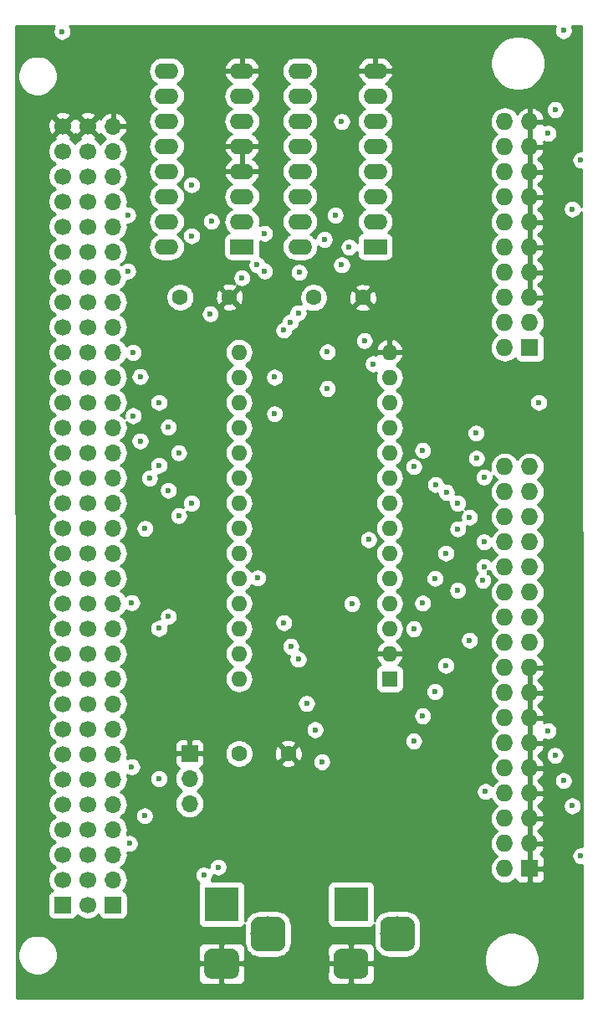
<source format=gbr>
G04 #@! TF.GenerationSoftware,KiCad,Pcbnew,(5.1.2-1)-1*
G04 #@! TF.CreationDate,2022-02-01T20:28:38+01:00*
G04 #@! TF.ProjectId,AtomIOExt,41746f6d-494f-4457-9874-2e6b69636164,1.0*
G04 #@! TF.SameCoordinates,Original*
G04 #@! TF.FileFunction,Copper,L3,Inr*
G04 #@! TF.FilePolarity,Positive*
%FSLAX46Y46*%
G04 Gerber Fmt 4.6, Leading zero omitted, Abs format (unit mm)*
G04 Created by KiCad (PCBNEW (5.1.2-1)-1) date 2022-02-01 20:28:38*
%MOMM*%
%LPD*%
G04 APERTURE LIST*
%ADD10O,1.700000X1.700000*%
%ADD11R,1.700000X1.700000*%
%ADD12O,1.727200X1.727200*%
%ADD13R,1.727200X1.727200*%
%ADD14O,1.600000X1.600000*%
%ADD15R,1.600000X1.600000*%
%ADD16O,2.400000X1.600000*%
%ADD17R,2.400000X1.600000*%
%ADD18C,1.700000*%
%ADD19C,0.100000*%
%ADD20C,3.500000*%
%ADD21C,3.000000*%
%ADD22R,3.500000X3.500000*%
%ADD23C,1.600000*%
%ADD24C,0.600000*%
%ADD25C,0.254000*%
G04 APERTURE END LIST*
D10*
X81800000Y-68060000D03*
X81800000Y-70600000D03*
X81800000Y-73140000D03*
X81800000Y-75680000D03*
X81800000Y-78220000D03*
X81800000Y-80760000D03*
X81800000Y-83300000D03*
X81800000Y-85840000D03*
X81800000Y-88380000D03*
X81800000Y-90920000D03*
X81800000Y-93460000D03*
X81800000Y-96000000D03*
X81800000Y-98540000D03*
X81800000Y-101080000D03*
X81800000Y-103620000D03*
X81800000Y-106160000D03*
X81800000Y-108700000D03*
X81800000Y-111240000D03*
X81800000Y-113780000D03*
X81800000Y-116320000D03*
X81800000Y-118860000D03*
X81800000Y-121400000D03*
X81800000Y-123940000D03*
X81800000Y-126480000D03*
X81800000Y-129020000D03*
X81800000Y-131560000D03*
X81800000Y-134100000D03*
X81800000Y-136640000D03*
X81800000Y-139180000D03*
X81800000Y-141720000D03*
X81800000Y-144260000D03*
D11*
X81800000Y-146800000D03*
D12*
X121460000Y-102510000D03*
X124000000Y-102510000D03*
X121460000Y-105050000D03*
X124000000Y-105050000D03*
X121460000Y-107590000D03*
X124000000Y-107590000D03*
X121460000Y-110130000D03*
X124000000Y-110130000D03*
X121460000Y-112670000D03*
X124000000Y-112670000D03*
X121460000Y-115210000D03*
X124000000Y-115210000D03*
X121460000Y-117750000D03*
X124000000Y-117750000D03*
X121460000Y-120290000D03*
X124000000Y-120290000D03*
X121460000Y-122830000D03*
X124000000Y-122830000D03*
X121460000Y-125370000D03*
X124000000Y-125370000D03*
X121460000Y-127910000D03*
X124000000Y-127910000D03*
X121460000Y-130450000D03*
X124000000Y-130450000D03*
X121460000Y-132990000D03*
X124000000Y-132990000D03*
X121460000Y-135530000D03*
X124000000Y-135530000D03*
X121460000Y-138070000D03*
X124000000Y-138070000D03*
X121460000Y-140610000D03*
X124000000Y-140610000D03*
X121460000Y-143150000D03*
D13*
X124000000Y-143150000D03*
D12*
X121460000Y-67590000D03*
X124000000Y-67590000D03*
X121460000Y-70130000D03*
X124000000Y-70130000D03*
X121460000Y-72670000D03*
X124000000Y-72670000D03*
X121460000Y-75210000D03*
X124000000Y-75210000D03*
X121460000Y-77750000D03*
X124000000Y-77750000D03*
X121460000Y-80290000D03*
X124000000Y-80290000D03*
X121460000Y-82830000D03*
X124000000Y-82830000D03*
X121460000Y-85370000D03*
X124000000Y-85370000D03*
X121460000Y-87910000D03*
X124000000Y-87910000D03*
X121460000Y-90450000D03*
D13*
X124000000Y-90450000D03*
D14*
X94560000Y-123950000D03*
X109800000Y-90930000D03*
X94560000Y-121410000D03*
X109800000Y-93470000D03*
X94560000Y-118870000D03*
X109800000Y-96010000D03*
X94560000Y-116330000D03*
X109800000Y-98550000D03*
X94560000Y-113790000D03*
X109800000Y-101090000D03*
X94560000Y-111250000D03*
X109800000Y-103630000D03*
X94560000Y-108710000D03*
X109800000Y-106170000D03*
X94560000Y-106170000D03*
X109800000Y-108710000D03*
X94560000Y-103630000D03*
X109800000Y-111250000D03*
X94560000Y-101090000D03*
X109800000Y-113790000D03*
X94560000Y-98550000D03*
X109800000Y-116330000D03*
X94560000Y-96010000D03*
X109800000Y-118870000D03*
X94560000Y-93470000D03*
X109800000Y-121410000D03*
X94560000Y-90930000D03*
D15*
X109800000Y-123950000D03*
D16*
X100730000Y-80250000D03*
X108350000Y-62470000D03*
X100730000Y-77710000D03*
X108350000Y-65010000D03*
X100730000Y-75170000D03*
X108350000Y-67550000D03*
X100730000Y-72630000D03*
X108350000Y-70090000D03*
X100730000Y-70090000D03*
X108350000Y-72630000D03*
X100730000Y-67550000D03*
X108350000Y-75170000D03*
X100730000Y-65010000D03*
X108350000Y-77710000D03*
X100730000Y-62470000D03*
D17*
X108350000Y-80250000D03*
D16*
X87230000Y-80250000D03*
X94850000Y-62470000D03*
X87230000Y-77710000D03*
X94850000Y-65010000D03*
X87230000Y-75170000D03*
X94850000Y-67550000D03*
X87230000Y-72630000D03*
X94850000Y-70090000D03*
X87230000Y-70090000D03*
X94850000Y-72630000D03*
X87230000Y-67550000D03*
X94850000Y-75170000D03*
X87230000Y-65010000D03*
X94850000Y-77710000D03*
X87230000Y-62470000D03*
D17*
X94850000Y-80250000D03*
D18*
X79240000Y-68060000D03*
X76700000Y-68060000D03*
X79240000Y-70600000D03*
X76700000Y-70600000D03*
X79240000Y-73140000D03*
X76700000Y-73140000D03*
X79240000Y-75680000D03*
X76700000Y-75680000D03*
X79240000Y-78220000D03*
X76700000Y-78220000D03*
X79240000Y-80760000D03*
X76700000Y-80760000D03*
X79240000Y-83300000D03*
X76700000Y-83300000D03*
X79240000Y-85840000D03*
X76700000Y-85840000D03*
X79240000Y-88380000D03*
X76700000Y-88380000D03*
X79240000Y-90920000D03*
X76700000Y-90920000D03*
X79240000Y-93460000D03*
X76700000Y-93460000D03*
X79240000Y-96000000D03*
X76700000Y-96000000D03*
X79240000Y-98540000D03*
X76700000Y-98540000D03*
X79240000Y-101080000D03*
X76700000Y-101080000D03*
X79240000Y-103620000D03*
X76700000Y-103620000D03*
X79240000Y-106160000D03*
X76700000Y-106160000D03*
X79240000Y-108700000D03*
X76700000Y-108700000D03*
X79240000Y-111240000D03*
X76700000Y-111240000D03*
X79240000Y-113780000D03*
X76700000Y-113780000D03*
X79240000Y-116320000D03*
X76700000Y-116320000D03*
X79240000Y-118860000D03*
X76700000Y-118860000D03*
X79240000Y-121400000D03*
X76700000Y-121400000D03*
X79240000Y-123940000D03*
X76700000Y-123940000D03*
X79240000Y-126480000D03*
X76700000Y-126480000D03*
X79240000Y-129020000D03*
X76700000Y-129020000D03*
X79240000Y-131560000D03*
X76700000Y-131560000D03*
X79240000Y-134100000D03*
X76700000Y-134100000D03*
X79240000Y-136640000D03*
X76700000Y-136640000D03*
X79240000Y-139180000D03*
X76700000Y-139180000D03*
X79240000Y-141720000D03*
X76700000Y-141720000D03*
X79240000Y-144260000D03*
X76700000Y-144260000D03*
X79240000Y-146800000D03*
D11*
X76700000Y-146800000D03*
D19*
G36*
X111560765Y-148004213D02*
G01*
X111645704Y-148016813D01*
X111728999Y-148037677D01*
X111809848Y-148066605D01*
X111887472Y-148103319D01*
X111961124Y-148147464D01*
X112030094Y-148198616D01*
X112093718Y-148256282D01*
X112151384Y-148319906D01*
X112202536Y-148388876D01*
X112246681Y-148462528D01*
X112283395Y-148540152D01*
X112312323Y-148621001D01*
X112333187Y-148704296D01*
X112345787Y-148789235D01*
X112350000Y-148875000D01*
X112350000Y-150625000D01*
X112345787Y-150710765D01*
X112333187Y-150795704D01*
X112312323Y-150878999D01*
X112283395Y-150959848D01*
X112246681Y-151037472D01*
X112202536Y-151111124D01*
X112151384Y-151180094D01*
X112093718Y-151243718D01*
X112030094Y-151301384D01*
X111961124Y-151352536D01*
X111887472Y-151396681D01*
X111809848Y-151433395D01*
X111728999Y-151462323D01*
X111645704Y-151483187D01*
X111560765Y-151495787D01*
X111475000Y-151500000D01*
X109725000Y-151500000D01*
X109639235Y-151495787D01*
X109554296Y-151483187D01*
X109471001Y-151462323D01*
X109390152Y-151433395D01*
X109312528Y-151396681D01*
X109238876Y-151352536D01*
X109169906Y-151301384D01*
X109106282Y-151243718D01*
X109048616Y-151180094D01*
X108997464Y-151111124D01*
X108953319Y-151037472D01*
X108916605Y-150959848D01*
X108887677Y-150878999D01*
X108866813Y-150795704D01*
X108854213Y-150710765D01*
X108850000Y-150625000D01*
X108850000Y-148875000D01*
X108854213Y-148789235D01*
X108866813Y-148704296D01*
X108887677Y-148621001D01*
X108916605Y-148540152D01*
X108953319Y-148462528D01*
X108997464Y-148388876D01*
X109048616Y-148319906D01*
X109106282Y-148256282D01*
X109169906Y-148198616D01*
X109238876Y-148147464D01*
X109312528Y-148103319D01*
X109390152Y-148066605D01*
X109471001Y-148037677D01*
X109554296Y-148016813D01*
X109639235Y-148004213D01*
X109725000Y-148000000D01*
X111475000Y-148000000D01*
X111560765Y-148004213D01*
X111560765Y-148004213D01*
G37*
D20*
X110600000Y-149750000D03*
D19*
G36*
X106973513Y-151253611D02*
G01*
X107046318Y-151264411D01*
X107117714Y-151282295D01*
X107187013Y-151307090D01*
X107253548Y-151338559D01*
X107316678Y-151376398D01*
X107375795Y-151420242D01*
X107430330Y-151469670D01*
X107479758Y-151524205D01*
X107523602Y-151583322D01*
X107561441Y-151646452D01*
X107592910Y-151712987D01*
X107617705Y-151782286D01*
X107635589Y-151853682D01*
X107646389Y-151926487D01*
X107650000Y-152000000D01*
X107650000Y-153500000D01*
X107646389Y-153573513D01*
X107635589Y-153646318D01*
X107617705Y-153717714D01*
X107592910Y-153787013D01*
X107561441Y-153853548D01*
X107523602Y-153916678D01*
X107479758Y-153975795D01*
X107430330Y-154030330D01*
X107375795Y-154079758D01*
X107316678Y-154123602D01*
X107253548Y-154161441D01*
X107187013Y-154192910D01*
X107117714Y-154217705D01*
X107046318Y-154235589D01*
X106973513Y-154246389D01*
X106900000Y-154250000D01*
X104900000Y-154250000D01*
X104826487Y-154246389D01*
X104753682Y-154235589D01*
X104682286Y-154217705D01*
X104612987Y-154192910D01*
X104546452Y-154161441D01*
X104483322Y-154123602D01*
X104424205Y-154079758D01*
X104369670Y-154030330D01*
X104320242Y-153975795D01*
X104276398Y-153916678D01*
X104238559Y-153853548D01*
X104207090Y-153787013D01*
X104182295Y-153717714D01*
X104164411Y-153646318D01*
X104153611Y-153573513D01*
X104150000Y-153500000D01*
X104150000Y-152000000D01*
X104153611Y-151926487D01*
X104164411Y-151853682D01*
X104182295Y-151782286D01*
X104207090Y-151712987D01*
X104238559Y-151646452D01*
X104276398Y-151583322D01*
X104320242Y-151524205D01*
X104369670Y-151469670D01*
X104424205Y-151420242D01*
X104483322Y-151376398D01*
X104546452Y-151338559D01*
X104612987Y-151307090D01*
X104682286Y-151282295D01*
X104753682Y-151264411D01*
X104826487Y-151253611D01*
X104900000Y-151250000D01*
X106900000Y-151250000D01*
X106973513Y-151253611D01*
X106973513Y-151253611D01*
G37*
D21*
X105900000Y-152750000D03*
D22*
X105900000Y-146750000D03*
D19*
G36*
X98460765Y-148004213D02*
G01*
X98545704Y-148016813D01*
X98628999Y-148037677D01*
X98709848Y-148066605D01*
X98787472Y-148103319D01*
X98861124Y-148147464D01*
X98930094Y-148198616D01*
X98993718Y-148256282D01*
X99051384Y-148319906D01*
X99102536Y-148388876D01*
X99146681Y-148462528D01*
X99183395Y-148540152D01*
X99212323Y-148621001D01*
X99233187Y-148704296D01*
X99245787Y-148789235D01*
X99250000Y-148875000D01*
X99250000Y-150625000D01*
X99245787Y-150710765D01*
X99233187Y-150795704D01*
X99212323Y-150878999D01*
X99183395Y-150959848D01*
X99146681Y-151037472D01*
X99102536Y-151111124D01*
X99051384Y-151180094D01*
X98993718Y-151243718D01*
X98930094Y-151301384D01*
X98861124Y-151352536D01*
X98787472Y-151396681D01*
X98709848Y-151433395D01*
X98628999Y-151462323D01*
X98545704Y-151483187D01*
X98460765Y-151495787D01*
X98375000Y-151500000D01*
X96625000Y-151500000D01*
X96539235Y-151495787D01*
X96454296Y-151483187D01*
X96371001Y-151462323D01*
X96290152Y-151433395D01*
X96212528Y-151396681D01*
X96138876Y-151352536D01*
X96069906Y-151301384D01*
X96006282Y-151243718D01*
X95948616Y-151180094D01*
X95897464Y-151111124D01*
X95853319Y-151037472D01*
X95816605Y-150959848D01*
X95787677Y-150878999D01*
X95766813Y-150795704D01*
X95754213Y-150710765D01*
X95750000Y-150625000D01*
X95750000Y-148875000D01*
X95754213Y-148789235D01*
X95766813Y-148704296D01*
X95787677Y-148621001D01*
X95816605Y-148540152D01*
X95853319Y-148462528D01*
X95897464Y-148388876D01*
X95948616Y-148319906D01*
X96006282Y-148256282D01*
X96069906Y-148198616D01*
X96138876Y-148147464D01*
X96212528Y-148103319D01*
X96290152Y-148066605D01*
X96371001Y-148037677D01*
X96454296Y-148016813D01*
X96539235Y-148004213D01*
X96625000Y-148000000D01*
X98375000Y-148000000D01*
X98460765Y-148004213D01*
X98460765Y-148004213D01*
G37*
D20*
X97500000Y-149750000D03*
D19*
G36*
X93873513Y-151253611D02*
G01*
X93946318Y-151264411D01*
X94017714Y-151282295D01*
X94087013Y-151307090D01*
X94153548Y-151338559D01*
X94216678Y-151376398D01*
X94275795Y-151420242D01*
X94330330Y-151469670D01*
X94379758Y-151524205D01*
X94423602Y-151583322D01*
X94461441Y-151646452D01*
X94492910Y-151712987D01*
X94517705Y-151782286D01*
X94535589Y-151853682D01*
X94546389Y-151926487D01*
X94550000Y-152000000D01*
X94550000Y-153500000D01*
X94546389Y-153573513D01*
X94535589Y-153646318D01*
X94517705Y-153717714D01*
X94492910Y-153787013D01*
X94461441Y-153853548D01*
X94423602Y-153916678D01*
X94379758Y-153975795D01*
X94330330Y-154030330D01*
X94275795Y-154079758D01*
X94216678Y-154123602D01*
X94153548Y-154161441D01*
X94087013Y-154192910D01*
X94017714Y-154217705D01*
X93946318Y-154235589D01*
X93873513Y-154246389D01*
X93800000Y-154250000D01*
X91800000Y-154250000D01*
X91726487Y-154246389D01*
X91653682Y-154235589D01*
X91582286Y-154217705D01*
X91512987Y-154192910D01*
X91446452Y-154161441D01*
X91383322Y-154123602D01*
X91324205Y-154079758D01*
X91269670Y-154030330D01*
X91220242Y-153975795D01*
X91176398Y-153916678D01*
X91138559Y-153853548D01*
X91107090Y-153787013D01*
X91082295Y-153717714D01*
X91064411Y-153646318D01*
X91053611Y-153573513D01*
X91050000Y-153500000D01*
X91050000Y-152000000D01*
X91053611Y-151926487D01*
X91064411Y-151853682D01*
X91082295Y-151782286D01*
X91107090Y-151712987D01*
X91138559Y-151646452D01*
X91176398Y-151583322D01*
X91220242Y-151524205D01*
X91269670Y-151469670D01*
X91324205Y-151420242D01*
X91383322Y-151376398D01*
X91446452Y-151338559D01*
X91512987Y-151307090D01*
X91582286Y-151282295D01*
X91653682Y-151264411D01*
X91726487Y-151253611D01*
X91800000Y-151250000D01*
X93800000Y-151250000D01*
X93873513Y-151253611D01*
X93873513Y-151253611D01*
G37*
D21*
X92800000Y-152750000D03*
D22*
X92800000Y-146750000D03*
D10*
X89550000Y-136580000D03*
X89550000Y-134040000D03*
D11*
X89550000Y-131500000D03*
D23*
X99550000Y-131500000D03*
X94550000Y-131500000D03*
X107100000Y-85400000D03*
X102100000Y-85400000D03*
X93600000Y-85350000D03*
X88600000Y-85350000D03*
D24*
X119900000Y-113250000D03*
X87400000Y-98500000D03*
X87400000Y-104900000D03*
X87400000Y-117650000D03*
X86450000Y-96000000D03*
X86450000Y-102350000D03*
X118600000Y-101650000D03*
X119250000Y-114000000D03*
X118550000Y-99100000D03*
X84550000Y-99900000D03*
X84550000Y-93400000D03*
X98150000Y-97150000D03*
X98150000Y-93450000D03*
X108150000Y-92100000D03*
X124900000Y-96000000D03*
X83850000Y-97350000D03*
X83850000Y-90950000D03*
X103500000Y-94600000D03*
X103500000Y-90900000D03*
X107250000Y-89750000D03*
X128300000Y-76450000D03*
X128300000Y-136800000D03*
X119350000Y-112600000D03*
X119350000Y-103550000D03*
X119350000Y-110100000D03*
X88450000Y-101100000D03*
X88450000Y-107450000D03*
X107675001Y-109875001D03*
X117900000Y-120050000D03*
X117900000Y-107600000D03*
X116700000Y-115000000D03*
X116700000Y-106200000D03*
X116700000Y-108800000D03*
X83450000Y-140600000D03*
X129150000Y-141850000D03*
X129150000Y-71500000D03*
X119500000Y-135350000D03*
X99100000Y-118275000D03*
X99100000Y-88700000D03*
X99800000Y-120675000D03*
X99750000Y-87900000D03*
X100550000Y-121975000D03*
X100550000Y-86950000D03*
X101400000Y-126450000D03*
X100650000Y-82850000D03*
X102250000Y-129100000D03*
X103200000Y-79525000D03*
X102950000Y-132350000D03*
X104300000Y-77075000D03*
X127400000Y-58400000D03*
X127400000Y-134250000D03*
X76650000Y-58500000D03*
X91000000Y-143800000D03*
X92450000Y-143000000D03*
X83700000Y-116250000D03*
X83700000Y-132850000D03*
X106000000Y-116350000D03*
X105700000Y-80300000D03*
X112250000Y-130250000D03*
X112250000Y-118900000D03*
X112250000Y-102500000D03*
X113150000Y-127700000D03*
X113150000Y-100850000D03*
X113150000Y-116300000D03*
X114400000Y-125250000D03*
X114450000Y-104300000D03*
X114400000Y-113800000D03*
X115500000Y-122600000D03*
X115550000Y-105100000D03*
X115500000Y-111250000D03*
X91750000Y-77700000D03*
X91650000Y-87050000D03*
X94850000Y-83400000D03*
X104950000Y-82100000D03*
X104950000Y-67600000D03*
X96400000Y-82100000D03*
X89750000Y-106200000D03*
X89750000Y-79150000D03*
X89750000Y-74000000D03*
X96450000Y-113750000D03*
X97150000Y-78900000D03*
X83300000Y-77050000D03*
X83300000Y-82725000D03*
X97150000Y-82725000D03*
X86450000Y-134050000D03*
X86450000Y-118850000D03*
X85000000Y-137800000D03*
X85050000Y-108750000D03*
X126550000Y-66400000D03*
X126550000Y-131700000D03*
X125850000Y-68800000D03*
X125850000Y-129200000D03*
X85500000Y-103650000D03*
D25*
G36*
X75905965Y-57930571D02*
G01*
X75821414Y-58057111D01*
X75750932Y-58227271D01*
X75715000Y-58407911D01*
X75715000Y-58592089D01*
X75750932Y-58772729D01*
X75821414Y-58942889D01*
X75923738Y-59096028D01*
X76053972Y-59226262D01*
X76207111Y-59328586D01*
X76377271Y-59399068D01*
X76557911Y-59435000D01*
X76742089Y-59435000D01*
X76922729Y-59399068D01*
X77092889Y-59328586D01*
X77246028Y-59226262D01*
X77376262Y-59096028D01*
X77478586Y-58942889D01*
X77549068Y-58772729D01*
X77585000Y-58592089D01*
X77585000Y-58407911D01*
X77549068Y-58227271D01*
X77478586Y-58057111D01*
X77394900Y-57931866D01*
X126564161Y-57974621D01*
X126500932Y-58127271D01*
X126465000Y-58307911D01*
X126465000Y-58492089D01*
X126500932Y-58672729D01*
X126571414Y-58842889D01*
X126673738Y-58996028D01*
X126803972Y-59126262D01*
X126957111Y-59228586D01*
X127127271Y-59299068D01*
X127307911Y-59335000D01*
X127492089Y-59335000D01*
X127672729Y-59299068D01*
X127842889Y-59228586D01*
X127996028Y-59126262D01*
X128126262Y-58996028D01*
X128228586Y-58842889D01*
X128299068Y-58672729D01*
X128335000Y-58492089D01*
X128335000Y-58307911D01*
X128299068Y-58127271D01*
X128236441Y-57976075D01*
X129173193Y-57976890D01*
X129192343Y-70565000D01*
X129057911Y-70565000D01*
X128877271Y-70600932D01*
X128707111Y-70671414D01*
X128553972Y-70773738D01*
X128423738Y-70903972D01*
X128321414Y-71057111D01*
X128250932Y-71227271D01*
X128215000Y-71407911D01*
X128215000Y-71592089D01*
X128250932Y-71772729D01*
X128321414Y-71942889D01*
X128423738Y-72096028D01*
X128553972Y-72226262D01*
X128707111Y-72328586D01*
X128877271Y-72399068D01*
X129057911Y-72435000D01*
X129195188Y-72435000D01*
X129200895Y-76186457D01*
X129199068Y-76177271D01*
X129128586Y-76007111D01*
X129026262Y-75853972D01*
X128896028Y-75723738D01*
X128742889Y-75621414D01*
X128572729Y-75550932D01*
X128392089Y-75515000D01*
X128207911Y-75515000D01*
X128027271Y-75550932D01*
X127857111Y-75621414D01*
X127703972Y-75723738D01*
X127573738Y-75853972D01*
X127471414Y-76007111D01*
X127400932Y-76177271D01*
X127365000Y-76357911D01*
X127365000Y-76542089D01*
X127400932Y-76722729D01*
X127471414Y-76892889D01*
X127573738Y-77046028D01*
X127703972Y-77176262D01*
X127857111Y-77278586D01*
X128027271Y-77349068D01*
X128207911Y-77385000D01*
X128392089Y-77385000D01*
X128572729Y-77349068D01*
X128742889Y-77278586D01*
X128896028Y-77176262D01*
X129026262Y-77046028D01*
X129128586Y-76892889D01*
X129199068Y-76722729D01*
X129201691Y-76709542D01*
X129299384Y-140926397D01*
X129242089Y-140915000D01*
X129057911Y-140915000D01*
X128877271Y-140950932D01*
X128707111Y-141021414D01*
X128553972Y-141123738D01*
X128423738Y-141253972D01*
X128321414Y-141407111D01*
X128250932Y-141577271D01*
X128215000Y-141757911D01*
X128215000Y-141942089D01*
X128250932Y-142122729D01*
X128321414Y-142292889D01*
X128423738Y-142446028D01*
X128553972Y-142576262D01*
X128707111Y-142678586D01*
X128877271Y-142749068D01*
X129057911Y-142785000D01*
X129242089Y-142785000D01*
X129302193Y-142773045D01*
X129315001Y-151191864D01*
X129315001Y-156265000D01*
X72076719Y-156265000D01*
X72073656Y-154250000D01*
X90411928Y-154250000D01*
X90424188Y-154374482D01*
X90460498Y-154494180D01*
X90519463Y-154604494D01*
X90598815Y-154701185D01*
X90695506Y-154780537D01*
X90805820Y-154839502D01*
X90925518Y-154875812D01*
X91050000Y-154888072D01*
X92514250Y-154885000D01*
X92673000Y-154726250D01*
X92673000Y-152877000D01*
X92927000Y-152877000D01*
X92927000Y-154726250D01*
X93085750Y-154885000D01*
X94550000Y-154888072D01*
X94674482Y-154875812D01*
X94794180Y-154839502D01*
X94904494Y-154780537D01*
X95001185Y-154701185D01*
X95080537Y-154604494D01*
X95139502Y-154494180D01*
X95175812Y-154374482D01*
X95188072Y-154250000D01*
X103511928Y-154250000D01*
X103524188Y-154374482D01*
X103560498Y-154494180D01*
X103619463Y-154604494D01*
X103698815Y-154701185D01*
X103795506Y-154780537D01*
X103905820Y-154839502D01*
X104025518Y-154875812D01*
X104150000Y-154888072D01*
X105614250Y-154885000D01*
X105773000Y-154726250D01*
X105773000Y-152877000D01*
X106027000Y-152877000D01*
X106027000Y-154726250D01*
X106185750Y-154885000D01*
X107650000Y-154888072D01*
X107774482Y-154875812D01*
X107894180Y-154839502D01*
X108004494Y-154780537D01*
X108101185Y-154701185D01*
X108180537Y-154604494D01*
X108239502Y-154494180D01*
X108275812Y-154374482D01*
X108288072Y-154250000D01*
X108285000Y-153035750D01*
X108126250Y-152877000D01*
X106027000Y-152877000D01*
X105773000Y-152877000D01*
X103673750Y-152877000D01*
X103515000Y-153035750D01*
X103511928Y-154250000D01*
X95188072Y-154250000D01*
X95185000Y-153035750D01*
X95026250Y-152877000D01*
X92927000Y-152877000D01*
X92673000Y-152877000D01*
X90573750Y-152877000D01*
X90415000Y-153035750D01*
X90411928Y-154250000D01*
X72073656Y-154250000D01*
X72069747Y-151679570D01*
X72125000Y-151679570D01*
X72125000Y-152080430D01*
X72203204Y-152473587D01*
X72356607Y-152843934D01*
X72579313Y-153177237D01*
X72862763Y-153460687D01*
X73196066Y-153683393D01*
X73566413Y-153836796D01*
X73959570Y-153915000D01*
X74360430Y-153915000D01*
X74753587Y-153836796D01*
X75123934Y-153683393D01*
X75457237Y-153460687D01*
X75740687Y-153177237D01*
X75963393Y-152843934D01*
X76116796Y-152473587D01*
X76195000Y-152080430D01*
X76195000Y-151679570D01*
X76116796Y-151286413D01*
X76101714Y-151250000D01*
X90411928Y-151250000D01*
X90415000Y-152464250D01*
X90573750Y-152623000D01*
X92673000Y-152623000D01*
X92673000Y-150773750D01*
X92927000Y-150773750D01*
X92927000Y-152623000D01*
X95026250Y-152623000D01*
X95185000Y-152464250D01*
X95188072Y-151250000D01*
X95175812Y-151125518D01*
X95139502Y-151005820D01*
X95080537Y-150895506D01*
X95001185Y-150798815D01*
X94904494Y-150719463D01*
X94794180Y-150660498D01*
X94674482Y-150624188D01*
X94550000Y-150611928D01*
X93085750Y-150615000D01*
X92927000Y-150773750D01*
X92673000Y-150773750D01*
X92514250Y-150615000D01*
X91050000Y-150611928D01*
X90925518Y-150624188D01*
X90805820Y-150660498D01*
X90695506Y-150719463D01*
X90598815Y-150798815D01*
X90519463Y-150895506D01*
X90460498Y-151005820D01*
X90424188Y-151125518D01*
X90411928Y-151250000D01*
X76101714Y-151250000D01*
X75963393Y-150916066D01*
X75740687Y-150582763D01*
X75457237Y-150299313D01*
X75123934Y-150076607D01*
X74753587Y-149923204D01*
X74360430Y-149845000D01*
X73959570Y-149845000D01*
X73566413Y-149923204D01*
X73196066Y-150076607D01*
X72862763Y-150299313D01*
X72579313Y-150582763D01*
X72356607Y-150916066D01*
X72203204Y-151286413D01*
X72125000Y-151679570D01*
X72069747Y-151679570D01*
X72061036Y-145950000D01*
X75211928Y-145950000D01*
X75211928Y-147650000D01*
X75224188Y-147774482D01*
X75260498Y-147894180D01*
X75319463Y-148004494D01*
X75398815Y-148101185D01*
X75495506Y-148180537D01*
X75605820Y-148239502D01*
X75725518Y-148275812D01*
X75850000Y-148288072D01*
X77550000Y-148288072D01*
X77674482Y-148275812D01*
X77794180Y-148239502D01*
X77904494Y-148180537D01*
X78001185Y-148101185D01*
X78080537Y-148004494D01*
X78139502Y-147894180D01*
X78161513Y-147821620D01*
X78293368Y-147953475D01*
X78536589Y-148115990D01*
X78806842Y-148227932D01*
X79093740Y-148285000D01*
X79386260Y-148285000D01*
X79673158Y-148227932D01*
X79943411Y-148115990D01*
X80186632Y-147953475D01*
X80333832Y-147806275D01*
X80360498Y-147894180D01*
X80419463Y-148004494D01*
X80498815Y-148101185D01*
X80595506Y-148180537D01*
X80705820Y-148239502D01*
X80825518Y-148275812D01*
X80950000Y-148288072D01*
X82650000Y-148288072D01*
X82774482Y-148275812D01*
X82894180Y-148239502D01*
X83004494Y-148180537D01*
X83101185Y-148101185D01*
X83180537Y-148004494D01*
X83239502Y-147894180D01*
X83275812Y-147774482D01*
X83288072Y-147650000D01*
X83288072Y-145950000D01*
X83275812Y-145825518D01*
X83239502Y-145705820D01*
X83180537Y-145595506D01*
X83101185Y-145498815D01*
X83004494Y-145419463D01*
X82894180Y-145360498D01*
X82825313Y-145339607D01*
X82855134Y-145315134D01*
X83040706Y-145089014D01*
X83178599Y-144831034D01*
X83263513Y-144551111D01*
X83292185Y-144260000D01*
X83263513Y-143968889D01*
X83184346Y-143707911D01*
X90065000Y-143707911D01*
X90065000Y-143892089D01*
X90100932Y-144072729D01*
X90171414Y-144242889D01*
X90273738Y-144396028D01*
X90403972Y-144526262D01*
X90541764Y-144618332D01*
X90519463Y-144645506D01*
X90460498Y-144755820D01*
X90424188Y-144875518D01*
X90411928Y-145000000D01*
X90411928Y-148500000D01*
X90424188Y-148624482D01*
X90460498Y-148744180D01*
X90519463Y-148854494D01*
X90598815Y-148951185D01*
X90695506Y-149030537D01*
X90805820Y-149089502D01*
X90925518Y-149125812D01*
X91050000Y-149138072D01*
X94550000Y-149138072D01*
X94674482Y-149125812D01*
X94794180Y-149089502D01*
X94904494Y-149030537D01*
X95001185Y-148951185D01*
X95080537Y-148854494D01*
X95121494Y-148777869D01*
X95111928Y-148875000D01*
X95111928Y-150625000D01*
X95141001Y-150920186D01*
X95227104Y-151204028D01*
X95366927Y-151465618D01*
X95555097Y-151694903D01*
X95784382Y-151883073D01*
X96045972Y-152022896D01*
X96329814Y-152108999D01*
X96625000Y-152138072D01*
X98375000Y-152138072D01*
X98670186Y-152108999D01*
X98954028Y-152022896D01*
X99215618Y-151883073D01*
X99444903Y-151694903D01*
X99633073Y-151465618D01*
X99748323Y-151250000D01*
X103511928Y-151250000D01*
X103515000Y-152464250D01*
X103673750Y-152623000D01*
X105773000Y-152623000D01*
X105773000Y-150773750D01*
X106027000Y-150773750D01*
X106027000Y-152623000D01*
X108126250Y-152623000D01*
X108285000Y-152464250D01*
X108288072Y-151250000D01*
X108275812Y-151125518D01*
X108239502Y-151005820D01*
X108180537Y-150895506D01*
X108101185Y-150798815D01*
X108004494Y-150719463D01*
X107894180Y-150660498D01*
X107774482Y-150624188D01*
X107650000Y-150611928D01*
X106185750Y-150615000D01*
X106027000Y-150773750D01*
X105773000Y-150773750D01*
X105614250Y-150615000D01*
X104150000Y-150611928D01*
X104025518Y-150624188D01*
X103905820Y-150660498D01*
X103795506Y-150719463D01*
X103698815Y-150798815D01*
X103619463Y-150895506D01*
X103560498Y-151005820D01*
X103524188Y-151125518D01*
X103511928Y-151250000D01*
X99748323Y-151250000D01*
X99772896Y-151204028D01*
X99858999Y-150920186D01*
X99888072Y-150625000D01*
X99888072Y-148875000D01*
X99858999Y-148579814D01*
X99772896Y-148295972D01*
X99633073Y-148034382D01*
X99444903Y-147805097D01*
X99215618Y-147616927D01*
X98954028Y-147477104D01*
X98670186Y-147391001D01*
X98375000Y-147361928D01*
X96625000Y-147361928D01*
X96329814Y-147391001D01*
X96045972Y-147477104D01*
X95784382Y-147616927D01*
X95555097Y-147805097D01*
X95366927Y-148034382D01*
X95227104Y-148295972D01*
X95188072Y-148424643D01*
X95188072Y-145000000D01*
X103511928Y-145000000D01*
X103511928Y-148500000D01*
X103524188Y-148624482D01*
X103560498Y-148744180D01*
X103619463Y-148854494D01*
X103698815Y-148951185D01*
X103795506Y-149030537D01*
X103905820Y-149089502D01*
X104025518Y-149125812D01*
X104150000Y-149138072D01*
X107650000Y-149138072D01*
X107774482Y-149125812D01*
X107894180Y-149089502D01*
X108004494Y-149030537D01*
X108101185Y-148951185D01*
X108180537Y-148854494D01*
X108221494Y-148777869D01*
X108211928Y-148875000D01*
X108211928Y-150625000D01*
X108241001Y-150920186D01*
X108327104Y-151204028D01*
X108466927Y-151465618D01*
X108655097Y-151694903D01*
X108884382Y-151883073D01*
X109145972Y-152022896D01*
X109429814Y-152108999D01*
X109725000Y-152138072D01*
X111475000Y-152138072D01*
X111770186Y-152108999D01*
X111879954Y-152075701D01*
X119365000Y-152075701D01*
X119365000Y-152624299D01*
X119472026Y-153162354D01*
X119681965Y-153669192D01*
X119986750Y-154125334D01*
X120374666Y-154513250D01*
X120830808Y-154818035D01*
X121337646Y-155027974D01*
X121875701Y-155135000D01*
X122424299Y-155135000D01*
X122962354Y-155027974D01*
X123469192Y-154818035D01*
X123925334Y-154513250D01*
X124313250Y-154125334D01*
X124618035Y-153669192D01*
X124827974Y-153162354D01*
X124935000Y-152624299D01*
X124935000Y-152075701D01*
X124827974Y-151537646D01*
X124618035Y-151030808D01*
X124313250Y-150574666D01*
X123925334Y-150186750D01*
X123469192Y-149881965D01*
X122962354Y-149672026D01*
X122424299Y-149565000D01*
X121875701Y-149565000D01*
X121337646Y-149672026D01*
X120830808Y-149881965D01*
X120374666Y-150186750D01*
X119986750Y-150574666D01*
X119681965Y-151030808D01*
X119472026Y-151537646D01*
X119365000Y-152075701D01*
X111879954Y-152075701D01*
X112054028Y-152022896D01*
X112315618Y-151883073D01*
X112544903Y-151694903D01*
X112733073Y-151465618D01*
X112872896Y-151204028D01*
X112958999Y-150920186D01*
X112988072Y-150625000D01*
X112988072Y-148875000D01*
X112958999Y-148579814D01*
X112872896Y-148295972D01*
X112733073Y-148034382D01*
X112544903Y-147805097D01*
X112315618Y-147616927D01*
X112054028Y-147477104D01*
X111770186Y-147391001D01*
X111475000Y-147361928D01*
X109725000Y-147361928D01*
X109429814Y-147391001D01*
X109145972Y-147477104D01*
X108884382Y-147616927D01*
X108655097Y-147805097D01*
X108466927Y-148034382D01*
X108327104Y-148295972D01*
X108288072Y-148424643D01*
X108288072Y-145000000D01*
X108275812Y-144875518D01*
X108239502Y-144755820D01*
X108180537Y-144645506D01*
X108101185Y-144548815D01*
X108004494Y-144469463D01*
X107894180Y-144410498D01*
X107774482Y-144374188D01*
X107650000Y-144361928D01*
X104150000Y-144361928D01*
X104025518Y-144374188D01*
X103905820Y-144410498D01*
X103795506Y-144469463D01*
X103698815Y-144548815D01*
X103619463Y-144645506D01*
X103560498Y-144755820D01*
X103524188Y-144875518D01*
X103511928Y-145000000D01*
X95188072Y-145000000D01*
X95175812Y-144875518D01*
X95139502Y-144755820D01*
X95080537Y-144645506D01*
X95001185Y-144548815D01*
X94904494Y-144469463D01*
X94794180Y-144410498D01*
X94674482Y-144374188D01*
X94550000Y-144361928D01*
X91749047Y-144361928D01*
X91828586Y-144242889D01*
X91899068Y-144072729D01*
X91935000Y-143892089D01*
X91935000Y-143780403D01*
X92007111Y-143828586D01*
X92177271Y-143899068D01*
X92357911Y-143935000D01*
X92542089Y-143935000D01*
X92722729Y-143899068D01*
X92892889Y-143828586D01*
X93046028Y-143726262D01*
X93176262Y-143596028D01*
X93278586Y-143442889D01*
X93349068Y-143272729D01*
X93385000Y-143092089D01*
X93385000Y-142907911D01*
X93349068Y-142727271D01*
X93278586Y-142557111D01*
X93176262Y-142403972D01*
X93046028Y-142273738D01*
X92892889Y-142171414D01*
X92722729Y-142100932D01*
X92542089Y-142065000D01*
X92357911Y-142065000D01*
X92177271Y-142100932D01*
X92007111Y-142171414D01*
X91853972Y-142273738D01*
X91723738Y-142403972D01*
X91621414Y-142557111D01*
X91550932Y-142727271D01*
X91515000Y-142907911D01*
X91515000Y-143019597D01*
X91442889Y-142971414D01*
X91272729Y-142900932D01*
X91092089Y-142865000D01*
X90907911Y-142865000D01*
X90727271Y-142900932D01*
X90557111Y-142971414D01*
X90403972Y-143073738D01*
X90273738Y-143203972D01*
X90171414Y-143357111D01*
X90100932Y-143527271D01*
X90065000Y-143707911D01*
X83184346Y-143707911D01*
X83178599Y-143688966D01*
X83040706Y-143430986D01*
X82855134Y-143204866D01*
X82629014Y-143019294D01*
X82574209Y-142990000D01*
X82629014Y-142960706D01*
X82855134Y-142775134D01*
X83040706Y-142549014D01*
X83178599Y-142291034D01*
X83263513Y-142011111D01*
X83292185Y-141720000D01*
X83272287Y-141517968D01*
X83357911Y-141535000D01*
X83542089Y-141535000D01*
X83722729Y-141499068D01*
X83892889Y-141428586D01*
X84046028Y-141326262D01*
X84176262Y-141196028D01*
X84278586Y-141042889D01*
X84349068Y-140872729D01*
X84385000Y-140692089D01*
X84385000Y-140507911D01*
X84349068Y-140327271D01*
X84278586Y-140157111D01*
X84176262Y-140003972D01*
X84046028Y-139873738D01*
X83892889Y-139771414D01*
X83722729Y-139700932D01*
X83542089Y-139665000D01*
X83357911Y-139665000D01*
X83194859Y-139697434D01*
X83263513Y-139471111D01*
X83292185Y-139180000D01*
X83263513Y-138888889D01*
X83178599Y-138608966D01*
X83040706Y-138350986D01*
X82855134Y-138124866D01*
X82629014Y-137939294D01*
X82574209Y-137910000D01*
X82629014Y-137880706D01*
X82839565Y-137707911D01*
X84065000Y-137707911D01*
X84065000Y-137892089D01*
X84100932Y-138072729D01*
X84171414Y-138242889D01*
X84273738Y-138396028D01*
X84403972Y-138526262D01*
X84557111Y-138628586D01*
X84727271Y-138699068D01*
X84907911Y-138735000D01*
X85092089Y-138735000D01*
X85272729Y-138699068D01*
X85442889Y-138628586D01*
X85596028Y-138526262D01*
X85726262Y-138396028D01*
X85828586Y-138242889D01*
X85899068Y-138072729D01*
X85935000Y-137892089D01*
X85935000Y-137707911D01*
X85899068Y-137527271D01*
X85828586Y-137357111D01*
X85726262Y-137203972D01*
X85596028Y-137073738D01*
X85442889Y-136971414D01*
X85272729Y-136900932D01*
X85092089Y-136865000D01*
X84907911Y-136865000D01*
X84727271Y-136900932D01*
X84557111Y-136971414D01*
X84403972Y-137073738D01*
X84273738Y-137203972D01*
X84171414Y-137357111D01*
X84100932Y-137527271D01*
X84065000Y-137707911D01*
X82839565Y-137707911D01*
X82855134Y-137695134D01*
X83040706Y-137469014D01*
X83178599Y-137211034D01*
X83263513Y-136931111D01*
X83292185Y-136640000D01*
X83263513Y-136348889D01*
X83178599Y-136068966D01*
X83040706Y-135810986D01*
X82855134Y-135584866D01*
X82629014Y-135399294D01*
X82574209Y-135370000D01*
X82629014Y-135340706D01*
X82855134Y-135155134D01*
X83040706Y-134929014D01*
X83178599Y-134671034D01*
X83263513Y-134391111D01*
X83292185Y-134100000D01*
X83278191Y-133957911D01*
X85515000Y-133957911D01*
X85515000Y-134142089D01*
X85550932Y-134322729D01*
X85621414Y-134492889D01*
X85723738Y-134646028D01*
X85853972Y-134776262D01*
X86007111Y-134878586D01*
X86177271Y-134949068D01*
X86357911Y-134985000D01*
X86542089Y-134985000D01*
X86722729Y-134949068D01*
X86892889Y-134878586D01*
X87046028Y-134776262D01*
X87176262Y-134646028D01*
X87278586Y-134492889D01*
X87349068Y-134322729D01*
X87385000Y-134142089D01*
X87385000Y-134040000D01*
X88057815Y-134040000D01*
X88086487Y-134331111D01*
X88171401Y-134611034D01*
X88309294Y-134869014D01*
X88494866Y-135095134D01*
X88720986Y-135280706D01*
X88775791Y-135310000D01*
X88720986Y-135339294D01*
X88494866Y-135524866D01*
X88309294Y-135750986D01*
X88171401Y-136008966D01*
X88086487Y-136288889D01*
X88057815Y-136580000D01*
X88086487Y-136871111D01*
X88171401Y-137151034D01*
X88309294Y-137409014D01*
X88494866Y-137635134D01*
X88720986Y-137820706D01*
X88978966Y-137958599D01*
X89258889Y-138043513D01*
X89477050Y-138065000D01*
X89622950Y-138065000D01*
X89841111Y-138043513D01*
X90121034Y-137958599D01*
X90379014Y-137820706D01*
X90605134Y-137635134D01*
X90790706Y-137409014D01*
X90928599Y-137151034D01*
X91013513Y-136871111D01*
X91042185Y-136580000D01*
X91013513Y-136288889D01*
X90928599Y-136008966D01*
X90790706Y-135750986D01*
X90605134Y-135524866D01*
X90379014Y-135339294D01*
X90324209Y-135310000D01*
X90379014Y-135280706D01*
X90605134Y-135095134D01*
X90790706Y-134869014D01*
X90928599Y-134611034D01*
X91013513Y-134331111D01*
X91042185Y-134040000D01*
X91013513Y-133748889D01*
X90928599Y-133468966D01*
X90790706Y-133210986D01*
X90605134Y-132984866D01*
X90575313Y-132960393D01*
X90644180Y-132939502D01*
X90754494Y-132880537D01*
X90851185Y-132801185D01*
X90930537Y-132704494D01*
X90989502Y-132594180D01*
X91025812Y-132474482D01*
X91038072Y-132350000D01*
X91035000Y-131785750D01*
X90876250Y-131627000D01*
X89677000Y-131627000D01*
X89677000Y-131647000D01*
X89423000Y-131647000D01*
X89423000Y-131627000D01*
X88223750Y-131627000D01*
X88065000Y-131785750D01*
X88061928Y-132350000D01*
X88074188Y-132474482D01*
X88110498Y-132594180D01*
X88169463Y-132704494D01*
X88248815Y-132801185D01*
X88345506Y-132880537D01*
X88455820Y-132939502D01*
X88524687Y-132960393D01*
X88494866Y-132984866D01*
X88309294Y-133210986D01*
X88171401Y-133468966D01*
X88086487Y-133748889D01*
X88057815Y-134040000D01*
X87385000Y-134040000D01*
X87385000Y-133957911D01*
X87349068Y-133777271D01*
X87278586Y-133607111D01*
X87176262Y-133453972D01*
X87046028Y-133323738D01*
X86892889Y-133221414D01*
X86722729Y-133150932D01*
X86542089Y-133115000D01*
X86357911Y-133115000D01*
X86177271Y-133150932D01*
X86007111Y-133221414D01*
X85853972Y-133323738D01*
X85723738Y-133453972D01*
X85621414Y-133607111D01*
X85550932Y-133777271D01*
X85515000Y-133957911D01*
X83278191Y-133957911D01*
X83263513Y-133808889D01*
X83215565Y-133650826D01*
X83257111Y-133678586D01*
X83427271Y-133749068D01*
X83607911Y-133785000D01*
X83792089Y-133785000D01*
X83972729Y-133749068D01*
X84142889Y-133678586D01*
X84296028Y-133576262D01*
X84426262Y-133446028D01*
X84528586Y-133292889D01*
X84599068Y-133122729D01*
X84635000Y-132942089D01*
X84635000Y-132757911D01*
X84599068Y-132577271D01*
X84528586Y-132407111D01*
X84426262Y-132253972D01*
X84296028Y-132123738D01*
X84142889Y-132021414D01*
X83972729Y-131950932D01*
X83792089Y-131915000D01*
X83607911Y-131915000D01*
X83427271Y-131950932D01*
X83257111Y-132021414D01*
X83200346Y-132059343D01*
X83263513Y-131851111D01*
X83292185Y-131560000D01*
X83263513Y-131268889D01*
X83178599Y-130988966D01*
X83040706Y-130730986D01*
X82974243Y-130650000D01*
X88061928Y-130650000D01*
X88065000Y-131214250D01*
X88223750Y-131373000D01*
X89423000Y-131373000D01*
X89423000Y-130173750D01*
X89677000Y-130173750D01*
X89677000Y-131373000D01*
X90876250Y-131373000D01*
X90890585Y-131358665D01*
X93115000Y-131358665D01*
X93115000Y-131641335D01*
X93170147Y-131918574D01*
X93278320Y-132179727D01*
X93435363Y-132414759D01*
X93635241Y-132614637D01*
X93870273Y-132771680D01*
X94131426Y-132879853D01*
X94408665Y-132935000D01*
X94691335Y-132935000D01*
X94968574Y-132879853D01*
X95229727Y-132771680D01*
X95464759Y-132614637D01*
X95586694Y-132492702D01*
X98736903Y-132492702D01*
X98808486Y-132736671D01*
X99063996Y-132857571D01*
X99338184Y-132926300D01*
X99620512Y-132940217D01*
X99900130Y-132898787D01*
X100166292Y-132803603D01*
X100291514Y-132736671D01*
X100363097Y-132492702D01*
X99550000Y-131679605D01*
X98736903Y-132492702D01*
X95586694Y-132492702D01*
X95664637Y-132414759D01*
X95821680Y-132179727D01*
X95929853Y-131918574D01*
X95985000Y-131641335D01*
X95985000Y-131570512D01*
X98109783Y-131570512D01*
X98151213Y-131850130D01*
X98246397Y-132116292D01*
X98313329Y-132241514D01*
X98557298Y-132313097D01*
X99370395Y-131500000D01*
X99729605Y-131500000D01*
X100542702Y-132313097D01*
X100730786Y-132257911D01*
X102015000Y-132257911D01*
X102015000Y-132442089D01*
X102050932Y-132622729D01*
X102121414Y-132792889D01*
X102223738Y-132946028D01*
X102353972Y-133076262D01*
X102507111Y-133178586D01*
X102677271Y-133249068D01*
X102857911Y-133285000D01*
X103042089Y-133285000D01*
X103222729Y-133249068D01*
X103392889Y-133178586D01*
X103546028Y-133076262D01*
X103676262Y-132946028D01*
X103778586Y-132792889D01*
X103849068Y-132622729D01*
X103885000Y-132442089D01*
X103885000Y-132257911D01*
X103849068Y-132077271D01*
X103778586Y-131907111D01*
X103676262Y-131753972D01*
X103546028Y-131623738D01*
X103392889Y-131521414D01*
X103222729Y-131450932D01*
X103042089Y-131415000D01*
X102857911Y-131415000D01*
X102677271Y-131450932D01*
X102507111Y-131521414D01*
X102353972Y-131623738D01*
X102223738Y-131753972D01*
X102121414Y-131907111D01*
X102050932Y-132077271D01*
X102015000Y-132257911D01*
X100730786Y-132257911D01*
X100786671Y-132241514D01*
X100907571Y-131986004D01*
X100976300Y-131711816D01*
X100990217Y-131429488D01*
X100948787Y-131149870D01*
X100853603Y-130883708D01*
X100786671Y-130758486D01*
X100542702Y-130686903D01*
X99729605Y-131500000D01*
X99370395Y-131500000D01*
X98557298Y-130686903D01*
X98313329Y-130758486D01*
X98192429Y-131013996D01*
X98123700Y-131288184D01*
X98109783Y-131570512D01*
X95985000Y-131570512D01*
X95985000Y-131358665D01*
X95929853Y-131081426D01*
X95821680Y-130820273D01*
X95664637Y-130585241D01*
X95586694Y-130507298D01*
X98736903Y-130507298D01*
X99550000Y-131320395D01*
X100363097Y-130507298D01*
X100291514Y-130263329D01*
X100068724Y-130157911D01*
X111315000Y-130157911D01*
X111315000Y-130342089D01*
X111350932Y-130522729D01*
X111421414Y-130692889D01*
X111523738Y-130846028D01*
X111653972Y-130976262D01*
X111807111Y-131078586D01*
X111977271Y-131149068D01*
X112157911Y-131185000D01*
X112342089Y-131185000D01*
X112522729Y-131149068D01*
X112692889Y-131078586D01*
X112846028Y-130976262D01*
X112976262Y-130846028D01*
X113078586Y-130692889D01*
X113149068Y-130522729D01*
X113185000Y-130342089D01*
X113185000Y-130157911D01*
X113149068Y-129977271D01*
X113078586Y-129807111D01*
X112976262Y-129653972D01*
X112846028Y-129523738D01*
X112692889Y-129421414D01*
X112522729Y-129350932D01*
X112342089Y-129315000D01*
X112157911Y-129315000D01*
X111977271Y-129350932D01*
X111807111Y-129421414D01*
X111653972Y-129523738D01*
X111523738Y-129653972D01*
X111421414Y-129807111D01*
X111350932Y-129977271D01*
X111315000Y-130157911D01*
X100068724Y-130157911D01*
X100036004Y-130142429D01*
X99761816Y-130073700D01*
X99479488Y-130059783D01*
X99199870Y-130101213D01*
X98933708Y-130196397D01*
X98808486Y-130263329D01*
X98736903Y-130507298D01*
X95586694Y-130507298D01*
X95464759Y-130385363D01*
X95229727Y-130228320D01*
X94968574Y-130120147D01*
X94691335Y-130065000D01*
X94408665Y-130065000D01*
X94131426Y-130120147D01*
X93870273Y-130228320D01*
X93635241Y-130385363D01*
X93435363Y-130585241D01*
X93278320Y-130820273D01*
X93170147Y-131081426D01*
X93115000Y-131358665D01*
X90890585Y-131358665D01*
X91035000Y-131214250D01*
X91038072Y-130650000D01*
X91025812Y-130525518D01*
X90989502Y-130405820D01*
X90930537Y-130295506D01*
X90851185Y-130198815D01*
X90754494Y-130119463D01*
X90644180Y-130060498D01*
X90524482Y-130024188D01*
X90400000Y-130011928D01*
X89835750Y-130015000D01*
X89677000Y-130173750D01*
X89423000Y-130173750D01*
X89264250Y-130015000D01*
X88700000Y-130011928D01*
X88575518Y-130024188D01*
X88455820Y-130060498D01*
X88345506Y-130119463D01*
X88248815Y-130198815D01*
X88169463Y-130295506D01*
X88110498Y-130405820D01*
X88074188Y-130525518D01*
X88061928Y-130650000D01*
X82974243Y-130650000D01*
X82855134Y-130504866D01*
X82629014Y-130319294D01*
X82574209Y-130290000D01*
X82629014Y-130260706D01*
X82855134Y-130075134D01*
X83040706Y-129849014D01*
X83178599Y-129591034D01*
X83263513Y-129311111D01*
X83292185Y-129020000D01*
X83290995Y-129007911D01*
X101315000Y-129007911D01*
X101315000Y-129192089D01*
X101350932Y-129372729D01*
X101421414Y-129542889D01*
X101523738Y-129696028D01*
X101653972Y-129826262D01*
X101807111Y-129928586D01*
X101977271Y-129999068D01*
X102157911Y-130035000D01*
X102342089Y-130035000D01*
X102522729Y-129999068D01*
X102692889Y-129928586D01*
X102846028Y-129826262D01*
X102976262Y-129696028D01*
X103078586Y-129542889D01*
X103149068Y-129372729D01*
X103185000Y-129192089D01*
X103185000Y-129007911D01*
X103149068Y-128827271D01*
X103078586Y-128657111D01*
X102976262Y-128503972D01*
X102846028Y-128373738D01*
X102692889Y-128271414D01*
X102522729Y-128200932D01*
X102342089Y-128165000D01*
X102157911Y-128165000D01*
X101977271Y-128200932D01*
X101807111Y-128271414D01*
X101653972Y-128373738D01*
X101523738Y-128503972D01*
X101421414Y-128657111D01*
X101350932Y-128827271D01*
X101315000Y-129007911D01*
X83290995Y-129007911D01*
X83263513Y-128728889D01*
X83178599Y-128448966D01*
X83040706Y-128190986D01*
X82855134Y-127964866D01*
X82629014Y-127779294D01*
X82574209Y-127750000D01*
X82629014Y-127720706D01*
X82766455Y-127607911D01*
X112215000Y-127607911D01*
X112215000Y-127792089D01*
X112250932Y-127972729D01*
X112321414Y-128142889D01*
X112423738Y-128296028D01*
X112553972Y-128426262D01*
X112707111Y-128528586D01*
X112877271Y-128599068D01*
X113057911Y-128635000D01*
X113242089Y-128635000D01*
X113422729Y-128599068D01*
X113592889Y-128528586D01*
X113746028Y-128426262D01*
X113876262Y-128296028D01*
X113978586Y-128142889D01*
X114049068Y-127972729D01*
X114085000Y-127792089D01*
X114085000Y-127607911D01*
X114049068Y-127427271D01*
X113978586Y-127257111D01*
X113876262Y-127103972D01*
X113746028Y-126973738D01*
X113592889Y-126871414D01*
X113422729Y-126800932D01*
X113242089Y-126765000D01*
X113057911Y-126765000D01*
X112877271Y-126800932D01*
X112707111Y-126871414D01*
X112553972Y-126973738D01*
X112423738Y-127103972D01*
X112321414Y-127257111D01*
X112250932Y-127427271D01*
X112215000Y-127607911D01*
X82766455Y-127607911D01*
X82855134Y-127535134D01*
X83040706Y-127309014D01*
X83178599Y-127051034D01*
X83263513Y-126771111D01*
X83292185Y-126480000D01*
X83280161Y-126357911D01*
X100465000Y-126357911D01*
X100465000Y-126542089D01*
X100500932Y-126722729D01*
X100571414Y-126892889D01*
X100673738Y-127046028D01*
X100803972Y-127176262D01*
X100957111Y-127278586D01*
X101127271Y-127349068D01*
X101307911Y-127385000D01*
X101492089Y-127385000D01*
X101672729Y-127349068D01*
X101842889Y-127278586D01*
X101996028Y-127176262D01*
X102126262Y-127046028D01*
X102228586Y-126892889D01*
X102299068Y-126722729D01*
X102335000Y-126542089D01*
X102335000Y-126357911D01*
X102299068Y-126177271D01*
X102228586Y-126007111D01*
X102126262Y-125853972D01*
X101996028Y-125723738D01*
X101842889Y-125621414D01*
X101672729Y-125550932D01*
X101492089Y-125515000D01*
X101307911Y-125515000D01*
X101127271Y-125550932D01*
X100957111Y-125621414D01*
X100803972Y-125723738D01*
X100673738Y-125853972D01*
X100571414Y-126007111D01*
X100500932Y-126177271D01*
X100465000Y-126357911D01*
X83280161Y-126357911D01*
X83263513Y-126188889D01*
X83178599Y-125908966D01*
X83040706Y-125650986D01*
X82855134Y-125424866D01*
X82629014Y-125239294D01*
X82574209Y-125210000D01*
X82629014Y-125180706D01*
X82855134Y-124995134D01*
X83040706Y-124769014D01*
X83178599Y-124511034D01*
X83263513Y-124231111D01*
X83292185Y-123940000D01*
X83263513Y-123648889D01*
X83178599Y-123368966D01*
X83040706Y-123110986D01*
X82855134Y-122884866D01*
X82629014Y-122699294D01*
X82574209Y-122670000D01*
X82629014Y-122640706D01*
X82855134Y-122455134D01*
X83040706Y-122229014D01*
X83178599Y-121971034D01*
X83263513Y-121691111D01*
X83292185Y-121400000D01*
X83263513Y-121108889D01*
X83178599Y-120828966D01*
X83040706Y-120570986D01*
X82855134Y-120344866D01*
X82629014Y-120159294D01*
X82574209Y-120130000D01*
X82629014Y-120100706D01*
X82855134Y-119915134D01*
X83040706Y-119689014D01*
X83178599Y-119431034D01*
X83263513Y-119151111D01*
X83292185Y-118860000D01*
X83282131Y-118757911D01*
X85515000Y-118757911D01*
X85515000Y-118942089D01*
X85550932Y-119122729D01*
X85621414Y-119292889D01*
X85723738Y-119446028D01*
X85853972Y-119576262D01*
X86007111Y-119678586D01*
X86177271Y-119749068D01*
X86357911Y-119785000D01*
X86542089Y-119785000D01*
X86722729Y-119749068D01*
X86892889Y-119678586D01*
X87046028Y-119576262D01*
X87176262Y-119446028D01*
X87278586Y-119292889D01*
X87349068Y-119122729D01*
X87385000Y-118942089D01*
X87385000Y-118757911D01*
X87350605Y-118585000D01*
X87492089Y-118585000D01*
X87672729Y-118549068D01*
X87842889Y-118478586D01*
X87996028Y-118376262D01*
X88126262Y-118246028D01*
X88228586Y-118092889D01*
X88299068Y-117922729D01*
X88335000Y-117742089D01*
X88335000Y-117557911D01*
X88299068Y-117377271D01*
X88228586Y-117207111D01*
X88126262Y-117053972D01*
X87996028Y-116923738D01*
X87842889Y-116821414D01*
X87672729Y-116750932D01*
X87492089Y-116715000D01*
X87307911Y-116715000D01*
X87127271Y-116750932D01*
X86957111Y-116821414D01*
X86803972Y-116923738D01*
X86673738Y-117053972D01*
X86571414Y-117207111D01*
X86500932Y-117377271D01*
X86465000Y-117557911D01*
X86465000Y-117742089D01*
X86499395Y-117915000D01*
X86357911Y-117915000D01*
X86177271Y-117950932D01*
X86007111Y-118021414D01*
X85853972Y-118123738D01*
X85723738Y-118253972D01*
X85621414Y-118407111D01*
X85550932Y-118577271D01*
X85515000Y-118757911D01*
X83282131Y-118757911D01*
X83263513Y-118568889D01*
X83178599Y-118288966D01*
X83040706Y-118030986D01*
X82855134Y-117804866D01*
X82629014Y-117619294D01*
X82574209Y-117590000D01*
X82629014Y-117560706D01*
X82855134Y-117375134D01*
X83040706Y-117149014D01*
X83125393Y-116990575D01*
X83257111Y-117078586D01*
X83427271Y-117149068D01*
X83607911Y-117185000D01*
X83792089Y-117185000D01*
X83972729Y-117149068D01*
X84142889Y-117078586D01*
X84296028Y-116976262D01*
X84426262Y-116846028D01*
X84528586Y-116692889D01*
X84599068Y-116522729D01*
X84635000Y-116342089D01*
X84635000Y-116157911D01*
X84599068Y-115977271D01*
X84528586Y-115807111D01*
X84426262Y-115653972D01*
X84296028Y-115523738D01*
X84142889Y-115421414D01*
X83972729Y-115350932D01*
X83792089Y-115315000D01*
X83607911Y-115315000D01*
X83427271Y-115350932D01*
X83257111Y-115421414D01*
X83103972Y-115523738D01*
X83074152Y-115553558D01*
X83040706Y-115490986D01*
X82855134Y-115264866D01*
X82629014Y-115079294D01*
X82574209Y-115050000D01*
X82629014Y-115020706D01*
X82855134Y-114835134D01*
X83040706Y-114609014D01*
X83178599Y-114351034D01*
X83263513Y-114071111D01*
X83292185Y-113780000D01*
X83263513Y-113488889D01*
X83178599Y-113208966D01*
X83040706Y-112950986D01*
X82855134Y-112724866D01*
X82629014Y-112539294D01*
X82574209Y-112510000D01*
X82629014Y-112480706D01*
X82855134Y-112295134D01*
X83040706Y-112069014D01*
X83178599Y-111811034D01*
X83263513Y-111531111D01*
X83292185Y-111240000D01*
X83263513Y-110948889D01*
X83178599Y-110668966D01*
X83040706Y-110410986D01*
X82855134Y-110184866D01*
X82629014Y-109999294D01*
X82574209Y-109970000D01*
X82629014Y-109940706D01*
X82855134Y-109755134D01*
X83040706Y-109529014D01*
X83178599Y-109271034D01*
X83263513Y-108991111D01*
X83292185Y-108700000D01*
X83288040Y-108657911D01*
X84115000Y-108657911D01*
X84115000Y-108842089D01*
X84150932Y-109022729D01*
X84221414Y-109192889D01*
X84323738Y-109346028D01*
X84453972Y-109476262D01*
X84607111Y-109578586D01*
X84777271Y-109649068D01*
X84957911Y-109685000D01*
X85142089Y-109685000D01*
X85322729Y-109649068D01*
X85492889Y-109578586D01*
X85646028Y-109476262D01*
X85776262Y-109346028D01*
X85878586Y-109192889D01*
X85949068Y-109022729D01*
X85985000Y-108842089D01*
X85985000Y-108657911D01*
X85949068Y-108477271D01*
X85878586Y-108307111D01*
X85776262Y-108153972D01*
X85646028Y-108023738D01*
X85492889Y-107921414D01*
X85322729Y-107850932D01*
X85142089Y-107815000D01*
X84957911Y-107815000D01*
X84777271Y-107850932D01*
X84607111Y-107921414D01*
X84453972Y-108023738D01*
X84323738Y-108153972D01*
X84221414Y-108307111D01*
X84150932Y-108477271D01*
X84115000Y-108657911D01*
X83288040Y-108657911D01*
X83263513Y-108408889D01*
X83178599Y-108128966D01*
X83040706Y-107870986D01*
X82855134Y-107644866D01*
X82629014Y-107459294D01*
X82574209Y-107430000D01*
X82629014Y-107400706D01*
X82681159Y-107357911D01*
X87515000Y-107357911D01*
X87515000Y-107542089D01*
X87550932Y-107722729D01*
X87621414Y-107892889D01*
X87723738Y-108046028D01*
X87853972Y-108176262D01*
X88007111Y-108278586D01*
X88177271Y-108349068D01*
X88357911Y-108385000D01*
X88542089Y-108385000D01*
X88722729Y-108349068D01*
X88892889Y-108278586D01*
X89046028Y-108176262D01*
X89176262Y-108046028D01*
X89278586Y-107892889D01*
X89349068Y-107722729D01*
X89385000Y-107542089D01*
X89385000Y-107357911D01*
X89349068Y-107177271D01*
X89279969Y-107010451D01*
X89307111Y-107028586D01*
X89477271Y-107099068D01*
X89657911Y-107135000D01*
X89842089Y-107135000D01*
X90022729Y-107099068D01*
X90192889Y-107028586D01*
X90346028Y-106926262D01*
X90476262Y-106796028D01*
X90578586Y-106642889D01*
X90649068Y-106472729D01*
X90685000Y-106292089D01*
X90685000Y-106107911D01*
X90649068Y-105927271D01*
X90578586Y-105757111D01*
X90476262Y-105603972D01*
X90346028Y-105473738D01*
X90192889Y-105371414D01*
X90022729Y-105300932D01*
X89842089Y-105265000D01*
X89657911Y-105265000D01*
X89477271Y-105300932D01*
X89307111Y-105371414D01*
X89153972Y-105473738D01*
X89023738Y-105603972D01*
X88921414Y-105757111D01*
X88850932Y-105927271D01*
X88815000Y-106107911D01*
X88815000Y-106292089D01*
X88850932Y-106472729D01*
X88920031Y-106639549D01*
X88892889Y-106621414D01*
X88722729Y-106550932D01*
X88542089Y-106515000D01*
X88357911Y-106515000D01*
X88177271Y-106550932D01*
X88007111Y-106621414D01*
X87853972Y-106723738D01*
X87723738Y-106853972D01*
X87621414Y-107007111D01*
X87550932Y-107177271D01*
X87515000Y-107357911D01*
X82681159Y-107357911D01*
X82855134Y-107215134D01*
X83040706Y-106989014D01*
X83178599Y-106731034D01*
X83263513Y-106451111D01*
X83292185Y-106160000D01*
X83263513Y-105868889D01*
X83178599Y-105588966D01*
X83040706Y-105330986D01*
X82855134Y-105104866D01*
X82629014Y-104919294D01*
X82574209Y-104890000D01*
X82629014Y-104860706D01*
X82693344Y-104807911D01*
X86465000Y-104807911D01*
X86465000Y-104992089D01*
X86500932Y-105172729D01*
X86571414Y-105342889D01*
X86673738Y-105496028D01*
X86803972Y-105626262D01*
X86957111Y-105728586D01*
X87127271Y-105799068D01*
X87307911Y-105835000D01*
X87492089Y-105835000D01*
X87672729Y-105799068D01*
X87842889Y-105728586D01*
X87996028Y-105626262D01*
X88126262Y-105496028D01*
X88228586Y-105342889D01*
X88299068Y-105172729D01*
X88335000Y-104992089D01*
X88335000Y-104807911D01*
X88299068Y-104627271D01*
X88228586Y-104457111D01*
X88126262Y-104303972D01*
X87996028Y-104173738D01*
X87842889Y-104071414D01*
X87672729Y-104000932D01*
X87492089Y-103965000D01*
X87307911Y-103965000D01*
X87127271Y-104000932D01*
X86957111Y-104071414D01*
X86803972Y-104173738D01*
X86673738Y-104303972D01*
X86571414Y-104457111D01*
X86500932Y-104627271D01*
X86465000Y-104807911D01*
X82693344Y-104807911D01*
X82855134Y-104675134D01*
X83040706Y-104449014D01*
X83178599Y-104191034D01*
X83263513Y-103911111D01*
X83292185Y-103620000D01*
X83286070Y-103557911D01*
X84565000Y-103557911D01*
X84565000Y-103742089D01*
X84600932Y-103922729D01*
X84671414Y-104092889D01*
X84773738Y-104246028D01*
X84903972Y-104376262D01*
X85057111Y-104478586D01*
X85227271Y-104549068D01*
X85407911Y-104585000D01*
X85592089Y-104585000D01*
X85772729Y-104549068D01*
X85942889Y-104478586D01*
X86096028Y-104376262D01*
X86226262Y-104246028D01*
X86328586Y-104092889D01*
X86399068Y-103922729D01*
X86435000Y-103742089D01*
X86435000Y-103557911D01*
X86399068Y-103377271D01*
X86360848Y-103285000D01*
X86542089Y-103285000D01*
X86722729Y-103249068D01*
X86892889Y-103178586D01*
X87046028Y-103076262D01*
X87176262Y-102946028D01*
X87278586Y-102792889D01*
X87349068Y-102622729D01*
X87385000Y-102442089D01*
X87385000Y-102257911D01*
X87349068Y-102077271D01*
X87278586Y-101907111D01*
X87176262Y-101753972D01*
X87046028Y-101623738D01*
X86892889Y-101521414D01*
X86722729Y-101450932D01*
X86542089Y-101415000D01*
X86357911Y-101415000D01*
X86177271Y-101450932D01*
X86007111Y-101521414D01*
X85853972Y-101623738D01*
X85723738Y-101753972D01*
X85621414Y-101907111D01*
X85550932Y-102077271D01*
X85515000Y-102257911D01*
X85515000Y-102442089D01*
X85550932Y-102622729D01*
X85589152Y-102715000D01*
X85407911Y-102715000D01*
X85227271Y-102750932D01*
X85057111Y-102821414D01*
X84903972Y-102923738D01*
X84773738Y-103053972D01*
X84671414Y-103207111D01*
X84600932Y-103377271D01*
X84565000Y-103557911D01*
X83286070Y-103557911D01*
X83263513Y-103328889D01*
X83178599Y-103048966D01*
X83040706Y-102790986D01*
X82855134Y-102564866D01*
X82629014Y-102379294D01*
X82574209Y-102350000D01*
X82629014Y-102320706D01*
X82855134Y-102135134D01*
X83040706Y-101909014D01*
X83178599Y-101651034D01*
X83263513Y-101371111D01*
X83292185Y-101080000D01*
X83285085Y-101007911D01*
X87515000Y-101007911D01*
X87515000Y-101192089D01*
X87550932Y-101372729D01*
X87621414Y-101542889D01*
X87723738Y-101696028D01*
X87853972Y-101826262D01*
X88007111Y-101928586D01*
X88177271Y-101999068D01*
X88357911Y-102035000D01*
X88542089Y-102035000D01*
X88722729Y-101999068D01*
X88892889Y-101928586D01*
X89046028Y-101826262D01*
X89176262Y-101696028D01*
X89278586Y-101542889D01*
X89349068Y-101372729D01*
X89385000Y-101192089D01*
X89385000Y-101007911D01*
X89349068Y-100827271D01*
X89278586Y-100657111D01*
X89176262Y-100503972D01*
X89046028Y-100373738D01*
X88892889Y-100271414D01*
X88722729Y-100200932D01*
X88542089Y-100165000D01*
X88357911Y-100165000D01*
X88177271Y-100200932D01*
X88007111Y-100271414D01*
X87853972Y-100373738D01*
X87723738Y-100503972D01*
X87621414Y-100657111D01*
X87550932Y-100827271D01*
X87515000Y-101007911D01*
X83285085Y-101007911D01*
X83263513Y-100788889D01*
X83178599Y-100508966D01*
X83040706Y-100250986D01*
X82855134Y-100024866D01*
X82629014Y-99839294D01*
X82574209Y-99810000D01*
X82578117Y-99807911D01*
X83615000Y-99807911D01*
X83615000Y-99992089D01*
X83650932Y-100172729D01*
X83721414Y-100342889D01*
X83823738Y-100496028D01*
X83953972Y-100626262D01*
X84107111Y-100728586D01*
X84277271Y-100799068D01*
X84457911Y-100835000D01*
X84642089Y-100835000D01*
X84822729Y-100799068D01*
X84992889Y-100728586D01*
X85146028Y-100626262D01*
X85276262Y-100496028D01*
X85378586Y-100342889D01*
X85449068Y-100172729D01*
X85485000Y-99992089D01*
X85485000Y-99807911D01*
X85449068Y-99627271D01*
X85378586Y-99457111D01*
X85276262Y-99303972D01*
X85146028Y-99173738D01*
X84992889Y-99071414D01*
X84822729Y-99000932D01*
X84642089Y-98965000D01*
X84457911Y-98965000D01*
X84277271Y-99000932D01*
X84107111Y-99071414D01*
X83953972Y-99173738D01*
X83823738Y-99303972D01*
X83721414Y-99457111D01*
X83650932Y-99627271D01*
X83615000Y-99807911D01*
X82578117Y-99807911D01*
X82629014Y-99780706D01*
X82855134Y-99595134D01*
X83040706Y-99369014D01*
X83178599Y-99111034D01*
X83263513Y-98831111D01*
X83292185Y-98540000D01*
X83279176Y-98407911D01*
X86465000Y-98407911D01*
X86465000Y-98592089D01*
X86500932Y-98772729D01*
X86571414Y-98942889D01*
X86673738Y-99096028D01*
X86803972Y-99226262D01*
X86957111Y-99328586D01*
X87127271Y-99399068D01*
X87307911Y-99435000D01*
X87492089Y-99435000D01*
X87672729Y-99399068D01*
X87842889Y-99328586D01*
X87996028Y-99226262D01*
X88126262Y-99096028D01*
X88228586Y-98942889D01*
X88299068Y-98772729D01*
X88335000Y-98592089D01*
X88335000Y-98407911D01*
X88299068Y-98227271D01*
X88228586Y-98057111D01*
X88126262Y-97903972D01*
X87996028Y-97773738D01*
X87842889Y-97671414D01*
X87672729Y-97600932D01*
X87492089Y-97565000D01*
X87307911Y-97565000D01*
X87127271Y-97600932D01*
X86957111Y-97671414D01*
X86803972Y-97773738D01*
X86673738Y-97903972D01*
X86571414Y-98057111D01*
X86500932Y-98227271D01*
X86465000Y-98407911D01*
X83279176Y-98407911D01*
X83263513Y-98248889D01*
X83192499Y-98014789D01*
X83253972Y-98076262D01*
X83407111Y-98178586D01*
X83577271Y-98249068D01*
X83757911Y-98285000D01*
X83942089Y-98285000D01*
X84122729Y-98249068D01*
X84292889Y-98178586D01*
X84446028Y-98076262D01*
X84576262Y-97946028D01*
X84678586Y-97792889D01*
X84749068Y-97622729D01*
X84785000Y-97442089D01*
X84785000Y-97257911D01*
X84749068Y-97077271D01*
X84678586Y-96907111D01*
X84576262Y-96753972D01*
X84446028Y-96623738D01*
X84292889Y-96521414D01*
X84122729Y-96450932D01*
X83942089Y-96415000D01*
X83757911Y-96415000D01*
X83577271Y-96450932D01*
X83407111Y-96521414D01*
X83253972Y-96623738D01*
X83123738Y-96753972D01*
X83021414Y-96907111D01*
X82950932Y-97077271D01*
X82915000Y-97257911D01*
X82915000Y-97442089D01*
X82945384Y-97594835D01*
X82855134Y-97484866D01*
X82629014Y-97299294D01*
X82574209Y-97270000D01*
X82629014Y-97240706D01*
X82855134Y-97055134D01*
X83040706Y-96829014D01*
X83178599Y-96571034D01*
X83263513Y-96291111D01*
X83292185Y-96000000D01*
X83283116Y-95907911D01*
X85515000Y-95907911D01*
X85515000Y-96092089D01*
X85550932Y-96272729D01*
X85621414Y-96442889D01*
X85723738Y-96596028D01*
X85853972Y-96726262D01*
X86007111Y-96828586D01*
X86177271Y-96899068D01*
X86357911Y-96935000D01*
X86542089Y-96935000D01*
X86722729Y-96899068D01*
X86892889Y-96828586D01*
X87046028Y-96726262D01*
X87176262Y-96596028D01*
X87278586Y-96442889D01*
X87349068Y-96272729D01*
X87385000Y-96092089D01*
X87385000Y-95907911D01*
X87349068Y-95727271D01*
X87278586Y-95557111D01*
X87176262Y-95403972D01*
X87046028Y-95273738D01*
X86892889Y-95171414D01*
X86722729Y-95100932D01*
X86542089Y-95065000D01*
X86357911Y-95065000D01*
X86177271Y-95100932D01*
X86007111Y-95171414D01*
X85853972Y-95273738D01*
X85723738Y-95403972D01*
X85621414Y-95557111D01*
X85550932Y-95727271D01*
X85515000Y-95907911D01*
X83283116Y-95907911D01*
X83263513Y-95708889D01*
X83178599Y-95428966D01*
X83040706Y-95170986D01*
X82855134Y-94944866D01*
X82629014Y-94759294D01*
X82574209Y-94730000D01*
X82629014Y-94700706D01*
X82855134Y-94515134D01*
X83040706Y-94289014D01*
X83178599Y-94031034D01*
X83263513Y-93751111D01*
X83292185Y-93460000D01*
X83277206Y-93307911D01*
X83615000Y-93307911D01*
X83615000Y-93492089D01*
X83650932Y-93672729D01*
X83721414Y-93842889D01*
X83823738Y-93996028D01*
X83953972Y-94126262D01*
X84107111Y-94228586D01*
X84277271Y-94299068D01*
X84457911Y-94335000D01*
X84642089Y-94335000D01*
X84822729Y-94299068D01*
X84992889Y-94228586D01*
X85146028Y-94126262D01*
X85276262Y-93996028D01*
X85378586Y-93842889D01*
X85449068Y-93672729D01*
X85485000Y-93492089D01*
X85485000Y-93307911D01*
X85449068Y-93127271D01*
X85378586Y-92957111D01*
X85276262Y-92803972D01*
X85146028Y-92673738D01*
X84992889Y-92571414D01*
X84822729Y-92500932D01*
X84642089Y-92465000D01*
X84457911Y-92465000D01*
X84277271Y-92500932D01*
X84107111Y-92571414D01*
X83953972Y-92673738D01*
X83823738Y-92803972D01*
X83721414Y-92957111D01*
X83650932Y-93127271D01*
X83615000Y-93307911D01*
X83277206Y-93307911D01*
X83263513Y-93168889D01*
X83178599Y-92888966D01*
X83040706Y-92630986D01*
X82855134Y-92404866D01*
X82629014Y-92219294D01*
X82574209Y-92190000D01*
X82629014Y-92160706D01*
X82855134Y-91975134D01*
X83040706Y-91749014D01*
X83140334Y-91562624D01*
X83253972Y-91676262D01*
X83407111Y-91778586D01*
X83577271Y-91849068D01*
X83757911Y-91885000D01*
X83942089Y-91885000D01*
X84122729Y-91849068D01*
X84292889Y-91778586D01*
X84446028Y-91676262D01*
X84576262Y-91546028D01*
X84678586Y-91392889D01*
X84749068Y-91222729D01*
X84785000Y-91042089D01*
X84785000Y-90930000D01*
X93118057Y-90930000D01*
X93145764Y-91211309D01*
X93227818Y-91481808D01*
X93361068Y-91731101D01*
X93540392Y-91949608D01*
X93758899Y-92128932D01*
X93891858Y-92200000D01*
X93758899Y-92271068D01*
X93540392Y-92450392D01*
X93361068Y-92668899D01*
X93227818Y-92918192D01*
X93145764Y-93188691D01*
X93118057Y-93470000D01*
X93145764Y-93751309D01*
X93227818Y-94021808D01*
X93361068Y-94271101D01*
X93540392Y-94489608D01*
X93758899Y-94668932D01*
X93891858Y-94740000D01*
X93758899Y-94811068D01*
X93540392Y-94990392D01*
X93361068Y-95208899D01*
X93227818Y-95458192D01*
X93145764Y-95728691D01*
X93118057Y-96010000D01*
X93145764Y-96291309D01*
X93227818Y-96561808D01*
X93361068Y-96811101D01*
X93540392Y-97029608D01*
X93758899Y-97208932D01*
X93891858Y-97280000D01*
X93758899Y-97351068D01*
X93540392Y-97530392D01*
X93361068Y-97748899D01*
X93227818Y-97998192D01*
X93145764Y-98268691D01*
X93118057Y-98550000D01*
X93145764Y-98831309D01*
X93227818Y-99101808D01*
X93361068Y-99351101D01*
X93540392Y-99569608D01*
X93758899Y-99748932D01*
X93891858Y-99820000D01*
X93758899Y-99891068D01*
X93540392Y-100070392D01*
X93361068Y-100288899D01*
X93227818Y-100538192D01*
X93145764Y-100808691D01*
X93118057Y-101090000D01*
X93145764Y-101371309D01*
X93227818Y-101641808D01*
X93361068Y-101891101D01*
X93540392Y-102109608D01*
X93758899Y-102288932D01*
X93891858Y-102360000D01*
X93758899Y-102431068D01*
X93540392Y-102610392D01*
X93361068Y-102828899D01*
X93227818Y-103078192D01*
X93145764Y-103348691D01*
X93118057Y-103630000D01*
X93145764Y-103911309D01*
X93227818Y-104181808D01*
X93361068Y-104431101D01*
X93540392Y-104649608D01*
X93758899Y-104828932D01*
X93891858Y-104900000D01*
X93758899Y-104971068D01*
X93540392Y-105150392D01*
X93361068Y-105368899D01*
X93227818Y-105618192D01*
X93145764Y-105888691D01*
X93118057Y-106170000D01*
X93145764Y-106451309D01*
X93227818Y-106721808D01*
X93361068Y-106971101D01*
X93540392Y-107189608D01*
X93758899Y-107368932D01*
X93891858Y-107440000D01*
X93758899Y-107511068D01*
X93540392Y-107690392D01*
X93361068Y-107908899D01*
X93227818Y-108158192D01*
X93145764Y-108428691D01*
X93118057Y-108710000D01*
X93145764Y-108991309D01*
X93227818Y-109261808D01*
X93361068Y-109511101D01*
X93540392Y-109729608D01*
X93758899Y-109908932D01*
X93891858Y-109980000D01*
X93758899Y-110051068D01*
X93540392Y-110230392D01*
X93361068Y-110448899D01*
X93227818Y-110698192D01*
X93145764Y-110968691D01*
X93118057Y-111250000D01*
X93145764Y-111531309D01*
X93227818Y-111801808D01*
X93361068Y-112051101D01*
X93540392Y-112269608D01*
X93758899Y-112448932D01*
X93891858Y-112520000D01*
X93758899Y-112591068D01*
X93540392Y-112770392D01*
X93361068Y-112988899D01*
X93227818Y-113238192D01*
X93145764Y-113508691D01*
X93118057Y-113790000D01*
X93145764Y-114071309D01*
X93227818Y-114341808D01*
X93361068Y-114591101D01*
X93540392Y-114809608D01*
X93758899Y-114988932D01*
X93891858Y-115060000D01*
X93758899Y-115131068D01*
X93540392Y-115310392D01*
X93361068Y-115528899D01*
X93227818Y-115778192D01*
X93145764Y-116048691D01*
X93118057Y-116330000D01*
X93145764Y-116611309D01*
X93227818Y-116881808D01*
X93361068Y-117131101D01*
X93540392Y-117349608D01*
X93758899Y-117528932D01*
X93891858Y-117600000D01*
X93758899Y-117671068D01*
X93540392Y-117850392D01*
X93361068Y-118068899D01*
X93227818Y-118318192D01*
X93145764Y-118588691D01*
X93118057Y-118870000D01*
X93145764Y-119151309D01*
X93227818Y-119421808D01*
X93361068Y-119671101D01*
X93540392Y-119889608D01*
X93758899Y-120068932D01*
X93891858Y-120140000D01*
X93758899Y-120211068D01*
X93540392Y-120390392D01*
X93361068Y-120608899D01*
X93227818Y-120858192D01*
X93145764Y-121128691D01*
X93118057Y-121410000D01*
X93145764Y-121691309D01*
X93227818Y-121961808D01*
X93361068Y-122211101D01*
X93540392Y-122429608D01*
X93758899Y-122608932D01*
X93891858Y-122680000D01*
X93758899Y-122751068D01*
X93540392Y-122930392D01*
X93361068Y-123148899D01*
X93227818Y-123398192D01*
X93145764Y-123668691D01*
X93118057Y-123950000D01*
X93145764Y-124231309D01*
X93227818Y-124501808D01*
X93361068Y-124751101D01*
X93540392Y-124969608D01*
X93758899Y-125148932D01*
X94008192Y-125282182D01*
X94278691Y-125364236D01*
X94489508Y-125385000D01*
X94630492Y-125385000D01*
X94841309Y-125364236D01*
X95111808Y-125282182D01*
X95361101Y-125148932D01*
X95579608Y-124969608D01*
X95758932Y-124751101D01*
X95892182Y-124501808D01*
X95974236Y-124231309D01*
X96001943Y-123950000D01*
X95974236Y-123668691D01*
X95892182Y-123398192D01*
X95759521Y-123150000D01*
X108361928Y-123150000D01*
X108361928Y-124750000D01*
X108374188Y-124874482D01*
X108410498Y-124994180D01*
X108469463Y-125104494D01*
X108548815Y-125201185D01*
X108645506Y-125280537D01*
X108755820Y-125339502D01*
X108875518Y-125375812D01*
X109000000Y-125388072D01*
X110600000Y-125388072D01*
X110724482Y-125375812D01*
X110844180Y-125339502D01*
X110954494Y-125280537D01*
X111051185Y-125201185D01*
X111086698Y-125157911D01*
X113465000Y-125157911D01*
X113465000Y-125342089D01*
X113500932Y-125522729D01*
X113571414Y-125692889D01*
X113673738Y-125846028D01*
X113803972Y-125976262D01*
X113957111Y-126078586D01*
X114127271Y-126149068D01*
X114307911Y-126185000D01*
X114492089Y-126185000D01*
X114672729Y-126149068D01*
X114842889Y-126078586D01*
X114996028Y-125976262D01*
X115126262Y-125846028D01*
X115228586Y-125692889D01*
X115299068Y-125522729D01*
X115335000Y-125342089D01*
X115335000Y-125157911D01*
X115299068Y-124977271D01*
X115228586Y-124807111D01*
X115126262Y-124653972D01*
X114996028Y-124523738D01*
X114842889Y-124421414D01*
X114672729Y-124350932D01*
X114492089Y-124315000D01*
X114307911Y-124315000D01*
X114127271Y-124350932D01*
X113957111Y-124421414D01*
X113803972Y-124523738D01*
X113673738Y-124653972D01*
X113571414Y-124807111D01*
X113500932Y-124977271D01*
X113465000Y-125157911D01*
X111086698Y-125157911D01*
X111130537Y-125104494D01*
X111189502Y-124994180D01*
X111225812Y-124874482D01*
X111238072Y-124750000D01*
X111238072Y-123150000D01*
X111225812Y-123025518D01*
X111189502Y-122905820D01*
X111130537Y-122795506D01*
X111051185Y-122698815D01*
X110954494Y-122619463D01*
X110844180Y-122560498D01*
X110724482Y-122524188D01*
X110699920Y-122521769D01*
X110715201Y-122507911D01*
X114565000Y-122507911D01*
X114565000Y-122692089D01*
X114600932Y-122872729D01*
X114671414Y-123042889D01*
X114773738Y-123196028D01*
X114903972Y-123326262D01*
X115057111Y-123428586D01*
X115227271Y-123499068D01*
X115407911Y-123535000D01*
X115592089Y-123535000D01*
X115772729Y-123499068D01*
X115942889Y-123428586D01*
X116096028Y-123326262D01*
X116226262Y-123196028D01*
X116328586Y-123042889D01*
X116399068Y-122872729D01*
X116435000Y-122692089D01*
X116435000Y-122507911D01*
X116399068Y-122327271D01*
X116328586Y-122157111D01*
X116226262Y-122003972D01*
X116096028Y-121873738D01*
X115942889Y-121771414D01*
X115772729Y-121700932D01*
X115592089Y-121665000D01*
X115407911Y-121665000D01*
X115227271Y-121700932D01*
X115057111Y-121771414D01*
X114903972Y-121873738D01*
X114773738Y-122003972D01*
X114671414Y-122157111D01*
X114600932Y-122327271D01*
X114565000Y-122507911D01*
X110715201Y-122507911D01*
X110863519Y-122373414D01*
X111031037Y-122147420D01*
X111151246Y-121893087D01*
X111191904Y-121759039D01*
X111069915Y-121537000D01*
X109927000Y-121537000D01*
X109927000Y-121557000D01*
X109673000Y-121557000D01*
X109673000Y-121537000D01*
X108530085Y-121537000D01*
X108408096Y-121759039D01*
X108448754Y-121893087D01*
X108568963Y-122147420D01*
X108736481Y-122373414D01*
X108900080Y-122521769D01*
X108875518Y-122524188D01*
X108755820Y-122560498D01*
X108645506Y-122619463D01*
X108548815Y-122698815D01*
X108469463Y-122795506D01*
X108410498Y-122905820D01*
X108374188Y-123025518D01*
X108361928Y-123150000D01*
X95759521Y-123150000D01*
X95758932Y-123148899D01*
X95579608Y-122930392D01*
X95361101Y-122751068D01*
X95228142Y-122680000D01*
X95361101Y-122608932D01*
X95579608Y-122429608D01*
X95758932Y-122211101D01*
X95892182Y-121961808D01*
X95974236Y-121691309D01*
X96001943Y-121410000D01*
X95974236Y-121128691D01*
X95892182Y-120858192D01*
X95758932Y-120608899D01*
X95737605Y-120582911D01*
X98865000Y-120582911D01*
X98865000Y-120767089D01*
X98900932Y-120947729D01*
X98971414Y-121117889D01*
X99073738Y-121271028D01*
X99203972Y-121401262D01*
X99357111Y-121503586D01*
X99527271Y-121574068D01*
X99690580Y-121606553D01*
X99650932Y-121702271D01*
X99615000Y-121882911D01*
X99615000Y-122067089D01*
X99650932Y-122247729D01*
X99721414Y-122417889D01*
X99823738Y-122571028D01*
X99953972Y-122701262D01*
X100107111Y-122803586D01*
X100277271Y-122874068D01*
X100457911Y-122910000D01*
X100642089Y-122910000D01*
X100822729Y-122874068D01*
X100992889Y-122803586D01*
X101146028Y-122701262D01*
X101276262Y-122571028D01*
X101378586Y-122417889D01*
X101449068Y-122247729D01*
X101485000Y-122067089D01*
X101485000Y-121882911D01*
X101449068Y-121702271D01*
X101378586Y-121532111D01*
X101276262Y-121378972D01*
X101146028Y-121248738D01*
X100992889Y-121146414D01*
X100822729Y-121075932D01*
X100659420Y-121043447D01*
X100699068Y-120947729D01*
X100735000Y-120767089D01*
X100735000Y-120582911D01*
X100699068Y-120402271D01*
X100628586Y-120232111D01*
X100526262Y-120078972D01*
X100396028Y-119948738D01*
X100242889Y-119846414D01*
X100072729Y-119775932D01*
X99892089Y-119740000D01*
X99707911Y-119740000D01*
X99527271Y-119775932D01*
X99357111Y-119846414D01*
X99203972Y-119948738D01*
X99073738Y-120078972D01*
X98971414Y-120232111D01*
X98900932Y-120402271D01*
X98865000Y-120582911D01*
X95737605Y-120582911D01*
X95579608Y-120390392D01*
X95361101Y-120211068D01*
X95228142Y-120140000D01*
X95361101Y-120068932D01*
X95579608Y-119889608D01*
X95758932Y-119671101D01*
X95892182Y-119421808D01*
X95974236Y-119151309D01*
X96001943Y-118870000D01*
X95974236Y-118588691D01*
X95892182Y-118318192D01*
X95819873Y-118182911D01*
X98165000Y-118182911D01*
X98165000Y-118367089D01*
X98200932Y-118547729D01*
X98271414Y-118717889D01*
X98373738Y-118871028D01*
X98503972Y-119001262D01*
X98657111Y-119103586D01*
X98827271Y-119174068D01*
X99007911Y-119210000D01*
X99192089Y-119210000D01*
X99372729Y-119174068D01*
X99542889Y-119103586D01*
X99696028Y-119001262D01*
X99826262Y-118871028D01*
X99928586Y-118717889D01*
X99999068Y-118547729D01*
X100035000Y-118367089D01*
X100035000Y-118182911D01*
X99999068Y-118002271D01*
X99928586Y-117832111D01*
X99826262Y-117678972D01*
X99696028Y-117548738D01*
X99542889Y-117446414D01*
X99372729Y-117375932D01*
X99192089Y-117340000D01*
X99007911Y-117340000D01*
X98827271Y-117375932D01*
X98657111Y-117446414D01*
X98503972Y-117548738D01*
X98373738Y-117678972D01*
X98271414Y-117832111D01*
X98200932Y-118002271D01*
X98165000Y-118182911D01*
X95819873Y-118182911D01*
X95758932Y-118068899D01*
X95579608Y-117850392D01*
X95361101Y-117671068D01*
X95228142Y-117600000D01*
X95361101Y-117528932D01*
X95579608Y-117349608D01*
X95758932Y-117131101D01*
X95892182Y-116881808D01*
X95974236Y-116611309D01*
X96001943Y-116330000D01*
X95994843Y-116257911D01*
X105065000Y-116257911D01*
X105065000Y-116442089D01*
X105100932Y-116622729D01*
X105171414Y-116792889D01*
X105273738Y-116946028D01*
X105403972Y-117076262D01*
X105557111Y-117178586D01*
X105727271Y-117249068D01*
X105907911Y-117285000D01*
X106092089Y-117285000D01*
X106272729Y-117249068D01*
X106442889Y-117178586D01*
X106596028Y-117076262D01*
X106726262Y-116946028D01*
X106828586Y-116792889D01*
X106899068Y-116622729D01*
X106935000Y-116442089D01*
X106935000Y-116257911D01*
X106899068Y-116077271D01*
X106828586Y-115907111D01*
X106726262Y-115753972D01*
X106596028Y-115623738D01*
X106442889Y-115521414D01*
X106272729Y-115450932D01*
X106092089Y-115415000D01*
X105907911Y-115415000D01*
X105727271Y-115450932D01*
X105557111Y-115521414D01*
X105403972Y-115623738D01*
X105273738Y-115753972D01*
X105171414Y-115907111D01*
X105100932Y-116077271D01*
X105065000Y-116257911D01*
X95994843Y-116257911D01*
X95974236Y-116048691D01*
X95892182Y-115778192D01*
X95758932Y-115528899D01*
X95579608Y-115310392D01*
X95361101Y-115131068D01*
X95228142Y-115060000D01*
X95361101Y-114988932D01*
X95579608Y-114809608D01*
X95758932Y-114591101D01*
X95832038Y-114454328D01*
X95853972Y-114476262D01*
X96007111Y-114578586D01*
X96177271Y-114649068D01*
X96357911Y-114685000D01*
X96542089Y-114685000D01*
X96722729Y-114649068D01*
X96892889Y-114578586D01*
X97046028Y-114476262D01*
X97176262Y-114346028D01*
X97278586Y-114192889D01*
X97349068Y-114022729D01*
X97385000Y-113842089D01*
X97385000Y-113657911D01*
X97349068Y-113477271D01*
X97278586Y-113307111D01*
X97176262Y-113153972D01*
X97046028Y-113023738D01*
X96892889Y-112921414D01*
X96722729Y-112850932D01*
X96542089Y-112815000D01*
X96357911Y-112815000D01*
X96177271Y-112850932D01*
X96007111Y-112921414D01*
X95853972Y-113023738D01*
X95804172Y-113073538D01*
X95758932Y-112988899D01*
X95579608Y-112770392D01*
X95361101Y-112591068D01*
X95228142Y-112520000D01*
X95361101Y-112448932D01*
X95579608Y-112269608D01*
X95758932Y-112051101D01*
X95892182Y-111801808D01*
X95974236Y-111531309D01*
X96001943Y-111250000D01*
X95974236Y-110968691D01*
X95892182Y-110698192D01*
X95758932Y-110448899D01*
X95579608Y-110230392D01*
X95361101Y-110051068D01*
X95228142Y-109980000D01*
X95361101Y-109908932D01*
X95514656Y-109782912D01*
X106740001Y-109782912D01*
X106740001Y-109967090D01*
X106775933Y-110147730D01*
X106846415Y-110317890D01*
X106948739Y-110471029D01*
X107078973Y-110601263D01*
X107232112Y-110703587D01*
X107402272Y-110774069D01*
X107582912Y-110810001D01*
X107767090Y-110810001D01*
X107947730Y-110774069D01*
X108117890Y-110703587D01*
X108271029Y-110601263D01*
X108401263Y-110471029D01*
X108503587Y-110317890D01*
X108574069Y-110147730D01*
X108610001Y-109967090D01*
X108610001Y-109782912D01*
X108574069Y-109602272D01*
X108503587Y-109432112D01*
X108401263Y-109278973D01*
X108271029Y-109148739D01*
X108117890Y-109046415D01*
X107947730Y-108975933D01*
X107767090Y-108940001D01*
X107582912Y-108940001D01*
X107402272Y-108975933D01*
X107232112Y-109046415D01*
X107078973Y-109148739D01*
X106948739Y-109278973D01*
X106846415Y-109432112D01*
X106775933Y-109602272D01*
X106740001Y-109782912D01*
X95514656Y-109782912D01*
X95579608Y-109729608D01*
X95758932Y-109511101D01*
X95892182Y-109261808D01*
X95974236Y-108991309D01*
X96001943Y-108710000D01*
X95974236Y-108428691D01*
X95892182Y-108158192D01*
X95758932Y-107908899D01*
X95579608Y-107690392D01*
X95361101Y-107511068D01*
X95228142Y-107440000D01*
X95361101Y-107368932D01*
X95579608Y-107189608D01*
X95758932Y-106971101D01*
X95892182Y-106721808D01*
X95974236Y-106451309D01*
X96001943Y-106170000D01*
X95974236Y-105888691D01*
X95892182Y-105618192D01*
X95758932Y-105368899D01*
X95579608Y-105150392D01*
X95361101Y-104971068D01*
X95228142Y-104900000D01*
X95361101Y-104828932D01*
X95579608Y-104649608D01*
X95758932Y-104431101D01*
X95892182Y-104181808D01*
X95974236Y-103911309D01*
X96001943Y-103630000D01*
X95974236Y-103348691D01*
X95892182Y-103078192D01*
X95758932Y-102828899D01*
X95579608Y-102610392D01*
X95361101Y-102431068D01*
X95228142Y-102360000D01*
X95361101Y-102288932D01*
X95579608Y-102109608D01*
X95758932Y-101891101D01*
X95892182Y-101641808D01*
X95974236Y-101371309D01*
X96001943Y-101090000D01*
X95974236Y-100808691D01*
X95892182Y-100538192D01*
X95758932Y-100288899D01*
X95579608Y-100070392D01*
X95361101Y-99891068D01*
X95228142Y-99820000D01*
X95361101Y-99748932D01*
X95579608Y-99569608D01*
X95758932Y-99351101D01*
X95892182Y-99101808D01*
X95974236Y-98831309D01*
X96001943Y-98550000D01*
X95974236Y-98268691D01*
X95892182Y-97998192D01*
X95758932Y-97748899D01*
X95579608Y-97530392D01*
X95361101Y-97351068D01*
X95228142Y-97280000D01*
X95361101Y-97208932D01*
X95545120Y-97057911D01*
X97215000Y-97057911D01*
X97215000Y-97242089D01*
X97250932Y-97422729D01*
X97321414Y-97592889D01*
X97423738Y-97746028D01*
X97553972Y-97876262D01*
X97707111Y-97978586D01*
X97877271Y-98049068D01*
X98057911Y-98085000D01*
X98242089Y-98085000D01*
X98422729Y-98049068D01*
X98592889Y-97978586D01*
X98746028Y-97876262D01*
X98876262Y-97746028D01*
X98978586Y-97592889D01*
X99049068Y-97422729D01*
X99085000Y-97242089D01*
X99085000Y-97057911D01*
X99049068Y-96877271D01*
X98978586Y-96707111D01*
X98876262Y-96553972D01*
X98746028Y-96423738D01*
X98592889Y-96321414D01*
X98422729Y-96250932D01*
X98242089Y-96215000D01*
X98057911Y-96215000D01*
X97877271Y-96250932D01*
X97707111Y-96321414D01*
X97553972Y-96423738D01*
X97423738Y-96553972D01*
X97321414Y-96707111D01*
X97250932Y-96877271D01*
X97215000Y-97057911D01*
X95545120Y-97057911D01*
X95579608Y-97029608D01*
X95758932Y-96811101D01*
X95892182Y-96561808D01*
X95974236Y-96291309D01*
X96001943Y-96010000D01*
X95974236Y-95728691D01*
X95892182Y-95458192D01*
X95758932Y-95208899D01*
X95579608Y-94990392D01*
X95361101Y-94811068D01*
X95228142Y-94740000D01*
X95361101Y-94668932D01*
X95557305Y-94507911D01*
X102565000Y-94507911D01*
X102565000Y-94692089D01*
X102600932Y-94872729D01*
X102671414Y-95042889D01*
X102773738Y-95196028D01*
X102903972Y-95326262D01*
X103057111Y-95428586D01*
X103227271Y-95499068D01*
X103407911Y-95535000D01*
X103592089Y-95535000D01*
X103772729Y-95499068D01*
X103942889Y-95428586D01*
X104096028Y-95326262D01*
X104226262Y-95196028D01*
X104328586Y-95042889D01*
X104399068Y-94872729D01*
X104435000Y-94692089D01*
X104435000Y-94507911D01*
X104399068Y-94327271D01*
X104328586Y-94157111D01*
X104226262Y-94003972D01*
X104096028Y-93873738D01*
X103942889Y-93771414D01*
X103772729Y-93700932D01*
X103592089Y-93665000D01*
X103407911Y-93665000D01*
X103227271Y-93700932D01*
X103057111Y-93771414D01*
X102903972Y-93873738D01*
X102773738Y-94003972D01*
X102671414Y-94157111D01*
X102600932Y-94327271D01*
X102565000Y-94507911D01*
X95557305Y-94507911D01*
X95579608Y-94489608D01*
X95758932Y-94271101D01*
X95892182Y-94021808D01*
X95974236Y-93751309D01*
X96001943Y-93470000D01*
X95990904Y-93357911D01*
X97215000Y-93357911D01*
X97215000Y-93542089D01*
X97250932Y-93722729D01*
X97321414Y-93892889D01*
X97423738Y-94046028D01*
X97553972Y-94176262D01*
X97707111Y-94278586D01*
X97877271Y-94349068D01*
X98057911Y-94385000D01*
X98242089Y-94385000D01*
X98422729Y-94349068D01*
X98592889Y-94278586D01*
X98746028Y-94176262D01*
X98876262Y-94046028D01*
X98978586Y-93892889D01*
X99049068Y-93722729D01*
X99085000Y-93542089D01*
X99085000Y-93357911D01*
X99049068Y-93177271D01*
X98978586Y-93007111D01*
X98876262Y-92853972D01*
X98746028Y-92723738D01*
X98592889Y-92621414D01*
X98422729Y-92550932D01*
X98242089Y-92515000D01*
X98057911Y-92515000D01*
X97877271Y-92550932D01*
X97707111Y-92621414D01*
X97553972Y-92723738D01*
X97423738Y-92853972D01*
X97321414Y-93007111D01*
X97250932Y-93177271D01*
X97215000Y-93357911D01*
X95990904Y-93357911D01*
X95974236Y-93188691D01*
X95892182Y-92918192D01*
X95758932Y-92668899D01*
X95579608Y-92450392D01*
X95361101Y-92271068D01*
X95228142Y-92200000D01*
X95361101Y-92128932D01*
X95508565Y-92007911D01*
X107215000Y-92007911D01*
X107215000Y-92192089D01*
X107250932Y-92372729D01*
X107321414Y-92542889D01*
X107423738Y-92696028D01*
X107553972Y-92826262D01*
X107707111Y-92928586D01*
X107877271Y-92999068D01*
X108057911Y-93035000D01*
X108242089Y-93035000D01*
X108422729Y-92999068D01*
X108446239Y-92989330D01*
X108385764Y-93188691D01*
X108358057Y-93470000D01*
X108385764Y-93751309D01*
X108467818Y-94021808D01*
X108601068Y-94271101D01*
X108780392Y-94489608D01*
X108998899Y-94668932D01*
X109131858Y-94740000D01*
X108998899Y-94811068D01*
X108780392Y-94990392D01*
X108601068Y-95208899D01*
X108467818Y-95458192D01*
X108385764Y-95728691D01*
X108358057Y-96010000D01*
X108385764Y-96291309D01*
X108467818Y-96561808D01*
X108601068Y-96811101D01*
X108780392Y-97029608D01*
X108998899Y-97208932D01*
X109131858Y-97280000D01*
X108998899Y-97351068D01*
X108780392Y-97530392D01*
X108601068Y-97748899D01*
X108467818Y-97998192D01*
X108385764Y-98268691D01*
X108358057Y-98550000D01*
X108385764Y-98831309D01*
X108467818Y-99101808D01*
X108601068Y-99351101D01*
X108780392Y-99569608D01*
X108998899Y-99748932D01*
X109131858Y-99820000D01*
X108998899Y-99891068D01*
X108780392Y-100070392D01*
X108601068Y-100288899D01*
X108467818Y-100538192D01*
X108385764Y-100808691D01*
X108358057Y-101090000D01*
X108385764Y-101371309D01*
X108467818Y-101641808D01*
X108601068Y-101891101D01*
X108780392Y-102109608D01*
X108998899Y-102288932D01*
X109131858Y-102360000D01*
X108998899Y-102431068D01*
X108780392Y-102610392D01*
X108601068Y-102828899D01*
X108467818Y-103078192D01*
X108385764Y-103348691D01*
X108358057Y-103630000D01*
X108385764Y-103911309D01*
X108467818Y-104181808D01*
X108601068Y-104431101D01*
X108780392Y-104649608D01*
X108998899Y-104828932D01*
X109131858Y-104900000D01*
X108998899Y-104971068D01*
X108780392Y-105150392D01*
X108601068Y-105368899D01*
X108467818Y-105618192D01*
X108385764Y-105888691D01*
X108358057Y-106170000D01*
X108385764Y-106451309D01*
X108467818Y-106721808D01*
X108601068Y-106971101D01*
X108780392Y-107189608D01*
X108998899Y-107368932D01*
X109131858Y-107440000D01*
X108998899Y-107511068D01*
X108780392Y-107690392D01*
X108601068Y-107908899D01*
X108467818Y-108158192D01*
X108385764Y-108428691D01*
X108358057Y-108710000D01*
X108385764Y-108991309D01*
X108467818Y-109261808D01*
X108601068Y-109511101D01*
X108780392Y-109729608D01*
X108998899Y-109908932D01*
X109131858Y-109980000D01*
X108998899Y-110051068D01*
X108780392Y-110230392D01*
X108601068Y-110448899D01*
X108467818Y-110698192D01*
X108385764Y-110968691D01*
X108358057Y-111250000D01*
X108385764Y-111531309D01*
X108467818Y-111801808D01*
X108601068Y-112051101D01*
X108780392Y-112269608D01*
X108998899Y-112448932D01*
X109131858Y-112520000D01*
X108998899Y-112591068D01*
X108780392Y-112770392D01*
X108601068Y-112988899D01*
X108467818Y-113238192D01*
X108385764Y-113508691D01*
X108358057Y-113790000D01*
X108385764Y-114071309D01*
X108467818Y-114341808D01*
X108601068Y-114591101D01*
X108780392Y-114809608D01*
X108998899Y-114988932D01*
X109131858Y-115060000D01*
X108998899Y-115131068D01*
X108780392Y-115310392D01*
X108601068Y-115528899D01*
X108467818Y-115778192D01*
X108385764Y-116048691D01*
X108358057Y-116330000D01*
X108385764Y-116611309D01*
X108467818Y-116881808D01*
X108601068Y-117131101D01*
X108780392Y-117349608D01*
X108998899Y-117528932D01*
X109131858Y-117600000D01*
X108998899Y-117671068D01*
X108780392Y-117850392D01*
X108601068Y-118068899D01*
X108467818Y-118318192D01*
X108385764Y-118588691D01*
X108358057Y-118870000D01*
X108385764Y-119151309D01*
X108467818Y-119421808D01*
X108601068Y-119671101D01*
X108780392Y-119889608D01*
X108998899Y-120068932D01*
X109136682Y-120142579D01*
X108944869Y-120257615D01*
X108736481Y-120446586D01*
X108568963Y-120672580D01*
X108448754Y-120926913D01*
X108408096Y-121060961D01*
X108530085Y-121283000D01*
X109673000Y-121283000D01*
X109673000Y-121263000D01*
X109927000Y-121263000D01*
X109927000Y-121283000D01*
X111069915Y-121283000D01*
X111191904Y-121060961D01*
X111151246Y-120926913D01*
X111031037Y-120672580D01*
X110863519Y-120446586D01*
X110655131Y-120257615D01*
X110463318Y-120142579D01*
X110601101Y-120068932D01*
X110736380Y-119957911D01*
X116965000Y-119957911D01*
X116965000Y-120142089D01*
X117000932Y-120322729D01*
X117071414Y-120492889D01*
X117173738Y-120646028D01*
X117303972Y-120776262D01*
X117457111Y-120878586D01*
X117627271Y-120949068D01*
X117807911Y-120985000D01*
X117992089Y-120985000D01*
X118172729Y-120949068D01*
X118342889Y-120878586D01*
X118496028Y-120776262D01*
X118626262Y-120646028D01*
X118728586Y-120492889D01*
X118799068Y-120322729D01*
X118835000Y-120142089D01*
X118835000Y-119957911D01*
X118799068Y-119777271D01*
X118728586Y-119607111D01*
X118626262Y-119453972D01*
X118496028Y-119323738D01*
X118342889Y-119221414D01*
X118172729Y-119150932D01*
X117992089Y-119115000D01*
X117807911Y-119115000D01*
X117627271Y-119150932D01*
X117457111Y-119221414D01*
X117303972Y-119323738D01*
X117173738Y-119453972D01*
X117071414Y-119607111D01*
X117000932Y-119777271D01*
X116965000Y-119957911D01*
X110736380Y-119957911D01*
X110819608Y-119889608D01*
X110998932Y-119671101D01*
X111132182Y-119421808D01*
X111214236Y-119151309D01*
X111241943Y-118870000D01*
X111235828Y-118807911D01*
X111315000Y-118807911D01*
X111315000Y-118992089D01*
X111350932Y-119172729D01*
X111421414Y-119342889D01*
X111523738Y-119496028D01*
X111653972Y-119626262D01*
X111807111Y-119728586D01*
X111977271Y-119799068D01*
X112157911Y-119835000D01*
X112342089Y-119835000D01*
X112522729Y-119799068D01*
X112692889Y-119728586D01*
X112846028Y-119626262D01*
X112976262Y-119496028D01*
X113078586Y-119342889D01*
X113149068Y-119172729D01*
X113185000Y-118992089D01*
X113185000Y-118807911D01*
X113149068Y-118627271D01*
X113078586Y-118457111D01*
X112976262Y-118303972D01*
X112846028Y-118173738D01*
X112692889Y-118071414D01*
X112522729Y-118000932D01*
X112342089Y-117965000D01*
X112157911Y-117965000D01*
X111977271Y-118000932D01*
X111807111Y-118071414D01*
X111653972Y-118173738D01*
X111523738Y-118303972D01*
X111421414Y-118457111D01*
X111350932Y-118627271D01*
X111315000Y-118807911D01*
X111235828Y-118807911D01*
X111214236Y-118588691D01*
X111132182Y-118318192D01*
X110998932Y-118068899D01*
X110819608Y-117850392D01*
X110601101Y-117671068D01*
X110468142Y-117600000D01*
X110601101Y-117528932D01*
X110819608Y-117349608D01*
X110998932Y-117131101D01*
X111132182Y-116881808D01*
X111214236Y-116611309D01*
X111241943Y-116330000D01*
X111229919Y-116207911D01*
X112215000Y-116207911D01*
X112215000Y-116392089D01*
X112250932Y-116572729D01*
X112321414Y-116742889D01*
X112423738Y-116896028D01*
X112553972Y-117026262D01*
X112707111Y-117128586D01*
X112877271Y-117199068D01*
X113057911Y-117235000D01*
X113242089Y-117235000D01*
X113422729Y-117199068D01*
X113592889Y-117128586D01*
X113746028Y-117026262D01*
X113876262Y-116896028D01*
X113978586Y-116742889D01*
X114049068Y-116572729D01*
X114085000Y-116392089D01*
X114085000Y-116207911D01*
X114049068Y-116027271D01*
X113978586Y-115857111D01*
X113876262Y-115703972D01*
X113746028Y-115573738D01*
X113592889Y-115471414D01*
X113422729Y-115400932D01*
X113242089Y-115365000D01*
X113057911Y-115365000D01*
X112877271Y-115400932D01*
X112707111Y-115471414D01*
X112553972Y-115573738D01*
X112423738Y-115703972D01*
X112321414Y-115857111D01*
X112250932Y-116027271D01*
X112215000Y-116207911D01*
X111229919Y-116207911D01*
X111214236Y-116048691D01*
X111132182Y-115778192D01*
X110998932Y-115528899D01*
X110819608Y-115310392D01*
X110601101Y-115131068D01*
X110468142Y-115060000D01*
X110601101Y-114988932D01*
X110699825Y-114907911D01*
X115765000Y-114907911D01*
X115765000Y-115092089D01*
X115800932Y-115272729D01*
X115871414Y-115442889D01*
X115973738Y-115596028D01*
X116103972Y-115726262D01*
X116257111Y-115828586D01*
X116427271Y-115899068D01*
X116607911Y-115935000D01*
X116792089Y-115935000D01*
X116972729Y-115899068D01*
X117142889Y-115828586D01*
X117296028Y-115726262D01*
X117426262Y-115596028D01*
X117528586Y-115442889D01*
X117599068Y-115272729D01*
X117635000Y-115092089D01*
X117635000Y-114907911D01*
X117599068Y-114727271D01*
X117528586Y-114557111D01*
X117426262Y-114403972D01*
X117296028Y-114273738D01*
X117142889Y-114171414D01*
X116972729Y-114100932D01*
X116792089Y-114065000D01*
X116607911Y-114065000D01*
X116427271Y-114100932D01*
X116257111Y-114171414D01*
X116103972Y-114273738D01*
X115973738Y-114403972D01*
X115871414Y-114557111D01*
X115800932Y-114727271D01*
X115765000Y-114907911D01*
X110699825Y-114907911D01*
X110819608Y-114809608D01*
X110998932Y-114591101D01*
X111132182Y-114341808D01*
X111214236Y-114071309D01*
X111241943Y-113790000D01*
X111233858Y-113707911D01*
X113465000Y-113707911D01*
X113465000Y-113892089D01*
X113500932Y-114072729D01*
X113571414Y-114242889D01*
X113673738Y-114396028D01*
X113803972Y-114526262D01*
X113957111Y-114628586D01*
X114127271Y-114699068D01*
X114307911Y-114735000D01*
X114492089Y-114735000D01*
X114672729Y-114699068D01*
X114842889Y-114628586D01*
X114996028Y-114526262D01*
X115126262Y-114396028D01*
X115228586Y-114242889D01*
X115299068Y-114072729D01*
X115331852Y-113907911D01*
X118315000Y-113907911D01*
X118315000Y-114092089D01*
X118350932Y-114272729D01*
X118421414Y-114442889D01*
X118523738Y-114596028D01*
X118653972Y-114726262D01*
X118807111Y-114828586D01*
X118977271Y-114899068D01*
X119157911Y-114935000D01*
X119342089Y-114935000D01*
X119522729Y-114899068D01*
X119692889Y-114828586D01*
X119846028Y-114726262D01*
X119976262Y-114596028D01*
X120078586Y-114442889D01*
X120149068Y-114272729D01*
X120185000Y-114092089D01*
X120185000Y-113907911D01*
X120149068Y-113727271D01*
X120078586Y-113557111D01*
X119976262Y-113403972D01*
X119917568Y-113345278D01*
X119946028Y-113326262D01*
X120064250Y-113208040D01*
X120177316Y-113444944D01*
X120353146Y-113680293D01*
X120571512Y-113876817D01*
X120667910Y-113934137D01*
X120623394Y-113957931D01*
X120395203Y-114145203D01*
X120207931Y-114373394D01*
X120068775Y-114633736D01*
X119983084Y-114916223D01*
X119954149Y-115210000D01*
X119983084Y-115503777D01*
X120068775Y-115786264D01*
X120207931Y-116046606D01*
X120395203Y-116274797D01*
X120623394Y-116462069D01*
X120656940Y-116480000D01*
X120623394Y-116497931D01*
X120395203Y-116685203D01*
X120207931Y-116913394D01*
X120068775Y-117173736D01*
X119983084Y-117456223D01*
X119954149Y-117750000D01*
X119983084Y-118043777D01*
X120068775Y-118326264D01*
X120207931Y-118586606D01*
X120395203Y-118814797D01*
X120623394Y-119002069D01*
X120656940Y-119020000D01*
X120623394Y-119037931D01*
X120395203Y-119225203D01*
X120207931Y-119453394D01*
X120068775Y-119713736D01*
X119983084Y-119996223D01*
X119954149Y-120290000D01*
X119983084Y-120583777D01*
X120068775Y-120866264D01*
X120207931Y-121126606D01*
X120395203Y-121354797D01*
X120623394Y-121542069D01*
X120656940Y-121560000D01*
X120623394Y-121577931D01*
X120395203Y-121765203D01*
X120207931Y-121993394D01*
X120068775Y-122253736D01*
X119983084Y-122536223D01*
X119954149Y-122830000D01*
X119983084Y-123123777D01*
X120068775Y-123406264D01*
X120207931Y-123666606D01*
X120395203Y-123894797D01*
X120623394Y-124082069D01*
X120656940Y-124100000D01*
X120623394Y-124117931D01*
X120395203Y-124305203D01*
X120207931Y-124533394D01*
X120068775Y-124793736D01*
X119983084Y-125076223D01*
X119954149Y-125370000D01*
X119983084Y-125663777D01*
X120068775Y-125946264D01*
X120207931Y-126206606D01*
X120395203Y-126434797D01*
X120623394Y-126622069D01*
X120656940Y-126640000D01*
X120623394Y-126657931D01*
X120395203Y-126845203D01*
X120207931Y-127073394D01*
X120068775Y-127333736D01*
X119983084Y-127616223D01*
X119954149Y-127910000D01*
X119983084Y-128203777D01*
X120068775Y-128486264D01*
X120207931Y-128746606D01*
X120395203Y-128974797D01*
X120623394Y-129162069D01*
X120656940Y-129180000D01*
X120623394Y-129197931D01*
X120395203Y-129385203D01*
X120207931Y-129613394D01*
X120068775Y-129873736D01*
X119983084Y-130156223D01*
X119954149Y-130450000D01*
X119983084Y-130743777D01*
X120068775Y-131026264D01*
X120207931Y-131286606D01*
X120395203Y-131514797D01*
X120623394Y-131702069D01*
X120656940Y-131720000D01*
X120623394Y-131737931D01*
X120395203Y-131925203D01*
X120207931Y-132153394D01*
X120068775Y-132413736D01*
X119983084Y-132696223D01*
X119954149Y-132990000D01*
X119983084Y-133283777D01*
X120068775Y-133566264D01*
X120207931Y-133826606D01*
X120395203Y-134054797D01*
X120623394Y-134242069D01*
X120656940Y-134260000D01*
X120623394Y-134277931D01*
X120395203Y-134465203D01*
X120207931Y-134693394D01*
X120193215Y-134720925D01*
X120096028Y-134623738D01*
X119942889Y-134521414D01*
X119772729Y-134450932D01*
X119592089Y-134415000D01*
X119407911Y-134415000D01*
X119227271Y-134450932D01*
X119057111Y-134521414D01*
X118903972Y-134623738D01*
X118773738Y-134753972D01*
X118671414Y-134907111D01*
X118600932Y-135077271D01*
X118565000Y-135257911D01*
X118565000Y-135442089D01*
X118600932Y-135622729D01*
X118671414Y-135792889D01*
X118773738Y-135946028D01*
X118903972Y-136076262D01*
X119057111Y-136178586D01*
X119227271Y-136249068D01*
X119407911Y-136285000D01*
X119592089Y-136285000D01*
X119772729Y-136249068D01*
X119942889Y-136178586D01*
X120065801Y-136096459D01*
X120068775Y-136106264D01*
X120207931Y-136366606D01*
X120395203Y-136594797D01*
X120623394Y-136782069D01*
X120656940Y-136800000D01*
X120623394Y-136817931D01*
X120395203Y-137005203D01*
X120207931Y-137233394D01*
X120068775Y-137493736D01*
X119983084Y-137776223D01*
X119954149Y-138070000D01*
X119983084Y-138363777D01*
X120068775Y-138646264D01*
X120207931Y-138906606D01*
X120395203Y-139134797D01*
X120623394Y-139322069D01*
X120656940Y-139340000D01*
X120623394Y-139357931D01*
X120395203Y-139545203D01*
X120207931Y-139773394D01*
X120068775Y-140033736D01*
X119983084Y-140316223D01*
X119954149Y-140610000D01*
X119983084Y-140903777D01*
X120068775Y-141186264D01*
X120207931Y-141446606D01*
X120395203Y-141674797D01*
X120623394Y-141862069D01*
X120656940Y-141880000D01*
X120623394Y-141897931D01*
X120395203Y-142085203D01*
X120207931Y-142313394D01*
X120068775Y-142573736D01*
X119983084Y-142856223D01*
X119954149Y-143150000D01*
X119983084Y-143443777D01*
X120068775Y-143726264D01*
X120207931Y-143986606D01*
X120395203Y-144214797D01*
X120623394Y-144402069D01*
X120883736Y-144541225D01*
X121166223Y-144626916D01*
X121386381Y-144648600D01*
X121533619Y-144648600D01*
X121753777Y-144626916D01*
X122036264Y-144541225D01*
X122296606Y-144402069D01*
X122524797Y-144214797D01*
X122531414Y-144206735D01*
X122546898Y-144257780D01*
X122605863Y-144368094D01*
X122685215Y-144464785D01*
X122781906Y-144544137D01*
X122892220Y-144603102D01*
X123011918Y-144639412D01*
X123136400Y-144651672D01*
X123714250Y-144648600D01*
X123873000Y-144489850D01*
X123873000Y-143277000D01*
X124127000Y-143277000D01*
X124127000Y-144489850D01*
X124285750Y-144648600D01*
X124863600Y-144651672D01*
X124988082Y-144639412D01*
X125107780Y-144603102D01*
X125218094Y-144544137D01*
X125314785Y-144464785D01*
X125394137Y-144368094D01*
X125453102Y-144257780D01*
X125489412Y-144138082D01*
X125501672Y-144013600D01*
X125498600Y-143435750D01*
X125339850Y-143277000D01*
X124127000Y-143277000D01*
X123873000Y-143277000D01*
X123853000Y-143277000D01*
X123853000Y-143023000D01*
X123873000Y-143023000D01*
X123873000Y-140737000D01*
X124127000Y-140737000D01*
X124127000Y-143023000D01*
X125339850Y-143023000D01*
X125498600Y-142864250D01*
X125501672Y-142286400D01*
X125489412Y-142161918D01*
X125453102Y-142042220D01*
X125394137Y-141931906D01*
X125314785Y-141835215D01*
X125218094Y-141755863D01*
X125107780Y-141696898D01*
X125043426Y-141677376D01*
X125106854Y-141620293D01*
X125282684Y-141384944D01*
X125409222Y-141119814D01*
X125454958Y-140969026D01*
X125333817Y-140737000D01*
X124127000Y-140737000D01*
X123873000Y-140737000D01*
X123853000Y-140737000D01*
X123853000Y-140483000D01*
X123873000Y-140483000D01*
X123873000Y-138197000D01*
X124127000Y-138197000D01*
X124127000Y-140483000D01*
X125333817Y-140483000D01*
X125454958Y-140250974D01*
X125409222Y-140100186D01*
X125282684Y-139835056D01*
X125106854Y-139599707D01*
X124888488Y-139403183D01*
X124782230Y-139340000D01*
X124888488Y-139276817D01*
X125106854Y-139080293D01*
X125282684Y-138844944D01*
X125409222Y-138579814D01*
X125454958Y-138429026D01*
X125333817Y-138197000D01*
X124127000Y-138197000D01*
X123873000Y-138197000D01*
X123853000Y-138197000D01*
X123853000Y-137943000D01*
X123873000Y-137943000D01*
X123873000Y-135657000D01*
X124127000Y-135657000D01*
X124127000Y-137943000D01*
X125333817Y-137943000D01*
X125454958Y-137710974D01*
X125409222Y-137560186D01*
X125282684Y-137295056D01*
X125106854Y-137059707D01*
X124888488Y-136863183D01*
X124782230Y-136800000D01*
X124888488Y-136736817D01*
X124920606Y-136707911D01*
X127365000Y-136707911D01*
X127365000Y-136892089D01*
X127400932Y-137072729D01*
X127471414Y-137242889D01*
X127573738Y-137396028D01*
X127703972Y-137526262D01*
X127857111Y-137628586D01*
X128027271Y-137699068D01*
X128207911Y-137735000D01*
X128392089Y-137735000D01*
X128572729Y-137699068D01*
X128742889Y-137628586D01*
X128896028Y-137526262D01*
X129026262Y-137396028D01*
X129128586Y-137242889D01*
X129199068Y-137072729D01*
X129235000Y-136892089D01*
X129235000Y-136707911D01*
X129199068Y-136527271D01*
X129128586Y-136357111D01*
X129026262Y-136203972D01*
X128896028Y-136073738D01*
X128742889Y-135971414D01*
X128572729Y-135900932D01*
X128392089Y-135865000D01*
X128207911Y-135865000D01*
X128027271Y-135900932D01*
X127857111Y-135971414D01*
X127703972Y-136073738D01*
X127573738Y-136203972D01*
X127471414Y-136357111D01*
X127400932Y-136527271D01*
X127365000Y-136707911D01*
X124920606Y-136707911D01*
X125106854Y-136540293D01*
X125282684Y-136304944D01*
X125409222Y-136039814D01*
X125454958Y-135889026D01*
X125333817Y-135657000D01*
X124127000Y-135657000D01*
X123873000Y-135657000D01*
X123853000Y-135657000D01*
X123853000Y-135403000D01*
X123873000Y-135403000D01*
X123873000Y-133117000D01*
X124127000Y-133117000D01*
X124127000Y-135403000D01*
X125333817Y-135403000D01*
X125454958Y-135170974D01*
X125409222Y-135020186D01*
X125282684Y-134755056D01*
X125106854Y-134519707D01*
X124888488Y-134323183D01*
X124782230Y-134260000D01*
X124888488Y-134196817D01*
X124931718Y-134157911D01*
X126465000Y-134157911D01*
X126465000Y-134342089D01*
X126500932Y-134522729D01*
X126571414Y-134692889D01*
X126673738Y-134846028D01*
X126803972Y-134976262D01*
X126957111Y-135078586D01*
X127127271Y-135149068D01*
X127307911Y-135185000D01*
X127492089Y-135185000D01*
X127672729Y-135149068D01*
X127842889Y-135078586D01*
X127996028Y-134976262D01*
X128126262Y-134846028D01*
X128228586Y-134692889D01*
X128299068Y-134522729D01*
X128335000Y-134342089D01*
X128335000Y-134157911D01*
X128299068Y-133977271D01*
X128228586Y-133807111D01*
X128126262Y-133653972D01*
X127996028Y-133523738D01*
X127842889Y-133421414D01*
X127672729Y-133350932D01*
X127492089Y-133315000D01*
X127307911Y-133315000D01*
X127127271Y-133350932D01*
X126957111Y-133421414D01*
X126803972Y-133523738D01*
X126673738Y-133653972D01*
X126571414Y-133807111D01*
X126500932Y-133977271D01*
X126465000Y-134157911D01*
X124931718Y-134157911D01*
X125106854Y-134000293D01*
X125282684Y-133764944D01*
X125409222Y-133499814D01*
X125454958Y-133349026D01*
X125333817Y-133117000D01*
X124127000Y-133117000D01*
X123873000Y-133117000D01*
X123853000Y-133117000D01*
X123853000Y-132863000D01*
X123873000Y-132863000D01*
X123873000Y-130577000D01*
X124127000Y-130577000D01*
X124127000Y-132863000D01*
X125333817Y-132863000D01*
X125454958Y-132630974D01*
X125409222Y-132480186D01*
X125282684Y-132215056D01*
X125106854Y-131979707D01*
X124888488Y-131783183D01*
X124782230Y-131720000D01*
X124888488Y-131656817D01*
X124942829Y-131607911D01*
X125615000Y-131607911D01*
X125615000Y-131792089D01*
X125650932Y-131972729D01*
X125721414Y-132142889D01*
X125823738Y-132296028D01*
X125953972Y-132426262D01*
X126107111Y-132528586D01*
X126277271Y-132599068D01*
X126457911Y-132635000D01*
X126642089Y-132635000D01*
X126822729Y-132599068D01*
X126992889Y-132528586D01*
X127146028Y-132426262D01*
X127276262Y-132296028D01*
X127378586Y-132142889D01*
X127449068Y-131972729D01*
X127485000Y-131792089D01*
X127485000Y-131607911D01*
X127449068Y-131427271D01*
X127378586Y-131257111D01*
X127276262Y-131103972D01*
X127146028Y-130973738D01*
X126992889Y-130871414D01*
X126822729Y-130800932D01*
X126642089Y-130765000D01*
X126457911Y-130765000D01*
X126277271Y-130800932D01*
X126107111Y-130871414D01*
X125953972Y-130973738D01*
X125823738Y-131103972D01*
X125721414Y-131257111D01*
X125650932Y-131427271D01*
X125615000Y-131607911D01*
X124942829Y-131607911D01*
X125106854Y-131460293D01*
X125282684Y-131224944D01*
X125409222Y-130959814D01*
X125454958Y-130809026D01*
X125333817Y-130577000D01*
X124127000Y-130577000D01*
X123873000Y-130577000D01*
X123853000Y-130577000D01*
X123853000Y-130323000D01*
X123873000Y-130323000D01*
X123873000Y-128037000D01*
X124127000Y-128037000D01*
X124127000Y-130323000D01*
X125333817Y-130323000D01*
X125454958Y-130090974D01*
X125440191Y-130042288D01*
X125577271Y-130099068D01*
X125757911Y-130135000D01*
X125942089Y-130135000D01*
X126122729Y-130099068D01*
X126292889Y-130028586D01*
X126446028Y-129926262D01*
X126576262Y-129796028D01*
X126678586Y-129642889D01*
X126749068Y-129472729D01*
X126785000Y-129292089D01*
X126785000Y-129107911D01*
X126749068Y-128927271D01*
X126678586Y-128757111D01*
X126576262Y-128603972D01*
X126446028Y-128473738D01*
X126292889Y-128371414D01*
X126122729Y-128300932D01*
X125942089Y-128265000D01*
X125757911Y-128265000D01*
X125577271Y-128300932D01*
X125426315Y-128363459D01*
X125454958Y-128269026D01*
X125333817Y-128037000D01*
X124127000Y-128037000D01*
X123873000Y-128037000D01*
X123853000Y-128037000D01*
X123853000Y-127783000D01*
X123873000Y-127783000D01*
X123873000Y-125497000D01*
X124127000Y-125497000D01*
X124127000Y-127783000D01*
X125333817Y-127783000D01*
X125454958Y-127550974D01*
X125409222Y-127400186D01*
X125282684Y-127135056D01*
X125106854Y-126899707D01*
X124888488Y-126703183D01*
X124782230Y-126640000D01*
X124888488Y-126576817D01*
X125106854Y-126380293D01*
X125282684Y-126144944D01*
X125409222Y-125879814D01*
X125454958Y-125729026D01*
X125333817Y-125497000D01*
X124127000Y-125497000D01*
X123873000Y-125497000D01*
X123853000Y-125497000D01*
X123853000Y-125243000D01*
X123873000Y-125243000D01*
X123873000Y-122957000D01*
X124127000Y-122957000D01*
X124127000Y-125243000D01*
X125333817Y-125243000D01*
X125454958Y-125010974D01*
X125409222Y-124860186D01*
X125282684Y-124595056D01*
X125106854Y-124359707D01*
X124888488Y-124163183D01*
X124782230Y-124100000D01*
X124888488Y-124036817D01*
X125106854Y-123840293D01*
X125282684Y-123604944D01*
X125409222Y-123339814D01*
X125454958Y-123189026D01*
X125333817Y-122957000D01*
X124127000Y-122957000D01*
X123873000Y-122957000D01*
X123853000Y-122957000D01*
X123853000Y-122703000D01*
X123873000Y-122703000D01*
X123873000Y-122683000D01*
X124127000Y-122683000D01*
X124127000Y-122703000D01*
X125333817Y-122703000D01*
X125454958Y-122470974D01*
X125409222Y-122320186D01*
X125282684Y-122055056D01*
X125106854Y-121819707D01*
X124888488Y-121623183D01*
X124792090Y-121565863D01*
X124836606Y-121542069D01*
X125064797Y-121354797D01*
X125252069Y-121126606D01*
X125391225Y-120866264D01*
X125476916Y-120583777D01*
X125505851Y-120290000D01*
X125476916Y-119996223D01*
X125391225Y-119713736D01*
X125252069Y-119453394D01*
X125064797Y-119225203D01*
X124836606Y-119037931D01*
X124803060Y-119020000D01*
X124836606Y-119002069D01*
X125064797Y-118814797D01*
X125252069Y-118586606D01*
X125391225Y-118326264D01*
X125476916Y-118043777D01*
X125505851Y-117750000D01*
X125476916Y-117456223D01*
X125391225Y-117173736D01*
X125252069Y-116913394D01*
X125064797Y-116685203D01*
X124836606Y-116497931D01*
X124803060Y-116480000D01*
X124836606Y-116462069D01*
X125064797Y-116274797D01*
X125252069Y-116046606D01*
X125391225Y-115786264D01*
X125476916Y-115503777D01*
X125505851Y-115210000D01*
X125476916Y-114916223D01*
X125391225Y-114633736D01*
X125252069Y-114373394D01*
X125064797Y-114145203D01*
X124836606Y-113957931D01*
X124803060Y-113940000D01*
X124836606Y-113922069D01*
X125064797Y-113734797D01*
X125252069Y-113506606D01*
X125391225Y-113246264D01*
X125476916Y-112963777D01*
X125505851Y-112670000D01*
X125476916Y-112376223D01*
X125391225Y-112093736D01*
X125252069Y-111833394D01*
X125064797Y-111605203D01*
X124836606Y-111417931D01*
X124803060Y-111400000D01*
X124836606Y-111382069D01*
X125064797Y-111194797D01*
X125252069Y-110966606D01*
X125391225Y-110706264D01*
X125476916Y-110423777D01*
X125505851Y-110130000D01*
X125476916Y-109836223D01*
X125391225Y-109553736D01*
X125252069Y-109293394D01*
X125064797Y-109065203D01*
X124836606Y-108877931D01*
X124803060Y-108860000D01*
X124836606Y-108842069D01*
X125064797Y-108654797D01*
X125252069Y-108426606D01*
X125391225Y-108166264D01*
X125476916Y-107883777D01*
X125505851Y-107590000D01*
X125476916Y-107296223D01*
X125391225Y-107013736D01*
X125252069Y-106753394D01*
X125064797Y-106525203D01*
X124836606Y-106337931D01*
X124803060Y-106320000D01*
X124836606Y-106302069D01*
X125064797Y-106114797D01*
X125252069Y-105886606D01*
X125391225Y-105626264D01*
X125476916Y-105343777D01*
X125505851Y-105050000D01*
X125476916Y-104756223D01*
X125391225Y-104473736D01*
X125252069Y-104213394D01*
X125064797Y-103985203D01*
X124836606Y-103797931D01*
X124803060Y-103780000D01*
X124836606Y-103762069D01*
X125064797Y-103574797D01*
X125252069Y-103346606D01*
X125391225Y-103086264D01*
X125476916Y-102803777D01*
X125505851Y-102510000D01*
X125476916Y-102216223D01*
X125391225Y-101933736D01*
X125252069Y-101673394D01*
X125064797Y-101445203D01*
X124836606Y-101257931D01*
X124576264Y-101118775D01*
X124293777Y-101033084D01*
X124073619Y-101011400D01*
X123926381Y-101011400D01*
X123706223Y-101033084D01*
X123423736Y-101118775D01*
X123163394Y-101257931D01*
X122935203Y-101445203D01*
X122747931Y-101673394D01*
X122730000Y-101706940D01*
X122712069Y-101673394D01*
X122524797Y-101445203D01*
X122296606Y-101257931D01*
X122036264Y-101118775D01*
X121753777Y-101033084D01*
X121533619Y-101011400D01*
X121386381Y-101011400D01*
X121166223Y-101033084D01*
X120883736Y-101118775D01*
X120623394Y-101257931D01*
X120395203Y-101445203D01*
X120207931Y-101673394D01*
X120068775Y-101933736D01*
X119983084Y-102216223D01*
X119954149Y-102510000D01*
X119983084Y-102803777D01*
X120007911Y-102885621D01*
X119946028Y-102823738D01*
X119792889Y-102721414D01*
X119622729Y-102650932D01*
X119442089Y-102615000D01*
X119257911Y-102615000D01*
X119077271Y-102650932D01*
X118907111Y-102721414D01*
X118753972Y-102823738D01*
X118623738Y-102953972D01*
X118521414Y-103107111D01*
X118450932Y-103277271D01*
X118415000Y-103457911D01*
X118415000Y-103642089D01*
X118450932Y-103822729D01*
X118521414Y-103992889D01*
X118623738Y-104146028D01*
X118753972Y-104276262D01*
X118907111Y-104378586D01*
X119077271Y-104449068D01*
X119257911Y-104485000D01*
X119442089Y-104485000D01*
X119622729Y-104449068D01*
X119792889Y-104378586D01*
X119946028Y-104276262D01*
X120076262Y-104146028D01*
X120178586Y-103992889D01*
X120249068Y-103822729D01*
X120285000Y-103642089D01*
X120285000Y-103457911D01*
X120280433Y-103434949D01*
X120395203Y-103574797D01*
X120623394Y-103762069D01*
X120656940Y-103780000D01*
X120623394Y-103797931D01*
X120395203Y-103985203D01*
X120207931Y-104213394D01*
X120068775Y-104473736D01*
X119983084Y-104756223D01*
X119954149Y-105050000D01*
X119983084Y-105343777D01*
X120068775Y-105626264D01*
X120207931Y-105886606D01*
X120395203Y-106114797D01*
X120623394Y-106302069D01*
X120656940Y-106320000D01*
X120623394Y-106337931D01*
X120395203Y-106525203D01*
X120207931Y-106753394D01*
X120068775Y-107013736D01*
X119983084Y-107296223D01*
X119954149Y-107590000D01*
X119983084Y-107883777D01*
X120068775Y-108166264D01*
X120207931Y-108426606D01*
X120395203Y-108654797D01*
X120623394Y-108842069D01*
X120656940Y-108860000D01*
X120623394Y-108877931D01*
X120395203Y-109065203D01*
X120207931Y-109293394D01*
X120086880Y-109519863D01*
X120076262Y-109503972D01*
X119946028Y-109373738D01*
X119792889Y-109271414D01*
X119622729Y-109200932D01*
X119442089Y-109165000D01*
X119257911Y-109165000D01*
X119077271Y-109200932D01*
X118907111Y-109271414D01*
X118753972Y-109373738D01*
X118623738Y-109503972D01*
X118521414Y-109657111D01*
X118450932Y-109827271D01*
X118415000Y-110007911D01*
X118415000Y-110192089D01*
X118450932Y-110372729D01*
X118521414Y-110542889D01*
X118623738Y-110696028D01*
X118753972Y-110826262D01*
X118907111Y-110928586D01*
X119077271Y-110999068D01*
X119257911Y-111035000D01*
X119442089Y-111035000D01*
X119622729Y-110999068D01*
X119792889Y-110928586D01*
X119946028Y-110826262D01*
X120068135Y-110704155D01*
X120068775Y-110706264D01*
X120207931Y-110966606D01*
X120395203Y-111194797D01*
X120623394Y-111382069D01*
X120667910Y-111405863D01*
X120571512Y-111463183D01*
X120353146Y-111659707D01*
X120177316Y-111895056D01*
X120104887Y-112046813D01*
X120076262Y-112003972D01*
X119946028Y-111873738D01*
X119792889Y-111771414D01*
X119622729Y-111700932D01*
X119442089Y-111665000D01*
X119257911Y-111665000D01*
X119077271Y-111700932D01*
X118907111Y-111771414D01*
X118753972Y-111873738D01*
X118623738Y-112003972D01*
X118521414Y-112157111D01*
X118450932Y-112327271D01*
X118415000Y-112507911D01*
X118415000Y-112692089D01*
X118450932Y-112872729D01*
X118521414Y-113042889D01*
X118623738Y-113196028D01*
X118682432Y-113254722D01*
X118653972Y-113273738D01*
X118523738Y-113403972D01*
X118421414Y-113557111D01*
X118350932Y-113727271D01*
X118315000Y-113907911D01*
X115331852Y-113907911D01*
X115335000Y-113892089D01*
X115335000Y-113707911D01*
X115299068Y-113527271D01*
X115228586Y-113357111D01*
X115126262Y-113203972D01*
X114996028Y-113073738D01*
X114842889Y-112971414D01*
X114672729Y-112900932D01*
X114492089Y-112865000D01*
X114307911Y-112865000D01*
X114127271Y-112900932D01*
X113957111Y-112971414D01*
X113803972Y-113073738D01*
X113673738Y-113203972D01*
X113571414Y-113357111D01*
X113500932Y-113527271D01*
X113465000Y-113707911D01*
X111233858Y-113707911D01*
X111214236Y-113508691D01*
X111132182Y-113238192D01*
X110998932Y-112988899D01*
X110819608Y-112770392D01*
X110601101Y-112591068D01*
X110468142Y-112520000D01*
X110601101Y-112448932D01*
X110819608Y-112269608D01*
X110998932Y-112051101D01*
X111132182Y-111801808D01*
X111214236Y-111531309D01*
X111241943Y-111250000D01*
X111232873Y-111157911D01*
X114565000Y-111157911D01*
X114565000Y-111342089D01*
X114600932Y-111522729D01*
X114671414Y-111692889D01*
X114773738Y-111846028D01*
X114903972Y-111976262D01*
X115057111Y-112078586D01*
X115227271Y-112149068D01*
X115407911Y-112185000D01*
X115592089Y-112185000D01*
X115772729Y-112149068D01*
X115942889Y-112078586D01*
X116096028Y-111976262D01*
X116226262Y-111846028D01*
X116328586Y-111692889D01*
X116399068Y-111522729D01*
X116435000Y-111342089D01*
X116435000Y-111157911D01*
X116399068Y-110977271D01*
X116328586Y-110807111D01*
X116226262Y-110653972D01*
X116096028Y-110523738D01*
X115942889Y-110421414D01*
X115772729Y-110350932D01*
X115592089Y-110315000D01*
X115407911Y-110315000D01*
X115227271Y-110350932D01*
X115057111Y-110421414D01*
X114903972Y-110523738D01*
X114773738Y-110653972D01*
X114671414Y-110807111D01*
X114600932Y-110977271D01*
X114565000Y-111157911D01*
X111232873Y-111157911D01*
X111214236Y-110968691D01*
X111132182Y-110698192D01*
X110998932Y-110448899D01*
X110819608Y-110230392D01*
X110601101Y-110051068D01*
X110468142Y-109980000D01*
X110601101Y-109908932D01*
X110819608Y-109729608D01*
X110998932Y-109511101D01*
X111132182Y-109261808D01*
X111214236Y-108991309D01*
X111241943Y-108710000D01*
X111214236Y-108428691D01*
X111132182Y-108158192D01*
X110998932Y-107908899D01*
X110819608Y-107690392D01*
X110601101Y-107511068D01*
X110468142Y-107440000D01*
X110601101Y-107368932D01*
X110819608Y-107189608D01*
X110998932Y-106971101D01*
X111132182Y-106721808D01*
X111214236Y-106451309D01*
X111241943Y-106170000D01*
X111214236Y-105888691D01*
X111132182Y-105618192D01*
X110998932Y-105368899D01*
X110819608Y-105150392D01*
X110601101Y-104971068D01*
X110468142Y-104900000D01*
X110601101Y-104828932D01*
X110819608Y-104649608D01*
X110998932Y-104431101D01*
X111118229Y-104207911D01*
X113515000Y-104207911D01*
X113515000Y-104392089D01*
X113550932Y-104572729D01*
X113621414Y-104742889D01*
X113723738Y-104896028D01*
X113853972Y-105026262D01*
X114007111Y-105128586D01*
X114177271Y-105199068D01*
X114357911Y-105235000D01*
X114542089Y-105235000D01*
X114620436Y-105219416D01*
X114650932Y-105372729D01*
X114721414Y-105542889D01*
X114823738Y-105696028D01*
X114953972Y-105826262D01*
X115107111Y-105928586D01*
X115277271Y-105999068D01*
X115457911Y-106035000D01*
X115642089Y-106035000D01*
X115785164Y-106006540D01*
X115765000Y-106107911D01*
X115765000Y-106292089D01*
X115800932Y-106472729D01*
X115871414Y-106642889D01*
X115973738Y-106796028D01*
X116103972Y-106926262D01*
X116257111Y-107028586D01*
X116427271Y-107099068D01*
X116607911Y-107135000D01*
X116792089Y-107135000D01*
X116972729Y-107099068D01*
X117142889Y-107028586D01*
X117168908Y-107011201D01*
X117071414Y-107157111D01*
X117000932Y-107327271D01*
X116965000Y-107507911D01*
X116965000Y-107692089D01*
X117000932Y-107872729D01*
X117020874Y-107920874D01*
X116972729Y-107900932D01*
X116792089Y-107865000D01*
X116607911Y-107865000D01*
X116427271Y-107900932D01*
X116257111Y-107971414D01*
X116103972Y-108073738D01*
X115973738Y-108203972D01*
X115871414Y-108357111D01*
X115800932Y-108527271D01*
X115765000Y-108707911D01*
X115765000Y-108892089D01*
X115800932Y-109072729D01*
X115871414Y-109242889D01*
X115973738Y-109396028D01*
X116103972Y-109526262D01*
X116257111Y-109628586D01*
X116427271Y-109699068D01*
X116607911Y-109735000D01*
X116792089Y-109735000D01*
X116972729Y-109699068D01*
X117142889Y-109628586D01*
X117296028Y-109526262D01*
X117426262Y-109396028D01*
X117528586Y-109242889D01*
X117599068Y-109072729D01*
X117635000Y-108892089D01*
X117635000Y-108707911D01*
X117599068Y-108527271D01*
X117579126Y-108479126D01*
X117627271Y-108499068D01*
X117807911Y-108535000D01*
X117992089Y-108535000D01*
X118172729Y-108499068D01*
X118342889Y-108428586D01*
X118496028Y-108326262D01*
X118626262Y-108196028D01*
X118728586Y-108042889D01*
X118799068Y-107872729D01*
X118835000Y-107692089D01*
X118835000Y-107507911D01*
X118799068Y-107327271D01*
X118728586Y-107157111D01*
X118626262Y-107003972D01*
X118496028Y-106873738D01*
X118342889Y-106771414D01*
X118172729Y-106700932D01*
X117992089Y-106665000D01*
X117807911Y-106665000D01*
X117627271Y-106700932D01*
X117457111Y-106771414D01*
X117431092Y-106788799D01*
X117528586Y-106642889D01*
X117599068Y-106472729D01*
X117635000Y-106292089D01*
X117635000Y-106107911D01*
X117599068Y-105927271D01*
X117528586Y-105757111D01*
X117426262Y-105603972D01*
X117296028Y-105473738D01*
X117142889Y-105371414D01*
X116972729Y-105300932D01*
X116792089Y-105265000D01*
X116607911Y-105265000D01*
X116464836Y-105293460D01*
X116485000Y-105192089D01*
X116485000Y-105007911D01*
X116449068Y-104827271D01*
X116378586Y-104657111D01*
X116276262Y-104503972D01*
X116146028Y-104373738D01*
X115992889Y-104271414D01*
X115822729Y-104200932D01*
X115642089Y-104165000D01*
X115457911Y-104165000D01*
X115379564Y-104180584D01*
X115349068Y-104027271D01*
X115278586Y-103857111D01*
X115176262Y-103703972D01*
X115046028Y-103573738D01*
X114892889Y-103471414D01*
X114722729Y-103400932D01*
X114542089Y-103365000D01*
X114357911Y-103365000D01*
X114177271Y-103400932D01*
X114007111Y-103471414D01*
X113853972Y-103573738D01*
X113723738Y-103703972D01*
X113621414Y-103857111D01*
X113550932Y-104027271D01*
X113515000Y-104207911D01*
X111118229Y-104207911D01*
X111132182Y-104181808D01*
X111214236Y-103911309D01*
X111241943Y-103630000D01*
X111214236Y-103348691D01*
X111132182Y-103078192D01*
X110998932Y-102828899D01*
X110819608Y-102610392D01*
X110601101Y-102431068D01*
X110557778Y-102407911D01*
X111315000Y-102407911D01*
X111315000Y-102592089D01*
X111350932Y-102772729D01*
X111421414Y-102942889D01*
X111523738Y-103096028D01*
X111653972Y-103226262D01*
X111807111Y-103328586D01*
X111977271Y-103399068D01*
X112157911Y-103435000D01*
X112342089Y-103435000D01*
X112522729Y-103399068D01*
X112692889Y-103328586D01*
X112846028Y-103226262D01*
X112976262Y-103096028D01*
X113078586Y-102942889D01*
X113149068Y-102772729D01*
X113185000Y-102592089D01*
X113185000Y-102407911D01*
X113149068Y-102227271D01*
X113078586Y-102057111D01*
X112976262Y-101903972D01*
X112846028Y-101773738D01*
X112692889Y-101671414D01*
X112522729Y-101600932D01*
X112342089Y-101565000D01*
X112157911Y-101565000D01*
X111977271Y-101600932D01*
X111807111Y-101671414D01*
X111653972Y-101773738D01*
X111523738Y-101903972D01*
X111421414Y-102057111D01*
X111350932Y-102227271D01*
X111315000Y-102407911D01*
X110557778Y-102407911D01*
X110468142Y-102360000D01*
X110601101Y-102288932D01*
X110819608Y-102109608D01*
X110998932Y-101891101D01*
X111132182Y-101641808D01*
X111214236Y-101371309D01*
X111241943Y-101090000D01*
X111214236Y-100808691D01*
X111198833Y-100757911D01*
X112215000Y-100757911D01*
X112215000Y-100942089D01*
X112250932Y-101122729D01*
X112321414Y-101292889D01*
X112423738Y-101446028D01*
X112553972Y-101576262D01*
X112707111Y-101678586D01*
X112877271Y-101749068D01*
X113057911Y-101785000D01*
X113242089Y-101785000D01*
X113422729Y-101749068D01*
X113592889Y-101678586D01*
X113746028Y-101576262D01*
X113764379Y-101557911D01*
X117665000Y-101557911D01*
X117665000Y-101742089D01*
X117700932Y-101922729D01*
X117771414Y-102092889D01*
X117873738Y-102246028D01*
X118003972Y-102376262D01*
X118157111Y-102478586D01*
X118327271Y-102549068D01*
X118507911Y-102585000D01*
X118692089Y-102585000D01*
X118872729Y-102549068D01*
X119042889Y-102478586D01*
X119196028Y-102376262D01*
X119326262Y-102246028D01*
X119428586Y-102092889D01*
X119499068Y-101922729D01*
X119535000Y-101742089D01*
X119535000Y-101557911D01*
X119499068Y-101377271D01*
X119428586Y-101207111D01*
X119326262Y-101053972D01*
X119196028Y-100923738D01*
X119042889Y-100821414D01*
X118872729Y-100750932D01*
X118692089Y-100715000D01*
X118507911Y-100715000D01*
X118327271Y-100750932D01*
X118157111Y-100821414D01*
X118003972Y-100923738D01*
X117873738Y-101053972D01*
X117771414Y-101207111D01*
X117700932Y-101377271D01*
X117665000Y-101557911D01*
X113764379Y-101557911D01*
X113876262Y-101446028D01*
X113978586Y-101292889D01*
X114049068Y-101122729D01*
X114085000Y-100942089D01*
X114085000Y-100757911D01*
X114049068Y-100577271D01*
X113978586Y-100407111D01*
X113876262Y-100253972D01*
X113746028Y-100123738D01*
X113592889Y-100021414D01*
X113422729Y-99950932D01*
X113242089Y-99915000D01*
X113057911Y-99915000D01*
X112877271Y-99950932D01*
X112707111Y-100021414D01*
X112553972Y-100123738D01*
X112423738Y-100253972D01*
X112321414Y-100407111D01*
X112250932Y-100577271D01*
X112215000Y-100757911D01*
X111198833Y-100757911D01*
X111132182Y-100538192D01*
X110998932Y-100288899D01*
X110819608Y-100070392D01*
X110601101Y-99891068D01*
X110468142Y-99820000D01*
X110601101Y-99748932D01*
X110819608Y-99569608D01*
X110998932Y-99351101D01*
X111132182Y-99101808D01*
X111160665Y-99007911D01*
X117615000Y-99007911D01*
X117615000Y-99192089D01*
X117650932Y-99372729D01*
X117721414Y-99542889D01*
X117823738Y-99696028D01*
X117953972Y-99826262D01*
X118107111Y-99928586D01*
X118277271Y-99999068D01*
X118457911Y-100035000D01*
X118642089Y-100035000D01*
X118822729Y-99999068D01*
X118992889Y-99928586D01*
X119146028Y-99826262D01*
X119276262Y-99696028D01*
X119378586Y-99542889D01*
X119449068Y-99372729D01*
X119485000Y-99192089D01*
X119485000Y-99007911D01*
X119449068Y-98827271D01*
X119378586Y-98657111D01*
X119276262Y-98503972D01*
X119146028Y-98373738D01*
X118992889Y-98271414D01*
X118822729Y-98200932D01*
X118642089Y-98165000D01*
X118457911Y-98165000D01*
X118277271Y-98200932D01*
X118107111Y-98271414D01*
X117953972Y-98373738D01*
X117823738Y-98503972D01*
X117721414Y-98657111D01*
X117650932Y-98827271D01*
X117615000Y-99007911D01*
X111160665Y-99007911D01*
X111214236Y-98831309D01*
X111241943Y-98550000D01*
X111214236Y-98268691D01*
X111132182Y-97998192D01*
X110998932Y-97748899D01*
X110819608Y-97530392D01*
X110601101Y-97351068D01*
X110468142Y-97280000D01*
X110601101Y-97208932D01*
X110819608Y-97029608D01*
X110998932Y-96811101D01*
X111132182Y-96561808D01*
X111214236Y-96291309D01*
X111241943Y-96010000D01*
X111231888Y-95907911D01*
X123965000Y-95907911D01*
X123965000Y-96092089D01*
X124000932Y-96272729D01*
X124071414Y-96442889D01*
X124173738Y-96596028D01*
X124303972Y-96726262D01*
X124457111Y-96828586D01*
X124627271Y-96899068D01*
X124807911Y-96935000D01*
X124992089Y-96935000D01*
X125172729Y-96899068D01*
X125342889Y-96828586D01*
X125496028Y-96726262D01*
X125626262Y-96596028D01*
X125728586Y-96442889D01*
X125799068Y-96272729D01*
X125835000Y-96092089D01*
X125835000Y-95907911D01*
X125799068Y-95727271D01*
X125728586Y-95557111D01*
X125626262Y-95403972D01*
X125496028Y-95273738D01*
X125342889Y-95171414D01*
X125172729Y-95100932D01*
X124992089Y-95065000D01*
X124807911Y-95065000D01*
X124627271Y-95100932D01*
X124457111Y-95171414D01*
X124303972Y-95273738D01*
X124173738Y-95403972D01*
X124071414Y-95557111D01*
X124000932Y-95727271D01*
X123965000Y-95907911D01*
X111231888Y-95907911D01*
X111214236Y-95728691D01*
X111132182Y-95458192D01*
X110998932Y-95208899D01*
X110819608Y-94990392D01*
X110601101Y-94811068D01*
X110468142Y-94740000D01*
X110601101Y-94668932D01*
X110819608Y-94489608D01*
X110998932Y-94271101D01*
X111132182Y-94021808D01*
X111214236Y-93751309D01*
X111241943Y-93470000D01*
X111214236Y-93188691D01*
X111132182Y-92918192D01*
X110998932Y-92668899D01*
X110819608Y-92450392D01*
X110601101Y-92271068D01*
X110463318Y-92197421D01*
X110655131Y-92082385D01*
X110863519Y-91893414D01*
X111031037Y-91667420D01*
X111151246Y-91413087D01*
X111191904Y-91279039D01*
X111069915Y-91057000D01*
X109927000Y-91057000D01*
X109927000Y-91077000D01*
X109673000Y-91077000D01*
X109673000Y-91057000D01*
X108530085Y-91057000D01*
X108445766Y-91210474D01*
X108422729Y-91200932D01*
X108242089Y-91165000D01*
X108057911Y-91165000D01*
X107877271Y-91200932D01*
X107707111Y-91271414D01*
X107553972Y-91373738D01*
X107423738Y-91503972D01*
X107321414Y-91657111D01*
X107250932Y-91827271D01*
X107215000Y-92007911D01*
X95508565Y-92007911D01*
X95579608Y-91949608D01*
X95758932Y-91731101D01*
X95892182Y-91481808D01*
X95974236Y-91211309D01*
X96001943Y-90930000D01*
X95989919Y-90807911D01*
X102565000Y-90807911D01*
X102565000Y-90992089D01*
X102600932Y-91172729D01*
X102671414Y-91342889D01*
X102773738Y-91496028D01*
X102903972Y-91626262D01*
X103057111Y-91728586D01*
X103227271Y-91799068D01*
X103407911Y-91835000D01*
X103592089Y-91835000D01*
X103772729Y-91799068D01*
X103942889Y-91728586D01*
X104096028Y-91626262D01*
X104226262Y-91496028D01*
X104328586Y-91342889D01*
X104399068Y-91172729D01*
X104435000Y-90992089D01*
X104435000Y-90807911D01*
X104399068Y-90627271D01*
X104328586Y-90457111D01*
X104226262Y-90303972D01*
X104096028Y-90173738D01*
X103942889Y-90071414D01*
X103772729Y-90000932D01*
X103592089Y-89965000D01*
X103407911Y-89965000D01*
X103227271Y-90000932D01*
X103057111Y-90071414D01*
X102903972Y-90173738D01*
X102773738Y-90303972D01*
X102671414Y-90457111D01*
X102600932Y-90627271D01*
X102565000Y-90807911D01*
X95989919Y-90807911D01*
X95974236Y-90648691D01*
X95892182Y-90378192D01*
X95758932Y-90128899D01*
X95579608Y-89910392D01*
X95361101Y-89731068D01*
X95224234Y-89657911D01*
X106315000Y-89657911D01*
X106315000Y-89842089D01*
X106350932Y-90022729D01*
X106421414Y-90192889D01*
X106523738Y-90346028D01*
X106653972Y-90476262D01*
X106807111Y-90578586D01*
X106977271Y-90649068D01*
X107157911Y-90685000D01*
X107342089Y-90685000D01*
X107522729Y-90649068D01*
X107687155Y-90580961D01*
X108408096Y-90580961D01*
X108530085Y-90803000D01*
X109673000Y-90803000D01*
X109673000Y-89659376D01*
X109927000Y-89659376D01*
X109927000Y-90803000D01*
X111069915Y-90803000D01*
X111191904Y-90580961D01*
X111151246Y-90446913D01*
X111031037Y-90192580D01*
X110863519Y-89966586D01*
X110655131Y-89777615D01*
X110413881Y-89632930D01*
X110149040Y-89538091D01*
X109927000Y-89659376D01*
X109673000Y-89659376D01*
X109450960Y-89538091D01*
X109186119Y-89632930D01*
X108944869Y-89777615D01*
X108736481Y-89966586D01*
X108568963Y-90192580D01*
X108448754Y-90446913D01*
X108408096Y-90580961D01*
X107687155Y-90580961D01*
X107692889Y-90578586D01*
X107846028Y-90476262D01*
X107976262Y-90346028D01*
X108078586Y-90192889D01*
X108149068Y-90022729D01*
X108185000Y-89842089D01*
X108185000Y-89657911D01*
X108149068Y-89477271D01*
X108078586Y-89307111D01*
X107976262Y-89153972D01*
X107846028Y-89023738D01*
X107692889Y-88921414D01*
X107522729Y-88850932D01*
X107342089Y-88815000D01*
X107157911Y-88815000D01*
X106977271Y-88850932D01*
X106807111Y-88921414D01*
X106653972Y-89023738D01*
X106523738Y-89153972D01*
X106421414Y-89307111D01*
X106350932Y-89477271D01*
X106315000Y-89657911D01*
X95224234Y-89657911D01*
X95111808Y-89597818D01*
X94841309Y-89515764D01*
X94630492Y-89495000D01*
X94489508Y-89495000D01*
X94278691Y-89515764D01*
X94008192Y-89597818D01*
X93758899Y-89731068D01*
X93540392Y-89910392D01*
X93361068Y-90128899D01*
X93227818Y-90378192D01*
X93145764Y-90648691D01*
X93118057Y-90930000D01*
X84785000Y-90930000D01*
X84785000Y-90857911D01*
X84749068Y-90677271D01*
X84678586Y-90507111D01*
X84576262Y-90353972D01*
X84446028Y-90223738D01*
X84292889Y-90121414D01*
X84122729Y-90050932D01*
X83942089Y-90015000D01*
X83757911Y-90015000D01*
X83577271Y-90050932D01*
X83407111Y-90121414D01*
X83253972Y-90223738D01*
X83161233Y-90316477D01*
X83040706Y-90090986D01*
X82855134Y-89864866D01*
X82629014Y-89679294D01*
X82574209Y-89650000D01*
X82629014Y-89620706D01*
X82855134Y-89435134D01*
X83040706Y-89209014D01*
X83178599Y-88951034D01*
X83263513Y-88671111D01*
X83269737Y-88607911D01*
X98165000Y-88607911D01*
X98165000Y-88792089D01*
X98200932Y-88972729D01*
X98271414Y-89142889D01*
X98373738Y-89296028D01*
X98503972Y-89426262D01*
X98657111Y-89528586D01*
X98827271Y-89599068D01*
X99007911Y-89635000D01*
X99192089Y-89635000D01*
X99372729Y-89599068D01*
X99542889Y-89528586D01*
X99696028Y-89426262D01*
X99826262Y-89296028D01*
X99928586Y-89142889D01*
X99999068Y-88972729D01*
X100034589Y-88794155D01*
X100192889Y-88728586D01*
X100346028Y-88626262D01*
X100476262Y-88496028D01*
X100578586Y-88342889D01*
X100649068Y-88172729D01*
X100685000Y-87992089D01*
X100685000Y-87876464D01*
X100822729Y-87849068D01*
X100992889Y-87778586D01*
X101146028Y-87676262D01*
X101276262Y-87546028D01*
X101378586Y-87392889D01*
X101449068Y-87222729D01*
X101485000Y-87042089D01*
X101485000Y-86857911D01*
X101450442Y-86684176D01*
X101681426Y-86779853D01*
X101958665Y-86835000D01*
X102241335Y-86835000D01*
X102518574Y-86779853D01*
X102779727Y-86671680D01*
X103014759Y-86514637D01*
X103136694Y-86392702D01*
X106286903Y-86392702D01*
X106358486Y-86636671D01*
X106613996Y-86757571D01*
X106888184Y-86826300D01*
X107170512Y-86840217D01*
X107450130Y-86798787D01*
X107716292Y-86703603D01*
X107841514Y-86636671D01*
X107913097Y-86392702D01*
X107100000Y-85579605D01*
X106286903Y-86392702D01*
X103136694Y-86392702D01*
X103214637Y-86314759D01*
X103371680Y-86079727D01*
X103479853Y-85818574D01*
X103535000Y-85541335D01*
X103535000Y-85470512D01*
X105659783Y-85470512D01*
X105701213Y-85750130D01*
X105796397Y-86016292D01*
X105863329Y-86141514D01*
X106107298Y-86213097D01*
X106920395Y-85400000D01*
X107279605Y-85400000D01*
X108092702Y-86213097D01*
X108336671Y-86141514D01*
X108457571Y-85886004D01*
X108526300Y-85611816D01*
X108540217Y-85329488D01*
X108498787Y-85049870D01*
X108403603Y-84783708D01*
X108336671Y-84658486D01*
X108092702Y-84586903D01*
X107279605Y-85400000D01*
X106920395Y-85400000D01*
X106107298Y-84586903D01*
X105863329Y-84658486D01*
X105742429Y-84913996D01*
X105673700Y-85188184D01*
X105659783Y-85470512D01*
X103535000Y-85470512D01*
X103535000Y-85258665D01*
X103479853Y-84981426D01*
X103371680Y-84720273D01*
X103214637Y-84485241D01*
X103136694Y-84407298D01*
X106286903Y-84407298D01*
X107100000Y-85220395D01*
X107913097Y-84407298D01*
X107841514Y-84163329D01*
X107586004Y-84042429D01*
X107311816Y-83973700D01*
X107029488Y-83959783D01*
X106749870Y-84001213D01*
X106483708Y-84096397D01*
X106358486Y-84163329D01*
X106286903Y-84407298D01*
X103136694Y-84407298D01*
X103014759Y-84285363D01*
X102779727Y-84128320D01*
X102518574Y-84020147D01*
X102241335Y-83965000D01*
X101958665Y-83965000D01*
X101681426Y-84020147D01*
X101420273Y-84128320D01*
X101185241Y-84285363D01*
X100985363Y-84485241D01*
X100828320Y-84720273D01*
X100720147Y-84981426D01*
X100665000Y-85258665D01*
X100665000Y-85541335D01*
X100720147Y-85818574D01*
X100815824Y-86049558D01*
X100642089Y-86015000D01*
X100457911Y-86015000D01*
X100277271Y-86050932D01*
X100107111Y-86121414D01*
X99953972Y-86223738D01*
X99823738Y-86353972D01*
X99721414Y-86507111D01*
X99650932Y-86677271D01*
X99615000Y-86857911D01*
X99615000Y-86973536D01*
X99477271Y-87000932D01*
X99307111Y-87071414D01*
X99153972Y-87173738D01*
X99023738Y-87303972D01*
X98921414Y-87457111D01*
X98850932Y-87627271D01*
X98815411Y-87805845D01*
X98657111Y-87871414D01*
X98503972Y-87973738D01*
X98373738Y-88103972D01*
X98271414Y-88257111D01*
X98200932Y-88427271D01*
X98165000Y-88607911D01*
X83269737Y-88607911D01*
X83292185Y-88380000D01*
X83263513Y-88088889D01*
X83178599Y-87808966D01*
X83040706Y-87550986D01*
X82855134Y-87324866D01*
X82629014Y-87139294D01*
X82574209Y-87110000D01*
X82629014Y-87080706D01*
X82778640Y-86957911D01*
X90715000Y-86957911D01*
X90715000Y-87142089D01*
X90750932Y-87322729D01*
X90821414Y-87492889D01*
X90923738Y-87646028D01*
X91053972Y-87776262D01*
X91207111Y-87878586D01*
X91377271Y-87949068D01*
X91557911Y-87985000D01*
X91742089Y-87985000D01*
X91922729Y-87949068D01*
X92092889Y-87878586D01*
X92246028Y-87776262D01*
X92376262Y-87646028D01*
X92478586Y-87492889D01*
X92549068Y-87322729D01*
X92585000Y-87142089D01*
X92585000Y-86957911D01*
X92549068Y-86777271D01*
X92478586Y-86607111D01*
X92376262Y-86453972D01*
X92264992Y-86342702D01*
X92786903Y-86342702D01*
X92858486Y-86586671D01*
X93113996Y-86707571D01*
X93388184Y-86776300D01*
X93670512Y-86790217D01*
X93950130Y-86748787D01*
X94216292Y-86653603D01*
X94341514Y-86586671D01*
X94413097Y-86342702D01*
X93600000Y-85529605D01*
X92786903Y-86342702D01*
X92264992Y-86342702D01*
X92246028Y-86323738D01*
X92092889Y-86221414D01*
X91922729Y-86150932D01*
X91742089Y-86115000D01*
X91557911Y-86115000D01*
X91377271Y-86150932D01*
X91207111Y-86221414D01*
X91053972Y-86323738D01*
X90923738Y-86453972D01*
X90821414Y-86607111D01*
X90750932Y-86777271D01*
X90715000Y-86957911D01*
X82778640Y-86957911D01*
X82855134Y-86895134D01*
X83040706Y-86669014D01*
X83178599Y-86411034D01*
X83263513Y-86131111D01*
X83292185Y-85840000D01*
X83263513Y-85548889D01*
X83178599Y-85268966D01*
X83146368Y-85208665D01*
X87165000Y-85208665D01*
X87165000Y-85491335D01*
X87220147Y-85768574D01*
X87328320Y-86029727D01*
X87485363Y-86264759D01*
X87685241Y-86464637D01*
X87920273Y-86621680D01*
X88181426Y-86729853D01*
X88458665Y-86785000D01*
X88741335Y-86785000D01*
X89018574Y-86729853D01*
X89279727Y-86621680D01*
X89514759Y-86464637D01*
X89714637Y-86264759D01*
X89871680Y-86029727D01*
X89979853Y-85768574D01*
X90035000Y-85491335D01*
X90035000Y-85420512D01*
X92159783Y-85420512D01*
X92201213Y-85700130D01*
X92296397Y-85966292D01*
X92363329Y-86091514D01*
X92607298Y-86163097D01*
X93420395Y-85350000D01*
X93779605Y-85350000D01*
X94592702Y-86163097D01*
X94836671Y-86091514D01*
X94957571Y-85836004D01*
X95026300Y-85561816D01*
X95040217Y-85279488D01*
X94998787Y-84999870D01*
X94903603Y-84733708D01*
X94836671Y-84608486D01*
X94592702Y-84536903D01*
X93779605Y-85350000D01*
X93420395Y-85350000D01*
X92607298Y-84536903D01*
X92363329Y-84608486D01*
X92242429Y-84863996D01*
X92173700Y-85138184D01*
X92159783Y-85420512D01*
X90035000Y-85420512D01*
X90035000Y-85208665D01*
X89979853Y-84931426D01*
X89871680Y-84670273D01*
X89714637Y-84435241D01*
X89636694Y-84357298D01*
X92786903Y-84357298D01*
X93600000Y-85170395D01*
X94413097Y-84357298D01*
X94367582Y-84202174D01*
X94407111Y-84228586D01*
X94577271Y-84299068D01*
X94757911Y-84335000D01*
X94942089Y-84335000D01*
X95122729Y-84299068D01*
X95292889Y-84228586D01*
X95446028Y-84126262D01*
X95576262Y-83996028D01*
X95678586Y-83842889D01*
X95749068Y-83672729D01*
X95785000Y-83492089D01*
X95785000Y-83307911D01*
X95749068Y-83127271D01*
X95678586Y-82957111D01*
X95576262Y-82803972D01*
X95446028Y-82673738D01*
X95292889Y-82571414D01*
X95122729Y-82500932D01*
X94942089Y-82465000D01*
X94757911Y-82465000D01*
X94577271Y-82500932D01*
X94407111Y-82571414D01*
X94253972Y-82673738D01*
X94123738Y-82803972D01*
X94021414Y-82957111D01*
X93950932Y-83127271D01*
X93915000Y-83307911D01*
X93915000Y-83492089D01*
X93950932Y-83672729D01*
X94021414Y-83842889D01*
X94123738Y-83996028D01*
X94150797Y-84023087D01*
X94086004Y-83992429D01*
X93811816Y-83923700D01*
X93529488Y-83909783D01*
X93249870Y-83951213D01*
X92983708Y-84046397D01*
X92858486Y-84113329D01*
X92786903Y-84357298D01*
X89636694Y-84357298D01*
X89514759Y-84235363D01*
X89279727Y-84078320D01*
X89018574Y-83970147D01*
X88741335Y-83915000D01*
X88458665Y-83915000D01*
X88181426Y-83970147D01*
X87920273Y-84078320D01*
X87685241Y-84235363D01*
X87485363Y-84435241D01*
X87328320Y-84670273D01*
X87220147Y-84931426D01*
X87165000Y-85208665D01*
X83146368Y-85208665D01*
X83040706Y-85010986D01*
X82855134Y-84784866D01*
X82629014Y-84599294D01*
X82574209Y-84570000D01*
X82629014Y-84540706D01*
X82855134Y-84355134D01*
X83040706Y-84129014D01*
X83178599Y-83871034D01*
X83242616Y-83660000D01*
X83392089Y-83660000D01*
X83572729Y-83624068D01*
X83742889Y-83553586D01*
X83896028Y-83451262D01*
X84026262Y-83321028D01*
X84128586Y-83167889D01*
X84199068Y-82997729D01*
X84235000Y-82817089D01*
X84235000Y-82632911D01*
X84199068Y-82452271D01*
X84128586Y-82282111D01*
X84026262Y-82128972D01*
X83896028Y-81998738D01*
X83742889Y-81896414D01*
X83572729Y-81825932D01*
X83392089Y-81790000D01*
X83207911Y-81790000D01*
X83027271Y-81825932D01*
X82857111Y-81896414D01*
X82703972Y-81998738D01*
X82636924Y-82065786D01*
X82629014Y-82059294D01*
X82574209Y-82030000D01*
X82629014Y-82000706D01*
X82855134Y-81815134D01*
X83040706Y-81589014D01*
X83178599Y-81331034D01*
X83263513Y-81051111D01*
X83292185Y-80760000D01*
X83263513Y-80468889D01*
X83178599Y-80188966D01*
X83040706Y-79930986D01*
X82855134Y-79704866D01*
X82629014Y-79519294D01*
X82574209Y-79490000D01*
X82629014Y-79460706D01*
X82855134Y-79275134D01*
X83040706Y-79049014D01*
X83178599Y-78791034D01*
X83263513Y-78511111D01*
X83292185Y-78220000D01*
X83269039Y-77985000D01*
X83392089Y-77985000D01*
X83572729Y-77949068D01*
X83742889Y-77878586D01*
X83896028Y-77776262D01*
X84026262Y-77646028D01*
X84128586Y-77492889D01*
X84199068Y-77322729D01*
X84235000Y-77142089D01*
X84235000Y-76957911D01*
X84199068Y-76777271D01*
X84128586Y-76607111D01*
X84026262Y-76453972D01*
X83896028Y-76323738D01*
X83742889Y-76221414D01*
X83572729Y-76150932D01*
X83392089Y-76115000D01*
X83219865Y-76115000D01*
X83263513Y-75971111D01*
X83292185Y-75680000D01*
X83263513Y-75388889D01*
X83178599Y-75108966D01*
X83040706Y-74850986D01*
X82855134Y-74624866D01*
X82629014Y-74439294D01*
X82574209Y-74410000D01*
X82629014Y-74380706D01*
X82855134Y-74195134D01*
X83040706Y-73969014D01*
X83178599Y-73711034D01*
X83263513Y-73431111D01*
X83292185Y-73140000D01*
X83263513Y-72848889D01*
X83178599Y-72568966D01*
X83040706Y-72310986D01*
X82855134Y-72084866D01*
X82629014Y-71899294D01*
X82574209Y-71870000D01*
X82629014Y-71840706D01*
X82855134Y-71655134D01*
X83040706Y-71429014D01*
X83178599Y-71171034D01*
X83263513Y-70891111D01*
X83292185Y-70600000D01*
X83263513Y-70308889D01*
X83178599Y-70028966D01*
X83040706Y-69770986D01*
X82855134Y-69544866D01*
X82629014Y-69359294D01*
X82564477Y-69324799D01*
X82681355Y-69255178D01*
X82897588Y-69060269D01*
X83071641Y-68826920D01*
X83196825Y-68564099D01*
X83241476Y-68416890D01*
X83120155Y-68187000D01*
X81927000Y-68187000D01*
X81927000Y-68207000D01*
X81673000Y-68207000D01*
X81673000Y-68187000D01*
X81653000Y-68187000D01*
X81653000Y-67933000D01*
X81673000Y-67933000D01*
X81673000Y-66739186D01*
X81927000Y-66739186D01*
X81927000Y-67933000D01*
X83120155Y-67933000D01*
X83241476Y-67703110D01*
X83196825Y-67555901D01*
X83071641Y-67293080D01*
X82897588Y-67059731D01*
X82681355Y-66864822D01*
X82431252Y-66715843D01*
X82156891Y-66618519D01*
X81927000Y-66739186D01*
X81673000Y-66739186D01*
X81443109Y-66618519D01*
X81168748Y-66715843D01*
X80918645Y-66864822D01*
X80702412Y-67059731D01*
X80528359Y-67293080D01*
X80524296Y-67301610D01*
X80517472Y-67288843D01*
X80268397Y-67211208D01*
X79419605Y-68060000D01*
X80268397Y-68908792D01*
X80517472Y-68831157D01*
X80523928Y-68817617D01*
X80528359Y-68826920D01*
X80702412Y-69060269D01*
X80918645Y-69255178D01*
X81035523Y-69324799D01*
X80970986Y-69359294D01*
X80744866Y-69544866D01*
X80559294Y-69770986D01*
X80520527Y-69843514D01*
X80393475Y-69653368D01*
X80186632Y-69446525D01*
X80013271Y-69330689D01*
X80088792Y-69088397D01*
X79240000Y-68239605D01*
X78391208Y-69088397D01*
X78466729Y-69330689D01*
X78293368Y-69446525D01*
X78086525Y-69653368D01*
X77970000Y-69827760D01*
X77853475Y-69653368D01*
X77646632Y-69446525D01*
X77473271Y-69330689D01*
X77548792Y-69088397D01*
X76700000Y-68239605D01*
X75851208Y-69088397D01*
X75926729Y-69330689D01*
X75753368Y-69446525D01*
X75546525Y-69653368D01*
X75384010Y-69896589D01*
X75272068Y-70166842D01*
X75215000Y-70453740D01*
X75215000Y-70746260D01*
X75272068Y-71033158D01*
X75384010Y-71303411D01*
X75546525Y-71546632D01*
X75753368Y-71753475D01*
X75927760Y-71870000D01*
X75753368Y-71986525D01*
X75546525Y-72193368D01*
X75384010Y-72436589D01*
X75272068Y-72706842D01*
X75215000Y-72993740D01*
X75215000Y-73286260D01*
X75272068Y-73573158D01*
X75384010Y-73843411D01*
X75546525Y-74086632D01*
X75753368Y-74293475D01*
X75927760Y-74410000D01*
X75753368Y-74526525D01*
X75546525Y-74733368D01*
X75384010Y-74976589D01*
X75272068Y-75246842D01*
X75215000Y-75533740D01*
X75215000Y-75826260D01*
X75272068Y-76113158D01*
X75384010Y-76383411D01*
X75546525Y-76626632D01*
X75753368Y-76833475D01*
X75927760Y-76950000D01*
X75753368Y-77066525D01*
X75546525Y-77273368D01*
X75384010Y-77516589D01*
X75272068Y-77786842D01*
X75215000Y-78073740D01*
X75215000Y-78366260D01*
X75272068Y-78653158D01*
X75384010Y-78923411D01*
X75546525Y-79166632D01*
X75753368Y-79373475D01*
X75927760Y-79490000D01*
X75753368Y-79606525D01*
X75546525Y-79813368D01*
X75384010Y-80056589D01*
X75272068Y-80326842D01*
X75215000Y-80613740D01*
X75215000Y-80906260D01*
X75272068Y-81193158D01*
X75384010Y-81463411D01*
X75546525Y-81706632D01*
X75753368Y-81913475D01*
X75927760Y-82030000D01*
X75753368Y-82146525D01*
X75546525Y-82353368D01*
X75384010Y-82596589D01*
X75272068Y-82866842D01*
X75215000Y-83153740D01*
X75215000Y-83446260D01*
X75272068Y-83733158D01*
X75384010Y-84003411D01*
X75546525Y-84246632D01*
X75753368Y-84453475D01*
X75927760Y-84570000D01*
X75753368Y-84686525D01*
X75546525Y-84893368D01*
X75384010Y-85136589D01*
X75272068Y-85406842D01*
X75215000Y-85693740D01*
X75215000Y-85986260D01*
X75272068Y-86273158D01*
X75384010Y-86543411D01*
X75546525Y-86786632D01*
X75753368Y-86993475D01*
X75927760Y-87110000D01*
X75753368Y-87226525D01*
X75546525Y-87433368D01*
X75384010Y-87676589D01*
X75272068Y-87946842D01*
X75215000Y-88233740D01*
X75215000Y-88526260D01*
X75272068Y-88813158D01*
X75384010Y-89083411D01*
X75546525Y-89326632D01*
X75753368Y-89533475D01*
X75927760Y-89650000D01*
X75753368Y-89766525D01*
X75546525Y-89973368D01*
X75384010Y-90216589D01*
X75272068Y-90486842D01*
X75215000Y-90773740D01*
X75215000Y-91066260D01*
X75272068Y-91353158D01*
X75384010Y-91623411D01*
X75546525Y-91866632D01*
X75753368Y-92073475D01*
X75927760Y-92190000D01*
X75753368Y-92306525D01*
X75546525Y-92513368D01*
X75384010Y-92756589D01*
X75272068Y-93026842D01*
X75215000Y-93313740D01*
X75215000Y-93606260D01*
X75272068Y-93893158D01*
X75384010Y-94163411D01*
X75546525Y-94406632D01*
X75753368Y-94613475D01*
X75927760Y-94730000D01*
X75753368Y-94846525D01*
X75546525Y-95053368D01*
X75384010Y-95296589D01*
X75272068Y-95566842D01*
X75215000Y-95853740D01*
X75215000Y-96146260D01*
X75272068Y-96433158D01*
X75384010Y-96703411D01*
X75546525Y-96946632D01*
X75753368Y-97153475D01*
X75927760Y-97270000D01*
X75753368Y-97386525D01*
X75546525Y-97593368D01*
X75384010Y-97836589D01*
X75272068Y-98106842D01*
X75215000Y-98393740D01*
X75215000Y-98686260D01*
X75272068Y-98973158D01*
X75384010Y-99243411D01*
X75546525Y-99486632D01*
X75753368Y-99693475D01*
X75927760Y-99810000D01*
X75753368Y-99926525D01*
X75546525Y-100133368D01*
X75384010Y-100376589D01*
X75272068Y-100646842D01*
X75215000Y-100933740D01*
X75215000Y-101226260D01*
X75272068Y-101513158D01*
X75384010Y-101783411D01*
X75546525Y-102026632D01*
X75753368Y-102233475D01*
X75927760Y-102350000D01*
X75753368Y-102466525D01*
X75546525Y-102673368D01*
X75384010Y-102916589D01*
X75272068Y-103186842D01*
X75215000Y-103473740D01*
X75215000Y-103766260D01*
X75272068Y-104053158D01*
X75384010Y-104323411D01*
X75546525Y-104566632D01*
X75753368Y-104773475D01*
X75927760Y-104890000D01*
X75753368Y-105006525D01*
X75546525Y-105213368D01*
X75384010Y-105456589D01*
X75272068Y-105726842D01*
X75215000Y-106013740D01*
X75215000Y-106306260D01*
X75272068Y-106593158D01*
X75384010Y-106863411D01*
X75546525Y-107106632D01*
X75753368Y-107313475D01*
X75927760Y-107430000D01*
X75753368Y-107546525D01*
X75546525Y-107753368D01*
X75384010Y-107996589D01*
X75272068Y-108266842D01*
X75215000Y-108553740D01*
X75215000Y-108846260D01*
X75272068Y-109133158D01*
X75384010Y-109403411D01*
X75546525Y-109646632D01*
X75753368Y-109853475D01*
X75927760Y-109970000D01*
X75753368Y-110086525D01*
X75546525Y-110293368D01*
X75384010Y-110536589D01*
X75272068Y-110806842D01*
X75215000Y-111093740D01*
X75215000Y-111386260D01*
X75272068Y-111673158D01*
X75384010Y-111943411D01*
X75546525Y-112186632D01*
X75753368Y-112393475D01*
X75927760Y-112510000D01*
X75753368Y-112626525D01*
X75546525Y-112833368D01*
X75384010Y-113076589D01*
X75272068Y-113346842D01*
X75215000Y-113633740D01*
X75215000Y-113926260D01*
X75272068Y-114213158D01*
X75384010Y-114483411D01*
X75546525Y-114726632D01*
X75753368Y-114933475D01*
X75927760Y-115050000D01*
X75753368Y-115166525D01*
X75546525Y-115373368D01*
X75384010Y-115616589D01*
X75272068Y-115886842D01*
X75215000Y-116173740D01*
X75215000Y-116466260D01*
X75272068Y-116753158D01*
X75384010Y-117023411D01*
X75546525Y-117266632D01*
X75753368Y-117473475D01*
X75927760Y-117590000D01*
X75753368Y-117706525D01*
X75546525Y-117913368D01*
X75384010Y-118156589D01*
X75272068Y-118426842D01*
X75215000Y-118713740D01*
X75215000Y-119006260D01*
X75272068Y-119293158D01*
X75384010Y-119563411D01*
X75546525Y-119806632D01*
X75753368Y-120013475D01*
X75927760Y-120130000D01*
X75753368Y-120246525D01*
X75546525Y-120453368D01*
X75384010Y-120696589D01*
X75272068Y-120966842D01*
X75215000Y-121253740D01*
X75215000Y-121546260D01*
X75272068Y-121833158D01*
X75384010Y-122103411D01*
X75546525Y-122346632D01*
X75753368Y-122553475D01*
X75927760Y-122670000D01*
X75753368Y-122786525D01*
X75546525Y-122993368D01*
X75384010Y-123236589D01*
X75272068Y-123506842D01*
X75215000Y-123793740D01*
X75215000Y-124086260D01*
X75272068Y-124373158D01*
X75384010Y-124643411D01*
X75546525Y-124886632D01*
X75753368Y-125093475D01*
X75927760Y-125210000D01*
X75753368Y-125326525D01*
X75546525Y-125533368D01*
X75384010Y-125776589D01*
X75272068Y-126046842D01*
X75215000Y-126333740D01*
X75215000Y-126626260D01*
X75272068Y-126913158D01*
X75384010Y-127183411D01*
X75546525Y-127426632D01*
X75753368Y-127633475D01*
X75927760Y-127750000D01*
X75753368Y-127866525D01*
X75546525Y-128073368D01*
X75384010Y-128316589D01*
X75272068Y-128586842D01*
X75215000Y-128873740D01*
X75215000Y-129166260D01*
X75272068Y-129453158D01*
X75384010Y-129723411D01*
X75546525Y-129966632D01*
X75753368Y-130173475D01*
X75927760Y-130290000D01*
X75753368Y-130406525D01*
X75546525Y-130613368D01*
X75384010Y-130856589D01*
X75272068Y-131126842D01*
X75215000Y-131413740D01*
X75215000Y-131706260D01*
X75272068Y-131993158D01*
X75384010Y-132263411D01*
X75546525Y-132506632D01*
X75753368Y-132713475D01*
X75927760Y-132830000D01*
X75753368Y-132946525D01*
X75546525Y-133153368D01*
X75384010Y-133396589D01*
X75272068Y-133666842D01*
X75215000Y-133953740D01*
X75215000Y-134246260D01*
X75272068Y-134533158D01*
X75384010Y-134803411D01*
X75546525Y-135046632D01*
X75753368Y-135253475D01*
X75927760Y-135370000D01*
X75753368Y-135486525D01*
X75546525Y-135693368D01*
X75384010Y-135936589D01*
X75272068Y-136206842D01*
X75215000Y-136493740D01*
X75215000Y-136786260D01*
X75272068Y-137073158D01*
X75384010Y-137343411D01*
X75546525Y-137586632D01*
X75753368Y-137793475D01*
X75927760Y-137910000D01*
X75753368Y-138026525D01*
X75546525Y-138233368D01*
X75384010Y-138476589D01*
X75272068Y-138746842D01*
X75215000Y-139033740D01*
X75215000Y-139326260D01*
X75272068Y-139613158D01*
X75384010Y-139883411D01*
X75546525Y-140126632D01*
X75753368Y-140333475D01*
X75927760Y-140450000D01*
X75753368Y-140566525D01*
X75546525Y-140773368D01*
X75384010Y-141016589D01*
X75272068Y-141286842D01*
X75215000Y-141573740D01*
X75215000Y-141866260D01*
X75272068Y-142153158D01*
X75384010Y-142423411D01*
X75546525Y-142666632D01*
X75753368Y-142873475D01*
X75927760Y-142990000D01*
X75753368Y-143106525D01*
X75546525Y-143313368D01*
X75384010Y-143556589D01*
X75272068Y-143826842D01*
X75215000Y-144113740D01*
X75215000Y-144406260D01*
X75272068Y-144693158D01*
X75384010Y-144963411D01*
X75546525Y-145206632D01*
X75678380Y-145338487D01*
X75605820Y-145360498D01*
X75495506Y-145419463D01*
X75398815Y-145498815D01*
X75319463Y-145595506D01*
X75260498Y-145705820D01*
X75224188Y-145825518D01*
X75211928Y-145950000D01*
X72061036Y-145950000D01*
X71942706Y-68128531D01*
X75209389Y-68128531D01*
X75251401Y-68418019D01*
X75349081Y-68693747D01*
X75422528Y-68831157D01*
X75671603Y-68908792D01*
X76520395Y-68060000D01*
X76879605Y-68060000D01*
X77728397Y-68908792D01*
X77970000Y-68833486D01*
X78211603Y-68908792D01*
X79060395Y-68060000D01*
X78211603Y-67211208D01*
X77970000Y-67286514D01*
X77728397Y-67211208D01*
X76879605Y-68060000D01*
X76520395Y-68060000D01*
X75671603Y-67211208D01*
X75422528Y-67288843D01*
X75296629Y-67552883D01*
X75224661Y-67836411D01*
X75209389Y-68128531D01*
X71942706Y-68128531D01*
X71941038Y-67031603D01*
X75851208Y-67031603D01*
X76700000Y-67880395D01*
X77548792Y-67031603D01*
X78391208Y-67031603D01*
X79240000Y-67880395D01*
X80088792Y-67031603D01*
X80011157Y-66782528D01*
X79747117Y-66656629D01*
X79463589Y-66584661D01*
X79171469Y-66569389D01*
X78881981Y-66611401D01*
X78606253Y-66709081D01*
X78468843Y-66782528D01*
X78391208Y-67031603D01*
X77548792Y-67031603D01*
X77471157Y-66782528D01*
X77207117Y-66656629D01*
X76923589Y-66584661D01*
X76631469Y-66569389D01*
X76341981Y-66611401D01*
X76066253Y-66709081D01*
X75928843Y-66782528D01*
X75851208Y-67031603D01*
X71941038Y-67031603D01*
X71935000Y-63060878D01*
X71935000Y-62779570D01*
X72125000Y-62779570D01*
X72125000Y-63180430D01*
X72203204Y-63573587D01*
X72356607Y-63943934D01*
X72579313Y-64277237D01*
X72862763Y-64560687D01*
X73196066Y-64783393D01*
X73566413Y-64936796D01*
X73959570Y-65015000D01*
X74360430Y-65015000D01*
X74753587Y-64936796D01*
X75123934Y-64783393D01*
X75457237Y-64560687D01*
X75740687Y-64277237D01*
X75963393Y-63943934D01*
X76116796Y-63573587D01*
X76195000Y-63180430D01*
X76195000Y-62779570D01*
X76133423Y-62470000D01*
X85388057Y-62470000D01*
X85415764Y-62751309D01*
X85497818Y-63021808D01*
X85631068Y-63271101D01*
X85810392Y-63489608D01*
X86028899Y-63668932D01*
X86161858Y-63740000D01*
X86028899Y-63811068D01*
X85810392Y-63990392D01*
X85631068Y-64208899D01*
X85497818Y-64458192D01*
X85415764Y-64728691D01*
X85388057Y-65010000D01*
X85415764Y-65291309D01*
X85497818Y-65561808D01*
X85631068Y-65811101D01*
X85810392Y-66029608D01*
X86028899Y-66208932D01*
X86161858Y-66280000D01*
X86028899Y-66351068D01*
X85810392Y-66530392D01*
X85631068Y-66748899D01*
X85497818Y-66998192D01*
X85415764Y-67268691D01*
X85388057Y-67550000D01*
X85415764Y-67831309D01*
X85497818Y-68101808D01*
X85631068Y-68351101D01*
X85810392Y-68569608D01*
X86028899Y-68748932D01*
X86161858Y-68820000D01*
X86028899Y-68891068D01*
X85810392Y-69070392D01*
X85631068Y-69288899D01*
X85497818Y-69538192D01*
X85415764Y-69808691D01*
X85388057Y-70090000D01*
X85415764Y-70371309D01*
X85497818Y-70641808D01*
X85631068Y-70891101D01*
X85810392Y-71109608D01*
X86028899Y-71288932D01*
X86161858Y-71360000D01*
X86028899Y-71431068D01*
X85810392Y-71610392D01*
X85631068Y-71828899D01*
X85497818Y-72078192D01*
X85415764Y-72348691D01*
X85388057Y-72630000D01*
X85415764Y-72911309D01*
X85497818Y-73181808D01*
X85631068Y-73431101D01*
X85810392Y-73649608D01*
X86028899Y-73828932D01*
X86161858Y-73900000D01*
X86028899Y-73971068D01*
X85810392Y-74150392D01*
X85631068Y-74368899D01*
X85497818Y-74618192D01*
X85415764Y-74888691D01*
X85388057Y-75170000D01*
X85415764Y-75451309D01*
X85497818Y-75721808D01*
X85631068Y-75971101D01*
X85810392Y-76189608D01*
X86028899Y-76368932D01*
X86161858Y-76440000D01*
X86028899Y-76511068D01*
X85810392Y-76690392D01*
X85631068Y-76908899D01*
X85497818Y-77158192D01*
X85415764Y-77428691D01*
X85388057Y-77710000D01*
X85415764Y-77991309D01*
X85497818Y-78261808D01*
X85631068Y-78511101D01*
X85810392Y-78729608D01*
X86028899Y-78908932D01*
X86161858Y-78980000D01*
X86028899Y-79051068D01*
X85810392Y-79230392D01*
X85631068Y-79448899D01*
X85497818Y-79698192D01*
X85415764Y-79968691D01*
X85388057Y-80250000D01*
X85415764Y-80531309D01*
X85497818Y-80801808D01*
X85631068Y-81051101D01*
X85810392Y-81269608D01*
X86028899Y-81448932D01*
X86278192Y-81582182D01*
X86548691Y-81664236D01*
X86759508Y-81685000D01*
X87700492Y-81685000D01*
X87911309Y-81664236D01*
X88181808Y-81582182D01*
X88431101Y-81448932D01*
X88649608Y-81269608D01*
X88828932Y-81051101D01*
X88962182Y-80801808D01*
X89044236Y-80531309D01*
X89071943Y-80250000D01*
X89044236Y-79968691D01*
X88962182Y-79698192D01*
X88828932Y-79448899D01*
X88649608Y-79230392D01*
X88439440Y-79057911D01*
X88815000Y-79057911D01*
X88815000Y-79242089D01*
X88850932Y-79422729D01*
X88921414Y-79592889D01*
X89023738Y-79746028D01*
X89153972Y-79876262D01*
X89307111Y-79978586D01*
X89477271Y-80049068D01*
X89657911Y-80085000D01*
X89842089Y-80085000D01*
X90022729Y-80049068D01*
X90192889Y-79978586D01*
X90346028Y-79876262D01*
X90476262Y-79746028D01*
X90578586Y-79592889D01*
X90649068Y-79422729D01*
X90685000Y-79242089D01*
X90685000Y-79057911D01*
X90649068Y-78877271D01*
X90578586Y-78707111D01*
X90476262Y-78553972D01*
X90346028Y-78423738D01*
X90192889Y-78321414D01*
X90022729Y-78250932D01*
X89842089Y-78215000D01*
X89657911Y-78215000D01*
X89477271Y-78250932D01*
X89307111Y-78321414D01*
X89153972Y-78423738D01*
X89023738Y-78553972D01*
X88921414Y-78707111D01*
X88850932Y-78877271D01*
X88815000Y-79057911D01*
X88439440Y-79057911D01*
X88431101Y-79051068D01*
X88298142Y-78980000D01*
X88431101Y-78908932D01*
X88649608Y-78729608D01*
X88828932Y-78511101D01*
X88962182Y-78261808D01*
X89044236Y-77991309D01*
X89071943Y-77710000D01*
X89061888Y-77607911D01*
X90815000Y-77607911D01*
X90815000Y-77792089D01*
X90850932Y-77972729D01*
X90921414Y-78142889D01*
X91023738Y-78296028D01*
X91153972Y-78426262D01*
X91307111Y-78528586D01*
X91477271Y-78599068D01*
X91657911Y-78635000D01*
X91842089Y-78635000D01*
X92022729Y-78599068D01*
X92192889Y-78528586D01*
X92346028Y-78426262D01*
X92476262Y-78296028D01*
X92578586Y-78142889D01*
X92649068Y-77972729D01*
X92685000Y-77792089D01*
X92685000Y-77607911D01*
X92649068Y-77427271D01*
X92578586Y-77257111D01*
X92476262Y-77103972D01*
X92346028Y-76973738D01*
X92192889Y-76871414D01*
X92022729Y-76800932D01*
X91842089Y-76765000D01*
X91657911Y-76765000D01*
X91477271Y-76800932D01*
X91307111Y-76871414D01*
X91153972Y-76973738D01*
X91023738Y-77103972D01*
X90921414Y-77257111D01*
X90850932Y-77427271D01*
X90815000Y-77607911D01*
X89061888Y-77607911D01*
X89044236Y-77428691D01*
X88962182Y-77158192D01*
X88828932Y-76908899D01*
X88649608Y-76690392D01*
X88431101Y-76511068D01*
X88298142Y-76440000D01*
X88431101Y-76368932D01*
X88649608Y-76189608D01*
X88828932Y-75971101D01*
X88962182Y-75721808D01*
X89044236Y-75451309D01*
X89071943Y-75170000D01*
X93008057Y-75170000D01*
X93035764Y-75451309D01*
X93117818Y-75721808D01*
X93251068Y-75971101D01*
X93430392Y-76189608D01*
X93648899Y-76368932D01*
X93781858Y-76440000D01*
X93648899Y-76511068D01*
X93430392Y-76690392D01*
X93251068Y-76908899D01*
X93117818Y-77158192D01*
X93035764Y-77428691D01*
X93008057Y-77710000D01*
X93035764Y-77991309D01*
X93117818Y-78261808D01*
X93251068Y-78511101D01*
X93430392Y-78729608D01*
X93543482Y-78822419D01*
X93525518Y-78824188D01*
X93405820Y-78860498D01*
X93295506Y-78919463D01*
X93198815Y-78998815D01*
X93119463Y-79095506D01*
X93060498Y-79205820D01*
X93024188Y-79325518D01*
X93011928Y-79450000D01*
X93011928Y-81050000D01*
X93024188Y-81174482D01*
X93060498Y-81294180D01*
X93119463Y-81404494D01*
X93198815Y-81501185D01*
X93295506Y-81580537D01*
X93405820Y-81639502D01*
X93525518Y-81675812D01*
X93650000Y-81688072D01*
X95558590Y-81688072D01*
X95500932Y-81827271D01*
X95465000Y-82007911D01*
X95465000Y-82192089D01*
X95500932Y-82372729D01*
X95571414Y-82542889D01*
X95673738Y-82696028D01*
X95803972Y-82826262D01*
X95957111Y-82928586D01*
X96127271Y-82999068D01*
X96262640Y-83025995D01*
X96321414Y-83167889D01*
X96423738Y-83321028D01*
X96553972Y-83451262D01*
X96707111Y-83553586D01*
X96877271Y-83624068D01*
X97057911Y-83660000D01*
X97242089Y-83660000D01*
X97422729Y-83624068D01*
X97592889Y-83553586D01*
X97746028Y-83451262D01*
X97876262Y-83321028D01*
X97978586Y-83167889D01*
X98049068Y-82997729D01*
X98085000Y-82817089D01*
X98085000Y-82757911D01*
X99715000Y-82757911D01*
X99715000Y-82942089D01*
X99750932Y-83122729D01*
X99821414Y-83292889D01*
X99923738Y-83446028D01*
X100053972Y-83576262D01*
X100207111Y-83678586D01*
X100377271Y-83749068D01*
X100557911Y-83785000D01*
X100742089Y-83785000D01*
X100922729Y-83749068D01*
X101092889Y-83678586D01*
X101246028Y-83576262D01*
X101376262Y-83446028D01*
X101478586Y-83292889D01*
X101549068Y-83122729D01*
X101585000Y-82942089D01*
X101585000Y-82757911D01*
X101549068Y-82577271D01*
X101478586Y-82407111D01*
X101376262Y-82253972D01*
X101246028Y-82123738D01*
X101092889Y-82021414D01*
X101060290Y-82007911D01*
X104015000Y-82007911D01*
X104015000Y-82192089D01*
X104050932Y-82372729D01*
X104121414Y-82542889D01*
X104223738Y-82696028D01*
X104353972Y-82826262D01*
X104507111Y-82928586D01*
X104677271Y-82999068D01*
X104857911Y-83035000D01*
X105042089Y-83035000D01*
X105222729Y-82999068D01*
X105392889Y-82928586D01*
X105546028Y-82826262D01*
X105676262Y-82696028D01*
X105778586Y-82542889D01*
X105849068Y-82372729D01*
X105885000Y-82192089D01*
X105885000Y-82007911D01*
X105849068Y-81827271D01*
X105778586Y-81657111D01*
X105676262Y-81503972D01*
X105546028Y-81373738D01*
X105392889Y-81271414D01*
X105222729Y-81200932D01*
X105042089Y-81165000D01*
X104857911Y-81165000D01*
X104677271Y-81200932D01*
X104507111Y-81271414D01*
X104353972Y-81373738D01*
X104223738Y-81503972D01*
X104121414Y-81657111D01*
X104050932Y-81827271D01*
X104015000Y-82007911D01*
X101060290Y-82007911D01*
X100922729Y-81950932D01*
X100742089Y-81915000D01*
X100557911Y-81915000D01*
X100377271Y-81950932D01*
X100207111Y-82021414D01*
X100053972Y-82123738D01*
X99923738Y-82253972D01*
X99821414Y-82407111D01*
X99750932Y-82577271D01*
X99715000Y-82757911D01*
X98085000Y-82757911D01*
X98085000Y-82632911D01*
X98049068Y-82452271D01*
X97978586Y-82282111D01*
X97876262Y-82128972D01*
X97746028Y-81998738D01*
X97592889Y-81896414D01*
X97422729Y-81825932D01*
X97287360Y-81799005D01*
X97228586Y-81657111D01*
X97126262Y-81503972D01*
X96996028Y-81373738D01*
X96842889Y-81271414D01*
X96672729Y-81200932D01*
X96668070Y-81200005D01*
X96675812Y-81174482D01*
X96688072Y-81050000D01*
X96688072Y-79715865D01*
X96707111Y-79728586D01*
X96877271Y-79799068D01*
X97057911Y-79835000D01*
X97242089Y-79835000D01*
X97422729Y-79799068D01*
X97592889Y-79728586D01*
X97746028Y-79626262D01*
X97876262Y-79496028D01*
X97978586Y-79342889D01*
X98049068Y-79172729D01*
X98085000Y-78992089D01*
X98085000Y-78807911D01*
X98049068Y-78627271D01*
X97978586Y-78457111D01*
X97876262Y-78303972D01*
X97746028Y-78173738D01*
X97592889Y-78071414D01*
X97422729Y-78000932D01*
X97242089Y-77965000D01*
X97057911Y-77965000D01*
X96877271Y-78000932D01*
X96707111Y-78071414D01*
X96622860Y-78127708D01*
X96664236Y-77991309D01*
X96691943Y-77710000D01*
X96664236Y-77428691D01*
X96582182Y-77158192D01*
X96448932Y-76908899D01*
X96269608Y-76690392D01*
X96051101Y-76511068D01*
X95918142Y-76440000D01*
X96051101Y-76368932D01*
X96269608Y-76189608D01*
X96448932Y-75971101D01*
X96582182Y-75721808D01*
X96664236Y-75451309D01*
X96691943Y-75170000D01*
X96664236Y-74888691D01*
X96582182Y-74618192D01*
X96448932Y-74368899D01*
X96269608Y-74150392D01*
X96051101Y-73971068D01*
X95923259Y-73902735D01*
X96152839Y-73752601D01*
X96354500Y-73554895D01*
X96513715Y-73321646D01*
X96624367Y-73061818D01*
X96641904Y-72979039D01*
X96519915Y-72757000D01*
X94977000Y-72757000D01*
X94977000Y-72777000D01*
X94723000Y-72777000D01*
X94723000Y-72757000D01*
X93180085Y-72757000D01*
X93058096Y-72979039D01*
X93075633Y-73061818D01*
X93186285Y-73321646D01*
X93345500Y-73554895D01*
X93547161Y-73752601D01*
X93776741Y-73902735D01*
X93648899Y-73971068D01*
X93430392Y-74150392D01*
X93251068Y-74368899D01*
X93117818Y-74618192D01*
X93035764Y-74888691D01*
X93008057Y-75170000D01*
X89071943Y-75170000D01*
X89044236Y-74888691D01*
X88962182Y-74618192D01*
X88828932Y-74368899D01*
X88649608Y-74150392D01*
X88431101Y-73971068D01*
X88312943Y-73907911D01*
X88815000Y-73907911D01*
X88815000Y-74092089D01*
X88850932Y-74272729D01*
X88921414Y-74442889D01*
X89023738Y-74596028D01*
X89153972Y-74726262D01*
X89307111Y-74828586D01*
X89477271Y-74899068D01*
X89657911Y-74935000D01*
X89842089Y-74935000D01*
X90022729Y-74899068D01*
X90192889Y-74828586D01*
X90346028Y-74726262D01*
X90476262Y-74596028D01*
X90578586Y-74442889D01*
X90649068Y-74272729D01*
X90685000Y-74092089D01*
X90685000Y-73907911D01*
X90649068Y-73727271D01*
X90578586Y-73557111D01*
X90476262Y-73403972D01*
X90346028Y-73273738D01*
X90192889Y-73171414D01*
X90022729Y-73100932D01*
X89842089Y-73065000D01*
X89657911Y-73065000D01*
X89477271Y-73100932D01*
X89307111Y-73171414D01*
X89153972Y-73273738D01*
X89023738Y-73403972D01*
X88921414Y-73557111D01*
X88850932Y-73727271D01*
X88815000Y-73907911D01*
X88312943Y-73907911D01*
X88298142Y-73900000D01*
X88431101Y-73828932D01*
X88649608Y-73649608D01*
X88828932Y-73431101D01*
X88962182Y-73181808D01*
X89044236Y-72911309D01*
X89071943Y-72630000D01*
X89044236Y-72348691D01*
X88962182Y-72078192D01*
X88828932Y-71828899D01*
X88649608Y-71610392D01*
X88431101Y-71431068D01*
X88298142Y-71360000D01*
X88431101Y-71288932D01*
X88649608Y-71109608D01*
X88828932Y-70891101D01*
X88962182Y-70641808D01*
X89023690Y-70439039D01*
X93058096Y-70439039D01*
X93075633Y-70521818D01*
X93186285Y-70781646D01*
X93345500Y-71014895D01*
X93547161Y-71212601D01*
X93772559Y-71360000D01*
X93547161Y-71507399D01*
X93345500Y-71705105D01*
X93186285Y-71938354D01*
X93075633Y-72198182D01*
X93058096Y-72280961D01*
X93180085Y-72503000D01*
X94723000Y-72503000D01*
X94723000Y-70217000D01*
X94977000Y-70217000D01*
X94977000Y-72503000D01*
X96519915Y-72503000D01*
X96641904Y-72280961D01*
X96624367Y-72198182D01*
X96513715Y-71938354D01*
X96354500Y-71705105D01*
X96152839Y-71507399D01*
X95927441Y-71360000D01*
X96152839Y-71212601D01*
X96354500Y-71014895D01*
X96513715Y-70781646D01*
X96624367Y-70521818D01*
X96641904Y-70439039D01*
X96519915Y-70217000D01*
X94977000Y-70217000D01*
X94723000Y-70217000D01*
X93180085Y-70217000D01*
X93058096Y-70439039D01*
X89023690Y-70439039D01*
X89044236Y-70371309D01*
X89071943Y-70090000D01*
X89044236Y-69808691D01*
X88962182Y-69538192D01*
X88828932Y-69288899D01*
X88649608Y-69070392D01*
X88431101Y-68891068D01*
X88298142Y-68820000D01*
X88431101Y-68748932D01*
X88649608Y-68569608D01*
X88828932Y-68351101D01*
X88962182Y-68101808D01*
X89044236Y-67831309D01*
X89071943Y-67550000D01*
X89044236Y-67268691D01*
X88962182Y-66998192D01*
X88828932Y-66748899D01*
X88649608Y-66530392D01*
X88431101Y-66351068D01*
X88298142Y-66280000D01*
X88431101Y-66208932D01*
X88649608Y-66029608D01*
X88828932Y-65811101D01*
X88962182Y-65561808D01*
X89044236Y-65291309D01*
X89071943Y-65010000D01*
X93008057Y-65010000D01*
X93035764Y-65291309D01*
X93117818Y-65561808D01*
X93251068Y-65811101D01*
X93430392Y-66029608D01*
X93648899Y-66208932D01*
X93781858Y-66280000D01*
X93648899Y-66351068D01*
X93430392Y-66530392D01*
X93251068Y-66748899D01*
X93117818Y-66998192D01*
X93035764Y-67268691D01*
X93008057Y-67550000D01*
X93035764Y-67831309D01*
X93117818Y-68101808D01*
X93251068Y-68351101D01*
X93430392Y-68569608D01*
X93648899Y-68748932D01*
X93776741Y-68817265D01*
X93547161Y-68967399D01*
X93345500Y-69165105D01*
X93186285Y-69398354D01*
X93075633Y-69658182D01*
X93058096Y-69740961D01*
X93180085Y-69963000D01*
X94723000Y-69963000D01*
X94723000Y-69943000D01*
X94977000Y-69943000D01*
X94977000Y-69963000D01*
X96519915Y-69963000D01*
X96641904Y-69740961D01*
X96624367Y-69658182D01*
X96513715Y-69398354D01*
X96354500Y-69165105D01*
X96152839Y-68967399D01*
X95923259Y-68817265D01*
X96051101Y-68748932D01*
X96269608Y-68569608D01*
X96448932Y-68351101D01*
X96582182Y-68101808D01*
X96664236Y-67831309D01*
X96691943Y-67550000D01*
X96664236Y-67268691D01*
X96582182Y-66998192D01*
X96448932Y-66748899D01*
X96269608Y-66530392D01*
X96051101Y-66351068D01*
X95918142Y-66280000D01*
X96051101Y-66208932D01*
X96269608Y-66029608D01*
X96448932Y-65811101D01*
X96582182Y-65561808D01*
X96664236Y-65291309D01*
X96691943Y-65010000D01*
X96664236Y-64728691D01*
X96582182Y-64458192D01*
X96448932Y-64208899D01*
X96269608Y-63990392D01*
X96051101Y-63811068D01*
X95923259Y-63742735D01*
X96152839Y-63592601D01*
X96354500Y-63394895D01*
X96513715Y-63161646D01*
X96624367Y-62901818D01*
X96641904Y-62819039D01*
X96519915Y-62597000D01*
X94977000Y-62597000D01*
X94977000Y-62617000D01*
X94723000Y-62617000D01*
X94723000Y-62597000D01*
X93180085Y-62597000D01*
X93058096Y-62819039D01*
X93075633Y-62901818D01*
X93186285Y-63161646D01*
X93345500Y-63394895D01*
X93547161Y-63592601D01*
X93776741Y-63742735D01*
X93648899Y-63811068D01*
X93430392Y-63990392D01*
X93251068Y-64208899D01*
X93117818Y-64458192D01*
X93035764Y-64728691D01*
X93008057Y-65010000D01*
X89071943Y-65010000D01*
X89044236Y-64728691D01*
X88962182Y-64458192D01*
X88828932Y-64208899D01*
X88649608Y-63990392D01*
X88431101Y-63811068D01*
X88298142Y-63740000D01*
X88431101Y-63668932D01*
X88649608Y-63489608D01*
X88828932Y-63271101D01*
X88962182Y-63021808D01*
X89044236Y-62751309D01*
X89071943Y-62470000D01*
X98888057Y-62470000D01*
X98915764Y-62751309D01*
X98997818Y-63021808D01*
X99131068Y-63271101D01*
X99310392Y-63489608D01*
X99528899Y-63668932D01*
X99661858Y-63740000D01*
X99528899Y-63811068D01*
X99310392Y-63990392D01*
X99131068Y-64208899D01*
X98997818Y-64458192D01*
X98915764Y-64728691D01*
X98888057Y-65010000D01*
X98915764Y-65291309D01*
X98997818Y-65561808D01*
X99131068Y-65811101D01*
X99310392Y-66029608D01*
X99528899Y-66208932D01*
X99661858Y-66280000D01*
X99528899Y-66351068D01*
X99310392Y-66530392D01*
X99131068Y-66748899D01*
X98997818Y-66998192D01*
X98915764Y-67268691D01*
X98888057Y-67550000D01*
X98915764Y-67831309D01*
X98997818Y-68101808D01*
X99131068Y-68351101D01*
X99310392Y-68569608D01*
X99528899Y-68748932D01*
X99661858Y-68820000D01*
X99528899Y-68891068D01*
X99310392Y-69070392D01*
X99131068Y-69288899D01*
X98997818Y-69538192D01*
X98915764Y-69808691D01*
X98888057Y-70090000D01*
X98915764Y-70371309D01*
X98997818Y-70641808D01*
X99131068Y-70891101D01*
X99310392Y-71109608D01*
X99528899Y-71288932D01*
X99661858Y-71360000D01*
X99528899Y-71431068D01*
X99310392Y-71610392D01*
X99131068Y-71828899D01*
X98997818Y-72078192D01*
X98915764Y-72348691D01*
X98888057Y-72630000D01*
X98915764Y-72911309D01*
X98997818Y-73181808D01*
X99131068Y-73431101D01*
X99310392Y-73649608D01*
X99528899Y-73828932D01*
X99661858Y-73900000D01*
X99528899Y-73971068D01*
X99310392Y-74150392D01*
X99131068Y-74368899D01*
X98997818Y-74618192D01*
X98915764Y-74888691D01*
X98888057Y-75170000D01*
X98915764Y-75451309D01*
X98997818Y-75721808D01*
X99131068Y-75971101D01*
X99310392Y-76189608D01*
X99528899Y-76368932D01*
X99661858Y-76440000D01*
X99528899Y-76511068D01*
X99310392Y-76690392D01*
X99131068Y-76908899D01*
X98997818Y-77158192D01*
X98915764Y-77428691D01*
X98888057Y-77710000D01*
X98915764Y-77991309D01*
X98997818Y-78261808D01*
X99131068Y-78511101D01*
X99310392Y-78729608D01*
X99528899Y-78908932D01*
X99661858Y-78980000D01*
X99528899Y-79051068D01*
X99310392Y-79230392D01*
X99131068Y-79448899D01*
X98997818Y-79698192D01*
X98915764Y-79968691D01*
X98888057Y-80250000D01*
X98915764Y-80531309D01*
X98997818Y-80801808D01*
X99131068Y-81051101D01*
X99310392Y-81269608D01*
X99528899Y-81448932D01*
X99778192Y-81582182D01*
X100048691Y-81664236D01*
X100259508Y-81685000D01*
X101200492Y-81685000D01*
X101411309Y-81664236D01*
X101681808Y-81582182D01*
X101931101Y-81448932D01*
X102149608Y-81269608D01*
X102328932Y-81051101D01*
X102462182Y-80801808D01*
X102544236Y-80531309D01*
X102571943Y-80250000D01*
X102568582Y-80215872D01*
X102603972Y-80251262D01*
X102757111Y-80353586D01*
X102927271Y-80424068D01*
X103107911Y-80460000D01*
X103292089Y-80460000D01*
X103472729Y-80424068D01*
X103642889Y-80353586D01*
X103796028Y-80251262D01*
X103839379Y-80207911D01*
X104765000Y-80207911D01*
X104765000Y-80392089D01*
X104800932Y-80572729D01*
X104871414Y-80742889D01*
X104973738Y-80896028D01*
X105103972Y-81026262D01*
X105257111Y-81128586D01*
X105427271Y-81199068D01*
X105607911Y-81235000D01*
X105792089Y-81235000D01*
X105972729Y-81199068D01*
X106142889Y-81128586D01*
X106296028Y-81026262D01*
X106426262Y-80896028D01*
X106511928Y-80767820D01*
X106511928Y-81050000D01*
X106524188Y-81174482D01*
X106560498Y-81294180D01*
X106619463Y-81404494D01*
X106698815Y-81501185D01*
X106795506Y-81580537D01*
X106905820Y-81639502D01*
X107025518Y-81675812D01*
X107150000Y-81688072D01*
X109550000Y-81688072D01*
X109674482Y-81675812D01*
X109794180Y-81639502D01*
X109904494Y-81580537D01*
X110001185Y-81501185D01*
X110080537Y-81404494D01*
X110139502Y-81294180D01*
X110175812Y-81174482D01*
X110188072Y-81050000D01*
X110188072Y-79450000D01*
X110175812Y-79325518D01*
X110139502Y-79205820D01*
X110080537Y-79095506D01*
X110001185Y-78998815D01*
X109904494Y-78919463D01*
X109794180Y-78860498D01*
X109674482Y-78824188D01*
X109656518Y-78822419D01*
X109769608Y-78729608D01*
X109948932Y-78511101D01*
X110082182Y-78261808D01*
X110164236Y-77991309D01*
X110191943Y-77710000D01*
X110164236Y-77428691D01*
X110082182Y-77158192D01*
X109948932Y-76908899D01*
X109769608Y-76690392D01*
X109551101Y-76511068D01*
X109418142Y-76440000D01*
X109551101Y-76368932D01*
X109769608Y-76189608D01*
X109948932Y-75971101D01*
X110082182Y-75721808D01*
X110164236Y-75451309D01*
X110191943Y-75170000D01*
X110164236Y-74888691D01*
X110082182Y-74618192D01*
X109948932Y-74368899D01*
X109769608Y-74150392D01*
X109551101Y-73971068D01*
X109418142Y-73900000D01*
X109551101Y-73828932D01*
X109769608Y-73649608D01*
X109948932Y-73431101D01*
X110082182Y-73181808D01*
X110164236Y-72911309D01*
X110191943Y-72630000D01*
X110164236Y-72348691D01*
X110082182Y-72078192D01*
X109948932Y-71828899D01*
X109769608Y-71610392D01*
X109551101Y-71431068D01*
X109418142Y-71360000D01*
X109551101Y-71288932D01*
X109769608Y-71109608D01*
X109948932Y-70891101D01*
X110082182Y-70641808D01*
X110164236Y-70371309D01*
X110191943Y-70090000D01*
X110164236Y-69808691D01*
X110082182Y-69538192D01*
X109948932Y-69288899D01*
X109769608Y-69070392D01*
X109551101Y-68891068D01*
X109418142Y-68820000D01*
X109551101Y-68748932D01*
X109769608Y-68569608D01*
X109948932Y-68351101D01*
X110082182Y-68101808D01*
X110164236Y-67831309D01*
X110188003Y-67590000D01*
X119954149Y-67590000D01*
X119983084Y-67883777D01*
X120068775Y-68166264D01*
X120207931Y-68426606D01*
X120395203Y-68654797D01*
X120623394Y-68842069D01*
X120656940Y-68860000D01*
X120623394Y-68877931D01*
X120395203Y-69065203D01*
X120207931Y-69293394D01*
X120068775Y-69553736D01*
X119983084Y-69836223D01*
X119954149Y-70130000D01*
X119983084Y-70423777D01*
X120068775Y-70706264D01*
X120207931Y-70966606D01*
X120395203Y-71194797D01*
X120623394Y-71382069D01*
X120656940Y-71400000D01*
X120623394Y-71417931D01*
X120395203Y-71605203D01*
X120207931Y-71833394D01*
X120068775Y-72093736D01*
X119983084Y-72376223D01*
X119954149Y-72670000D01*
X119983084Y-72963777D01*
X120068775Y-73246264D01*
X120207931Y-73506606D01*
X120395203Y-73734797D01*
X120623394Y-73922069D01*
X120656940Y-73940000D01*
X120623394Y-73957931D01*
X120395203Y-74145203D01*
X120207931Y-74373394D01*
X120068775Y-74633736D01*
X119983084Y-74916223D01*
X119954149Y-75210000D01*
X119983084Y-75503777D01*
X120068775Y-75786264D01*
X120207931Y-76046606D01*
X120395203Y-76274797D01*
X120623394Y-76462069D01*
X120656940Y-76480000D01*
X120623394Y-76497931D01*
X120395203Y-76685203D01*
X120207931Y-76913394D01*
X120068775Y-77173736D01*
X119983084Y-77456223D01*
X119954149Y-77750000D01*
X119983084Y-78043777D01*
X120068775Y-78326264D01*
X120207931Y-78586606D01*
X120395203Y-78814797D01*
X120623394Y-79002069D01*
X120656940Y-79020000D01*
X120623394Y-79037931D01*
X120395203Y-79225203D01*
X120207931Y-79453394D01*
X120068775Y-79713736D01*
X119983084Y-79996223D01*
X119954149Y-80290000D01*
X119983084Y-80583777D01*
X120068775Y-80866264D01*
X120207931Y-81126606D01*
X120395203Y-81354797D01*
X120623394Y-81542069D01*
X120656940Y-81560000D01*
X120623394Y-81577931D01*
X120395203Y-81765203D01*
X120207931Y-81993394D01*
X120068775Y-82253736D01*
X119983084Y-82536223D01*
X119954149Y-82830000D01*
X119983084Y-83123777D01*
X120068775Y-83406264D01*
X120207931Y-83666606D01*
X120395203Y-83894797D01*
X120623394Y-84082069D01*
X120656940Y-84100000D01*
X120623394Y-84117931D01*
X120395203Y-84305203D01*
X120207931Y-84533394D01*
X120068775Y-84793736D01*
X119983084Y-85076223D01*
X119954149Y-85370000D01*
X119983084Y-85663777D01*
X120068775Y-85946264D01*
X120207931Y-86206606D01*
X120395203Y-86434797D01*
X120623394Y-86622069D01*
X120656940Y-86640000D01*
X120623394Y-86657931D01*
X120395203Y-86845203D01*
X120207931Y-87073394D01*
X120068775Y-87333736D01*
X119983084Y-87616223D01*
X119954149Y-87910000D01*
X119983084Y-88203777D01*
X120068775Y-88486264D01*
X120207931Y-88746606D01*
X120395203Y-88974797D01*
X120623394Y-89162069D01*
X120656940Y-89180000D01*
X120623394Y-89197931D01*
X120395203Y-89385203D01*
X120207931Y-89613394D01*
X120068775Y-89873736D01*
X119983084Y-90156223D01*
X119954149Y-90450000D01*
X119983084Y-90743777D01*
X120068775Y-91026264D01*
X120207931Y-91286606D01*
X120395203Y-91514797D01*
X120623394Y-91702069D01*
X120883736Y-91841225D01*
X121166223Y-91926916D01*
X121386381Y-91948600D01*
X121533619Y-91948600D01*
X121753777Y-91926916D01*
X122036264Y-91841225D01*
X122296606Y-91702069D01*
X122524797Y-91514797D01*
X122531414Y-91506735D01*
X122546898Y-91557780D01*
X122605863Y-91668094D01*
X122685215Y-91764785D01*
X122781906Y-91844137D01*
X122892220Y-91903102D01*
X123011918Y-91939412D01*
X123136400Y-91951672D01*
X124863600Y-91951672D01*
X124988082Y-91939412D01*
X125107780Y-91903102D01*
X125218094Y-91844137D01*
X125314785Y-91764785D01*
X125394137Y-91668094D01*
X125453102Y-91557780D01*
X125489412Y-91438082D01*
X125501672Y-91313600D01*
X125501672Y-89586400D01*
X125489412Y-89461918D01*
X125453102Y-89342220D01*
X125394137Y-89231906D01*
X125314785Y-89135215D01*
X125218094Y-89055863D01*
X125107780Y-88996898D01*
X125056735Y-88981414D01*
X125064797Y-88974797D01*
X125252069Y-88746606D01*
X125391225Y-88486264D01*
X125476916Y-88203777D01*
X125505851Y-87910000D01*
X125476916Y-87616223D01*
X125391225Y-87333736D01*
X125252069Y-87073394D01*
X125064797Y-86845203D01*
X124836606Y-86657931D01*
X124792090Y-86634137D01*
X124888488Y-86576817D01*
X125106854Y-86380293D01*
X125282684Y-86144944D01*
X125409222Y-85879814D01*
X125454958Y-85729026D01*
X125333817Y-85497000D01*
X124127000Y-85497000D01*
X124127000Y-85517000D01*
X123873000Y-85517000D01*
X123873000Y-85497000D01*
X123853000Y-85497000D01*
X123853000Y-85243000D01*
X123873000Y-85243000D01*
X123873000Y-82957000D01*
X124127000Y-82957000D01*
X124127000Y-85243000D01*
X125333817Y-85243000D01*
X125454958Y-85010974D01*
X125409222Y-84860186D01*
X125282684Y-84595056D01*
X125106854Y-84359707D01*
X124888488Y-84163183D01*
X124782230Y-84100000D01*
X124888488Y-84036817D01*
X125106854Y-83840293D01*
X125282684Y-83604944D01*
X125409222Y-83339814D01*
X125454958Y-83189026D01*
X125333817Y-82957000D01*
X124127000Y-82957000D01*
X123873000Y-82957000D01*
X123853000Y-82957000D01*
X123853000Y-82703000D01*
X123873000Y-82703000D01*
X123873000Y-80417000D01*
X124127000Y-80417000D01*
X124127000Y-82703000D01*
X125333817Y-82703000D01*
X125454958Y-82470974D01*
X125409222Y-82320186D01*
X125282684Y-82055056D01*
X125106854Y-81819707D01*
X124888488Y-81623183D01*
X124782230Y-81560000D01*
X124888488Y-81496817D01*
X125106854Y-81300293D01*
X125282684Y-81064944D01*
X125409222Y-80799814D01*
X125454958Y-80649026D01*
X125333817Y-80417000D01*
X124127000Y-80417000D01*
X123873000Y-80417000D01*
X123853000Y-80417000D01*
X123853000Y-80163000D01*
X123873000Y-80163000D01*
X123873000Y-77877000D01*
X124127000Y-77877000D01*
X124127000Y-80163000D01*
X125333817Y-80163000D01*
X125454958Y-79930974D01*
X125409222Y-79780186D01*
X125282684Y-79515056D01*
X125106854Y-79279707D01*
X124888488Y-79083183D01*
X124782230Y-79020000D01*
X124888488Y-78956817D01*
X125106854Y-78760293D01*
X125282684Y-78524944D01*
X125409222Y-78259814D01*
X125454958Y-78109026D01*
X125333817Y-77877000D01*
X124127000Y-77877000D01*
X123873000Y-77877000D01*
X123853000Y-77877000D01*
X123853000Y-77623000D01*
X123873000Y-77623000D01*
X123873000Y-75337000D01*
X124127000Y-75337000D01*
X124127000Y-77623000D01*
X125333817Y-77623000D01*
X125454958Y-77390974D01*
X125409222Y-77240186D01*
X125282684Y-76975056D01*
X125106854Y-76739707D01*
X124888488Y-76543183D01*
X124782230Y-76480000D01*
X124888488Y-76416817D01*
X125106854Y-76220293D01*
X125282684Y-75984944D01*
X125409222Y-75719814D01*
X125454958Y-75569026D01*
X125333817Y-75337000D01*
X124127000Y-75337000D01*
X123873000Y-75337000D01*
X123853000Y-75337000D01*
X123853000Y-75083000D01*
X123873000Y-75083000D01*
X123873000Y-72797000D01*
X124127000Y-72797000D01*
X124127000Y-75083000D01*
X125333817Y-75083000D01*
X125454958Y-74850974D01*
X125409222Y-74700186D01*
X125282684Y-74435056D01*
X125106854Y-74199707D01*
X124888488Y-74003183D01*
X124782230Y-73940000D01*
X124888488Y-73876817D01*
X125106854Y-73680293D01*
X125282684Y-73444944D01*
X125409222Y-73179814D01*
X125454958Y-73029026D01*
X125333817Y-72797000D01*
X124127000Y-72797000D01*
X123873000Y-72797000D01*
X123853000Y-72797000D01*
X123853000Y-72543000D01*
X123873000Y-72543000D01*
X123873000Y-70257000D01*
X124127000Y-70257000D01*
X124127000Y-72543000D01*
X125333817Y-72543000D01*
X125454958Y-72310974D01*
X125409222Y-72160186D01*
X125282684Y-71895056D01*
X125106854Y-71659707D01*
X124888488Y-71463183D01*
X124782230Y-71400000D01*
X124888488Y-71336817D01*
X125106854Y-71140293D01*
X125282684Y-70904944D01*
X125409222Y-70639814D01*
X125454958Y-70489026D01*
X125333817Y-70257000D01*
X124127000Y-70257000D01*
X123873000Y-70257000D01*
X123853000Y-70257000D01*
X123853000Y-70003000D01*
X123873000Y-70003000D01*
X123873000Y-67717000D01*
X124127000Y-67717000D01*
X124127000Y-70003000D01*
X125333817Y-70003000D01*
X125454958Y-69770974D01*
X125412439Y-69630793D01*
X125577271Y-69699068D01*
X125757911Y-69735000D01*
X125942089Y-69735000D01*
X126122729Y-69699068D01*
X126292889Y-69628586D01*
X126446028Y-69526262D01*
X126576262Y-69396028D01*
X126678586Y-69242889D01*
X126749068Y-69072729D01*
X126785000Y-68892089D01*
X126785000Y-68707911D01*
X126749068Y-68527271D01*
X126678586Y-68357111D01*
X126576262Y-68203972D01*
X126446028Y-68073738D01*
X126292889Y-67971414D01*
X126122729Y-67900932D01*
X125942089Y-67865000D01*
X125757911Y-67865000D01*
X125577271Y-67900932D01*
X125454067Y-67951964D01*
X125454958Y-67949026D01*
X125333817Y-67717000D01*
X124127000Y-67717000D01*
X123873000Y-67717000D01*
X123853000Y-67717000D01*
X123853000Y-67463000D01*
X123873000Y-67463000D01*
X123873000Y-66255536D01*
X124127000Y-66255536D01*
X124127000Y-67463000D01*
X125333817Y-67463000D01*
X125454958Y-67230974D01*
X125409222Y-67080186D01*
X125282684Y-66815056D01*
X125106854Y-66579707D01*
X124888488Y-66383183D01*
X124761900Y-66307911D01*
X125615000Y-66307911D01*
X125615000Y-66492089D01*
X125650932Y-66672729D01*
X125721414Y-66842889D01*
X125823738Y-66996028D01*
X125953972Y-67126262D01*
X126107111Y-67228586D01*
X126277271Y-67299068D01*
X126457911Y-67335000D01*
X126642089Y-67335000D01*
X126822729Y-67299068D01*
X126992889Y-67228586D01*
X127146028Y-67126262D01*
X127276262Y-66996028D01*
X127378586Y-66842889D01*
X127449068Y-66672729D01*
X127485000Y-66492089D01*
X127485000Y-66307911D01*
X127449068Y-66127271D01*
X127378586Y-65957111D01*
X127276262Y-65803972D01*
X127146028Y-65673738D01*
X126992889Y-65571414D01*
X126822729Y-65500932D01*
X126642089Y-65465000D01*
X126457911Y-65465000D01*
X126277271Y-65500932D01*
X126107111Y-65571414D01*
X125953972Y-65673738D01*
X125823738Y-65803972D01*
X125721414Y-65957111D01*
X125650932Y-66127271D01*
X125615000Y-66307911D01*
X124761900Y-66307911D01*
X124635978Y-66233036D01*
X124359027Y-66135037D01*
X124127000Y-66255536D01*
X123873000Y-66255536D01*
X123640973Y-66135037D01*
X123364022Y-66233036D01*
X123111512Y-66383183D01*
X122893146Y-66579707D01*
X122733470Y-66793433D01*
X122712069Y-66753394D01*
X122524797Y-66525203D01*
X122296606Y-66337931D01*
X122036264Y-66198775D01*
X121753777Y-66113084D01*
X121533619Y-66091400D01*
X121386381Y-66091400D01*
X121166223Y-66113084D01*
X120883736Y-66198775D01*
X120623394Y-66337931D01*
X120395203Y-66525203D01*
X120207931Y-66753394D01*
X120068775Y-67013736D01*
X119983084Y-67296223D01*
X119954149Y-67590000D01*
X110188003Y-67590000D01*
X110191943Y-67550000D01*
X110164236Y-67268691D01*
X110082182Y-66998192D01*
X109948932Y-66748899D01*
X109769608Y-66530392D01*
X109551101Y-66351068D01*
X109418142Y-66280000D01*
X109551101Y-66208932D01*
X109769608Y-66029608D01*
X109948932Y-65811101D01*
X110082182Y-65561808D01*
X110164236Y-65291309D01*
X110191943Y-65010000D01*
X110164236Y-64728691D01*
X110082182Y-64458192D01*
X109948932Y-64208899D01*
X109769608Y-63990392D01*
X109551101Y-63811068D01*
X109423259Y-63742735D01*
X109652839Y-63592601D01*
X109854500Y-63394895D01*
X110013715Y-63161646D01*
X110124367Y-62901818D01*
X110141904Y-62819039D01*
X110019915Y-62597000D01*
X108477000Y-62597000D01*
X108477000Y-62617000D01*
X108223000Y-62617000D01*
X108223000Y-62597000D01*
X106680085Y-62597000D01*
X106558096Y-62819039D01*
X106575633Y-62901818D01*
X106686285Y-63161646D01*
X106845500Y-63394895D01*
X107047161Y-63592601D01*
X107276741Y-63742735D01*
X107148899Y-63811068D01*
X106930392Y-63990392D01*
X106751068Y-64208899D01*
X106617818Y-64458192D01*
X106535764Y-64728691D01*
X106508057Y-65010000D01*
X106535764Y-65291309D01*
X106617818Y-65561808D01*
X106751068Y-65811101D01*
X106930392Y-66029608D01*
X107148899Y-66208932D01*
X107281858Y-66280000D01*
X107148899Y-66351068D01*
X106930392Y-66530392D01*
X106751068Y-66748899D01*
X106617818Y-66998192D01*
X106535764Y-67268691D01*
X106508057Y-67550000D01*
X106535764Y-67831309D01*
X106617818Y-68101808D01*
X106751068Y-68351101D01*
X106930392Y-68569608D01*
X107148899Y-68748932D01*
X107281858Y-68820000D01*
X107148899Y-68891068D01*
X106930392Y-69070392D01*
X106751068Y-69288899D01*
X106617818Y-69538192D01*
X106535764Y-69808691D01*
X106508057Y-70090000D01*
X106535764Y-70371309D01*
X106617818Y-70641808D01*
X106751068Y-70891101D01*
X106930392Y-71109608D01*
X107148899Y-71288932D01*
X107281858Y-71360000D01*
X107148899Y-71431068D01*
X106930392Y-71610392D01*
X106751068Y-71828899D01*
X106617818Y-72078192D01*
X106535764Y-72348691D01*
X106508057Y-72630000D01*
X106535764Y-72911309D01*
X106617818Y-73181808D01*
X106751068Y-73431101D01*
X106930392Y-73649608D01*
X107148899Y-73828932D01*
X107281858Y-73900000D01*
X107148899Y-73971068D01*
X106930392Y-74150392D01*
X106751068Y-74368899D01*
X106617818Y-74618192D01*
X106535764Y-74888691D01*
X106508057Y-75170000D01*
X106535764Y-75451309D01*
X106617818Y-75721808D01*
X106751068Y-75971101D01*
X106930392Y-76189608D01*
X107148899Y-76368932D01*
X107281858Y-76440000D01*
X107148899Y-76511068D01*
X106930392Y-76690392D01*
X106751068Y-76908899D01*
X106617818Y-77158192D01*
X106535764Y-77428691D01*
X106508057Y-77710000D01*
X106535764Y-77991309D01*
X106617818Y-78261808D01*
X106751068Y-78511101D01*
X106930392Y-78729608D01*
X107043482Y-78822419D01*
X107025518Y-78824188D01*
X106905820Y-78860498D01*
X106795506Y-78919463D01*
X106698815Y-78998815D01*
X106619463Y-79095506D01*
X106560498Y-79205820D01*
X106524188Y-79325518D01*
X106511928Y-79450000D01*
X106511928Y-79832180D01*
X106426262Y-79703972D01*
X106296028Y-79573738D01*
X106142889Y-79471414D01*
X105972729Y-79400932D01*
X105792089Y-79365000D01*
X105607911Y-79365000D01*
X105427271Y-79400932D01*
X105257111Y-79471414D01*
X105103972Y-79573738D01*
X104973738Y-79703972D01*
X104871414Y-79857111D01*
X104800932Y-80027271D01*
X104765000Y-80207911D01*
X103839379Y-80207911D01*
X103926262Y-80121028D01*
X104028586Y-79967889D01*
X104099068Y-79797729D01*
X104135000Y-79617089D01*
X104135000Y-79432911D01*
X104099068Y-79252271D01*
X104028586Y-79082111D01*
X103926262Y-78928972D01*
X103796028Y-78798738D01*
X103642889Y-78696414D01*
X103472729Y-78625932D01*
X103292089Y-78590000D01*
X103107911Y-78590000D01*
X102927271Y-78625932D01*
X102757111Y-78696414D01*
X102603972Y-78798738D01*
X102473738Y-78928972D01*
X102371414Y-79082111D01*
X102300932Y-79252271D01*
X102274913Y-79383076D01*
X102149608Y-79230392D01*
X101931101Y-79051068D01*
X101798142Y-78980000D01*
X101931101Y-78908932D01*
X102149608Y-78729608D01*
X102328932Y-78511101D01*
X102462182Y-78261808D01*
X102544236Y-77991309D01*
X102571943Y-77710000D01*
X102544236Y-77428691D01*
X102462182Y-77158192D01*
X102368493Y-76982911D01*
X103365000Y-76982911D01*
X103365000Y-77167089D01*
X103400932Y-77347729D01*
X103471414Y-77517889D01*
X103573738Y-77671028D01*
X103703972Y-77801262D01*
X103857111Y-77903586D01*
X104027271Y-77974068D01*
X104207911Y-78010000D01*
X104392089Y-78010000D01*
X104572729Y-77974068D01*
X104742889Y-77903586D01*
X104896028Y-77801262D01*
X105026262Y-77671028D01*
X105128586Y-77517889D01*
X105199068Y-77347729D01*
X105235000Y-77167089D01*
X105235000Y-76982911D01*
X105199068Y-76802271D01*
X105128586Y-76632111D01*
X105026262Y-76478972D01*
X104896028Y-76348738D01*
X104742889Y-76246414D01*
X104572729Y-76175932D01*
X104392089Y-76140000D01*
X104207911Y-76140000D01*
X104027271Y-76175932D01*
X103857111Y-76246414D01*
X103703972Y-76348738D01*
X103573738Y-76478972D01*
X103471414Y-76632111D01*
X103400932Y-76802271D01*
X103365000Y-76982911D01*
X102368493Y-76982911D01*
X102328932Y-76908899D01*
X102149608Y-76690392D01*
X101931101Y-76511068D01*
X101798142Y-76440000D01*
X101931101Y-76368932D01*
X102149608Y-76189608D01*
X102328932Y-75971101D01*
X102462182Y-75721808D01*
X102544236Y-75451309D01*
X102571943Y-75170000D01*
X102544236Y-74888691D01*
X102462182Y-74618192D01*
X102328932Y-74368899D01*
X102149608Y-74150392D01*
X101931101Y-73971068D01*
X101798142Y-73900000D01*
X101931101Y-73828932D01*
X102149608Y-73649608D01*
X102328932Y-73431101D01*
X102462182Y-73181808D01*
X102544236Y-72911309D01*
X102571943Y-72630000D01*
X102544236Y-72348691D01*
X102462182Y-72078192D01*
X102328932Y-71828899D01*
X102149608Y-71610392D01*
X101931101Y-71431068D01*
X101798142Y-71360000D01*
X101931101Y-71288932D01*
X102149608Y-71109608D01*
X102328932Y-70891101D01*
X102462182Y-70641808D01*
X102544236Y-70371309D01*
X102571943Y-70090000D01*
X102544236Y-69808691D01*
X102462182Y-69538192D01*
X102328932Y-69288899D01*
X102149608Y-69070392D01*
X101931101Y-68891068D01*
X101798142Y-68820000D01*
X101931101Y-68748932D01*
X102149608Y-68569608D01*
X102328932Y-68351101D01*
X102462182Y-68101808D01*
X102544236Y-67831309D01*
X102571943Y-67550000D01*
X102567798Y-67507911D01*
X104015000Y-67507911D01*
X104015000Y-67692089D01*
X104050932Y-67872729D01*
X104121414Y-68042889D01*
X104223738Y-68196028D01*
X104353972Y-68326262D01*
X104507111Y-68428586D01*
X104677271Y-68499068D01*
X104857911Y-68535000D01*
X105042089Y-68535000D01*
X105222729Y-68499068D01*
X105392889Y-68428586D01*
X105546028Y-68326262D01*
X105676262Y-68196028D01*
X105778586Y-68042889D01*
X105849068Y-67872729D01*
X105885000Y-67692089D01*
X105885000Y-67507911D01*
X105849068Y-67327271D01*
X105778586Y-67157111D01*
X105676262Y-67003972D01*
X105546028Y-66873738D01*
X105392889Y-66771414D01*
X105222729Y-66700932D01*
X105042089Y-66665000D01*
X104857911Y-66665000D01*
X104677271Y-66700932D01*
X104507111Y-66771414D01*
X104353972Y-66873738D01*
X104223738Y-67003972D01*
X104121414Y-67157111D01*
X104050932Y-67327271D01*
X104015000Y-67507911D01*
X102567798Y-67507911D01*
X102544236Y-67268691D01*
X102462182Y-66998192D01*
X102328932Y-66748899D01*
X102149608Y-66530392D01*
X101931101Y-66351068D01*
X101798142Y-66280000D01*
X101931101Y-66208932D01*
X102149608Y-66029608D01*
X102328932Y-65811101D01*
X102462182Y-65561808D01*
X102544236Y-65291309D01*
X102571943Y-65010000D01*
X102544236Y-64728691D01*
X102462182Y-64458192D01*
X102328932Y-64208899D01*
X102149608Y-63990392D01*
X101931101Y-63811068D01*
X101798142Y-63740000D01*
X101931101Y-63668932D01*
X102149608Y-63489608D01*
X102328932Y-63271101D01*
X102462182Y-63021808D01*
X102544236Y-62751309D01*
X102571943Y-62470000D01*
X102544236Y-62188691D01*
X102523691Y-62120961D01*
X106558096Y-62120961D01*
X106680085Y-62343000D01*
X108223000Y-62343000D01*
X108223000Y-61035000D01*
X108477000Y-61035000D01*
X108477000Y-62343000D01*
X110019915Y-62343000D01*
X110141904Y-62120961D01*
X110124367Y-62038182D01*
X110013715Y-61778354D01*
X109854500Y-61545105D01*
X109732708Y-61425701D01*
X120015000Y-61425701D01*
X120015000Y-61974299D01*
X120122026Y-62512354D01*
X120331965Y-63019192D01*
X120636750Y-63475334D01*
X121024666Y-63863250D01*
X121480808Y-64168035D01*
X121987646Y-64377974D01*
X122525701Y-64485000D01*
X123074299Y-64485000D01*
X123612354Y-64377974D01*
X124119192Y-64168035D01*
X124575334Y-63863250D01*
X124963250Y-63475334D01*
X125268035Y-63019192D01*
X125477974Y-62512354D01*
X125585000Y-61974299D01*
X125585000Y-61425701D01*
X125477974Y-60887646D01*
X125268035Y-60380808D01*
X124963250Y-59924666D01*
X124575334Y-59536750D01*
X124119192Y-59231965D01*
X123612354Y-59022026D01*
X123074299Y-58915000D01*
X122525701Y-58915000D01*
X121987646Y-59022026D01*
X121480808Y-59231965D01*
X121024666Y-59536750D01*
X120636750Y-59924666D01*
X120331965Y-60380808D01*
X120122026Y-60887646D01*
X120015000Y-61425701D01*
X109732708Y-61425701D01*
X109652839Y-61347399D01*
X109416483Y-61192834D01*
X109154514Y-61087350D01*
X108877000Y-61035000D01*
X108477000Y-61035000D01*
X108223000Y-61035000D01*
X107823000Y-61035000D01*
X107545486Y-61087350D01*
X107283517Y-61192834D01*
X107047161Y-61347399D01*
X106845500Y-61545105D01*
X106686285Y-61778354D01*
X106575633Y-62038182D01*
X106558096Y-62120961D01*
X102523691Y-62120961D01*
X102462182Y-61918192D01*
X102328932Y-61668899D01*
X102149608Y-61450392D01*
X101931101Y-61271068D01*
X101681808Y-61137818D01*
X101411309Y-61055764D01*
X101200492Y-61035000D01*
X100259508Y-61035000D01*
X100048691Y-61055764D01*
X99778192Y-61137818D01*
X99528899Y-61271068D01*
X99310392Y-61450392D01*
X99131068Y-61668899D01*
X98997818Y-61918192D01*
X98915764Y-62188691D01*
X98888057Y-62470000D01*
X89071943Y-62470000D01*
X89044236Y-62188691D01*
X89023691Y-62120961D01*
X93058096Y-62120961D01*
X93180085Y-62343000D01*
X94723000Y-62343000D01*
X94723000Y-61035000D01*
X94977000Y-61035000D01*
X94977000Y-62343000D01*
X96519915Y-62343000D01*
X96641904Y-62120961D01*
X96624367Y-62038182D01*
X96513715Y-61778354D01*
X96354500Y-61545105D01*
X96152839Y-61347399D01*
X95916483Y-61192834D01*
X95654514Y-61087350D01*
X95377000Y-61035000D01*
X94977000Y-61035000D01*
X94723000Y-61035000D01*
X94323000Y-61035000D01*
X94045486Y-61087350D01*
X93783517Y-61192834D01*
X93547161Y-61347399D01*
X93345500Y-61545105D01*
X93186285Y-61778354D01*
X93075633Y-62038182D01*
X93058096Y-62120961D01*
X89023691Y-62120961D01*
X88962182Y-61918192D01*
X88828932Y-61668899D01*
X88649608Y-61450392D01*
X88431101Y-61271068D01*
X88181808Y-61137818D01*
X87911309Y-61055764D01*
X87700492Y-61035000D01*
X86759508Y-61035000D01*
X86548691Y-61055764D01*
X86278192Y-61137818D01*
X86028899Y-61271068D01*
X85810392Y-61450392D01*
X85631068Y-61668899D01*
X85497818Y-61918192D01*
X85415764Y-62188691D01*
X85388057Y-62470000D01*
X76133423Y-62470000D01*
X76116796Y-62386413D01*
X75963393Y-62016066D01*
X75740687Y-61682763D01*
X75457237Y-61399313D01*
X75123934Y-61176607D01*
X74753587Y-61023204D01*
X74360430Y-60945000D01*
X73959570Y-60945000D01*
X73566413Y-61023204D01*
X73196066Y-61176607D01*
X72862763Y-61399313D01*
X72579313Y-61682763D01*
X72356607Y-62016066D01*
X72203204Y-62386413D01*
X72125000Y-62779570D01*
X71935000Y-62779570D01*
X71935000Y-57927118D01*
X75905965Y-57930571D01*
X75905965Y-57930571D01*
G37*
X75905965Y-57930571D02*
X75821414Y-58057111D01*
X75750932Y-58227271D01*
X75715000Y-58407911D01*
X75715000Y-58592089D01*
X75750932Y-58772729D01*
X75821414Y-58942889D01*
X75923738Y-59096028D01*
X76053972Y-59226262D01*
X76207111Y-59328586D01*
X76377271Y-59399068D01*
X76557911Y-59435000D01*
X76742089Y-59435000D01*
X76922729Y-59399068D01*
X77092889Y-59328586D01*
X77246028Y-59226262D01*
X77376262Y-59096028D01*
X77478586Y-58942889D01*
X77549068Y-58772729D01*
X77585000Y-58592089D01*
X77585000Y-58407911D01*
X77549068Y-58227271D01*
X77478586Y-58057111D01*
X77394900Y-57931866D01*
X126564161Y-57974621D01*
X126500932Y-58127271D01*
X126465000Y-58307911D01*
X126465000Y-58492089D01*
X126500932Y-58672729D01*
X126571414Y-58842889D01*
X126673738Y-58996028D01*
X126803972Y-59126262D01*
X126957111Y-59228586D01*
X127127271Y-59299068D01*
X127307911Y-59335000D01*
X127492089Y-59335000D01*
X127672729Y-59299068D01*
X127842889Y-59228586D01*
X127996028Y-59126262D01*
X128126262Y-58996028D01*
X128228586Y-58842889D01*
X128299068Y-58672729D01*
X128335000Y-58492089D01*
X128335000Y-58307911D01*
X128299068Y-58127271D01*
X128236441Y-57976075D01*
X129173193Y-57976890D01*
X129192343Y-70565000D01*
X129057911Y-70565000D01*
X128877271Y-70600932D01*
X128707111Y-70671414D01*
X128553972Y-70773738D01*
X128423738Y-70903972D01*
X128321414Y-71057111D01*
X128250932Y-71227271D01*
X128215000Y-71407911D01*
X128215000Y-71592089D01*
X128250932Y-71772729D01*
X128321414Y-71942889D01*
X128423738Y-72096028D01*
X128553972Y-72226262D01*
X128707111Y-72328586D01*
X128877271Y-72399068D01*
X129057911Y-72435000D01*
X129195188Y-72435000D01*
X129200895Y-76186457D01*
X129199068Y-76177271D01*
X129128586Y-76007111D01*
X129026262Y-75853972D01*
X128896028Y-75723738D01*
X128742889Y-75621414D01*
X128572729Y-75550932D01*
X128392089Y-75515000D01*
X128207911Y-75515000D01*
X128027271Y-75550932D01*
X127857111Y-75621414D01*
X127703972Y-75723738D01*
X127573738Y-75853972D01*
X127471414Y-76007111D01*
X127400932Y-76177271D01*
X127365000Y-76357911D01*
X127365000Y-76542089D01*
X127400932Y-76722729D01*
X127471414Y-76892889D01*
X127573738Y-77046028D01*
X127703972Y-77176262D01*
X127857111Y-77278586D01*
X128027271Y-77349068D01*
X128207911Y-77385000D01*
X128392089Y-77385000D01*
X128572729Y-77349068D01*
X128742889Y-77278586D01*
X128896028Y-77176262D01*
X129026262Y-77046028D01*
X129128586Y-76892889D01*
X129199068Y-76722729D01*
X129201691Y-76709542D01*
X129299384Y-140926397D01*
X129242089Y-140915000D01*
X129057911Y-140915000D01*
X128877271Y-140950932D01*
X128707111Y-141021414D01*
X128553972Y-141123738D01*
X128423738Y-141253972D01*
X128321414Y-141407111D01*
X128250932Y-141577271D01*
X128215000Y-141757911D01*
X128215000Y-141942089D01*
X128250932Y-142122729D01*
X128321414Y-142292889D01*
X128423738Y-142446028D01*
X128553972Y-142576262D01*
X128707111Y-142678586D01*
X128877271Y-142749068D01*
X129057911Y-142785000D01*
X129242089Y-142785000D01*
X129302193Y-142773045D01*
X129315001Y-151191864D01*
X129315001Y-156265000D01*
X72076719Y-156265000D01*
X72073656Y-154250000D01*
X90411928Y-154250000D01*
X90424188Y-154374482D01*
X90460498Y-154494180D01*
X90519463Y-154604494D01*
X90598815Y-154701185D01*
X90695506Y-154780537D01*
X90805820Y-154839502D01*
X90925518Y-154875812D01*
X91050000Y-154888072D01*
X92514250Y-154885000D01*
X92673000Y-154726250D01*
X92673000Y-152877000D01*
X92927000Y-152877000D01*
X92927000Y-154726250D01*
X93085750Y-154885000D01*
X94550000Y-154888072D01*
X94674482Y-154875812D01*
X94794180Y-154839502D01*
X94904494Y-154780537D01*
X95001185Y-154701185D01*
X95080537Y-154604494D01*
X95139502Y-154494180D01*
X95175812Y-154374482D01*
X95188072Y-154250000D01*
X103511928Y-154250000D01*
X103524188Y-154374482D01*
X103560498Y-154494180D01*
X103619463Y-154604494D01*
X103698815Y-154701185D01*
X103795506Y-154780537D01*
X103905820Y-154839502D01*
X104025518Y-154875812D01*
X104150000Y-154888072D01*
X105614250Y-154885000D01*
X105773000Y-154726250D01*
X105773000Y-152877000D01*
X106027000Y-152877000D01*
X106027000Y-154726250D01*
X106185750Y-154885000D01*
X107650000Y-154888072D01*
X107774482Y-154875812D01*
X107894180Y-154839502D01*
X108004494Y-154780537D01*
X108101185Y-154701185D01*
X108180537Y-154604494D01*
X108239502Y-154494180D01*
X108275812Y-154374482D01*
X108288072Y-154250000D01*
X108285000Y-153035750D01*
X108126250Y-152877000D01*
X106027000Y-152877000D01*
X105773000Y-152877000D01*
X103673750Y-152877000D01*
X103515000Y-153035750D01*
X103511928Y-154250000D01*
X95188072Y-154250000D01*
X95185000Y-153035750D01*
X95026250Y-152877000D01*
X92927000Y-152877000D01*
X92673000Y-152877000D01*
X90573750Y-152877000D01*
X90415000Y-153035750D01*
X90411928Y-154250000D01*
X72073656Y-154250000D01*
X72069747Y-151679570D01*
X72125000Y-151679570D01*
X72125000Y-152080430D01*
X72203204Y-152473587D01*
X72356607Y-152843934D01*
X72579313Y-153177237D01*
X72862763Y-153460687D01*
X73196066Y-153683393D01*
X73566413Y-153836796D01*
X73959570Y-153915000D01*
X74360430Y-153915000D01*
X74753587Y-153836796D01*
X75123934Y-153683393D01*
X75457237Y-153460687D01*
X75740687Y-153177237D01*
X75963393Y-152843934D01*
X76116796Y-152473587D01*
X76195000Y-152080430D01*
X76195000Y-151679570D01*
X76116796Y-151286413D01*
X76101714Y-151250000D01*
X90411928Y-151250000D01*
X90415000Y-152464250D01*
X90573750Y-152623000D01*
X92673000Y-152623000D01*
X92673000Y-150773750D01*
X92927000Y-150773750D01*
X92927000Y-152623000D01*
X95026250Y-152623000D01*
X95185000Y-152464250D01*
X95188072Y-151250000D01*
X95175812Y-151125518D01*
X95139502Y-151005820D01*
X95080537Y-150895506D01*
X95001185Y-150798815D01*
X94904494Y-150719463D01*
X94794180Y-150660498D01*
X94674482Y-150624188D01*
X94550000Y-150611928D01*
X93085750Y-150615000D01*
X92927000Y-150773750D01*
X92673000Y-150773750D01*
X92514250Y-150615000D01*
X91050000Y-150611928D01*
X90925518Y-150624188D01*
X90805820Y-150660498D01*
X90695506Y-150719463D01*
X90598815Y-150798815D01*
X90519463Y-150895506D01*
X90460498Y-151005820D01*
X90424188Y-151125518D01*
X90411928Y-151250000D01*
X76101714Y-151250000D01*
X75963393Y-150916066D01*
X75740687Y-150582763D01*
X75457237Y-150299313D01*
X75123934Y-150076607D01*
X74753587Y-149923204D01*
X74360430Y-149845000D01*
X73959570Y-149845000D01*
X73566413Y-149923204D01*
X73196066Y-150076607D01*
X72862763Y-150299313D01*
X72579313Y-150582763D01*
X72356607Y-150916066D01*
X72203204Y-151286413D01*
X72125000Y-151679570D01*
X72069747Y-151679570D01*
X72061036Y-145950000D01*
X75211928Y-145950000D01*
X75211928Y-147650000D01*
X75224188Y-147774482D01*
X75260498Y-147894180D01*
X75319463Y-148004494D01*
X75398815Y-148101185D01*
X75495506Y-148180537D01*
X75605820Y-148239502D01*
X75725518Y-148275812D01*
X75850000Y-148288072D01*
X77550000Y-148288072D01*
X77674482Y-148275812D01*
X77794180Y-148239502D01*
X77904494Y-148180537D01*
X78001185Y-148101185D01*
X78080537Y-148004494D01*
X78139502Y-147894180D01*
X78161513Y-147821620D01*
X78293368Y-147953475D01*
X78536589Y-148115990D01*
X78806842Y-148227932D01*
X79093740Y-148285000D01*
X79386260Y-148285000D01*
X79673158Y-148227932D01*
X79943411Y-148115990D01*
X80186632Y-147953475D01*
X80333832Y-147806275D01*
X80360498Y-147894180D01*
X80419463Y-148004494D01*
X80498815Y-148101185D01*
X80595506Y-148180537D01*
X80705820Y-148239502D01*
X80825518Y-148275812D01*
X80950000Y-148288072D01*
X82650000Y-148288072D01*
X82774482Y-148275812D01*
X82894180Y-148239502D01*
X83004494Y-148180537D01*
X83101185Y-148101185D01*
X83180537Y-148004494D01*
X83239502Y-147894180D01*
X83275812Y-147774482D01*
X83288072Y-147650000D01*
X83288072Y-145950000D01*
X83275812Y-145825518D01*
X83239502Y-145705820D01*
X83180537Y-145595506D01*
X83101185Y-145498815D01*
X83004494Y-145419463D01*
X82894180Y-145360498D01*
X82825313Y-145339607D01*
X82855134Y-145315134D01*
X83040706Y-145089014D01*
X83178599Y-144831034D01*
X83263513Y-144551111D01*
X83292185Y-144260000D01*
X83263513Y-143968889D01*
X83184346Y-143707911D01*
X90065000Y-143707911D01*
X90065000Y-143892089D01*
X90100932Y-144072729D01*
X90171414Y-144242889D01*
X90273738Y-144396028D01*
X90403972Y-144526262D01*
X90541764Y-144618332D01*
X90519463Y-144645506D01*
X90460498Y-144755820D01*
X90424188Y-144875518D01*
X90411928Y-145000000D01*
X90411928Y-148500000D01*
X90424188Y-148624482D01*
X90460498Y-148744180D01*
X90519463Y-148854494D01*
X90598815Y-148951185D01*
X90695506Y-149030537D01*
X90805820Y-149089502D01*
X90925518Y-149125812D01*
X91050000Y-149138072D01*
X94550000Y-149138072D01*
X94674482Y-149125812D01*
X94794180Y-149089502D01*
X94904494Y-149030537D01*
X95001185Y-148951185D01*
X95080537Y-148854494D01*
X95121494Y-148777869D01*
X95111928Y-148875000D01*
X95111928Y-150625000D01*
X95141001Y-150920186D01*
X95227104Y-151204028D01*
X95366927Y-151465618D01*
X95555097Y-151694903D01*
X95784382Y-151883073D01*
X96045972Y-152022896D01*
X96329814Y-152108999D01*
X96625000Y-152138072D01*
X98375000Y-152138072D01*
X98670186Y-152108999D01*
X98954028Y-152022896D01*
X99215618Y-151883073D01*
X99444903Y-151694903D01*
X99633073Y-151465618D01*
X99748323Y-151250000D01*
X103511928Y-151250000D01*
X103515000Y-152464250D01*
X103673750Y-152623000D01*
X105773000Y-152623000D01*
X105773000Y-150773750D01*
X106027000Y-150773750D01*
X106027000Y-152623000D01*
X108126250Y-152623000D01*
X108285000Y-152464250D01*
X108288072Y-151250000D01*
X108275812Y-151125518D01*
X108239502Y-151005820D01*
X108180537Y-150895506D01*
X108101185Y-150798815D01*
X108004494Y-150719463D01*
X107894180Y-150660498D01*
X107774482Y-150624188D01*
X107650000Y-150611928D01*
X106185750Y-150615000D01*
X106027000Y-150773750D01*
X105773000Y-150773750D01*
X105614250Y-150615000D01*
X104150000Y-150611928D01*
X104025518Y-150624188D01*
X103905820Y-150660498D01*
X103795506Y-150719463D01*
X103698815Y-150798815D01*
X103619463Y-150895506D01*
X103560498Y-151005820D01*
X103524188Y-151125518D01*
X103511928Y-151250000D01*
X99748323Y-151250000D01*
X99772896Y-151204028D01*
X99858999Y-150920186D01*
X99888072Y-150625000D01*
X99888072Y-148875000D01*
X99858999Y-148579814D01*
X99772896Y-148295972D01*
X99633073Y-148034382D01*
X99444903Y-147805097D01*
X99215618Y-147616927D01*
X98954028Y-147477104D01*
X98670186Y-147391001D01*
X98375000Y-147361928D01*
X96625000Y-147361928D01*
X96329814Y-147391001D01*
X96045972Y-147477104D01*
X95784382Y-147616927D01*
X95555097Y-147805097D01*
X95366927Y-148034382D01*
X95227104Y-148295972D01*
X95188072Y-148424643D01*
X95188072Y-145000000D01*
X103511928Y-145000000D01*
X103511928Y-148500000D01*
X103524188Y-148624482D01*
X103560498Y-148744180D01*
X103619463Y-148854494D01*
X103698815Y-148951185D01*
X103795506Y-149030537D01*
X103905820Y-149089502D01*
X104025518Y-149125812D01*
X104150000Y-149138072D01*
X107650000Y-149138072D01*
X107774482Y-149125812D01*
X107894180Y-149089502D01*
X108004494Y-149030537D01*
X108101185Y-148951185D01*
X108180537Y-148854494D01*
X108221494Y-148777869D01*
X108211928Y-148875000D01*
X108211928Y-150625000D01*
X108241001Y-150920186D01*
X108327104Y-151204028D01*
X108466927Y-151465618D01*
X108655097Y-151694903D01*
X108884382Y-151883073D01*
X109145972Y-152022896D01*
X109429814Y-152108999D01*
X109725000Y-152138072D01*
X111475000Y-152138072D01*
X111770186Y-152108999D01*
X111879954Y-152075701D01*
X119365000Y-152075701D01*
X119365000Y-152624299D01*
X119472026Y-153162354D01*
X119681965Y-153669192D01*
X119986750Y-154125334D01*
X120374666Y-154513250D01*
X120830808Y-154818035D01*
X121337646Y-155027974D01*
X121875701Y-155135000D01*
X122424299Y-155135000D01*
X122962354Y-155027974D01*
X123469192Y-154818035D01*
X123925334Y-154513250D01*
X124313250Y-154125334D01*
X124618035Y-153669192D01*
X124827974Y-153162354D01*
X124935000Y-152624299D01*
X124935000Y-152075701D01*
X124827974Y-151537646D01*
X124618035Y-151030808D01*
X124313250Y-150574666D01*
X123925334Y-150186750D01*
X123469192Y-149881965D01*
X122962354Y-149672026D01*
X122424299Y-149565000D01*
X121875701Y-149565000D01*
X121337646Y-149672026D01*
X120830808Y-149881965D01*
X120374666Y-150186750D01*
X119986750Y-150574666D01*
X119681965Y-151030808D01*
X119472026Y-151537646D01*
X119365000Y-152075701D01*
X111879954Y-152075701D01*
X112054028Y-152022896D01*
X112315618Y-151883073D01*
X112544903Y-151694903D01*
X112733073Y-151465618D01*
X112872896Y-151204028D01*
X112958999Y-150920186D01*
X112988072Y-150625000D01*
X112988072Y-148875000D01*
X112958999Y-148579814D01*
X112872896Y-148295972D01*
X112733073Y-148034382D01*
X112544903Y-147805097D01*
X112315618Y-147616927D01*
X112054028Y-147477104D01*
X111770186Y-147391001D01*
X111475000Y-147361928D01*
X109725000Y-147361928D01*
X109429814Y-147391001D01*
X109145972Y-147477104D01*
X108884382Y-147616927D01*
X108655097Y-147805097D01*
X108466927Y-148034382D01*
X108327104Y-148295972D01*
X108288072Y-148424643D01*
X108288072Y-145000000D01*
X108275812Y-144875518D01*
X108239502Y-144755820D01*
X108180537Y-144645506D01*
X108101185Y-144548815D01*
X108004494Y-144469463D01*
X107894180Y-144410498D01*
X107774482Y-144374188D01*
X107650000Y-144361928D01*
X104150000Y-144361928D01*
X104025518Y-144374188D01*
X103905820Y-144410498D01*
X103795506Y-144469463D01*
X103698815Y-144548815D01*
X103619463Y-144645506D01*
X103560498Y-144755820D01*
X103524188Y-144875518D01*
X103511928Y-145000000D01*
X95188072Y-145000000D01*
X95175812Y-144875518D01*
X95139502Y-144755820D01*
X95080537Y-144645506D01*
X95001185Y-144548815D01*
X94904494Y-144469463D01*
X94794180Y-144410498D01*
X94674482Y-144374188D01*
X94550000Y-144361928D01*
X91749047Y-144361928D01*
X91828586Y-144242889D01*
X91899068Y-144072729D01*
X91935000Y-143892089D01*
X91935000Y-143780403D01*
X92007111Y-143828586D01*
X92177271Y-143899068D01*
X92357911Y-143935000D01*
X92542089Y-143935000D01*
X92722729Y-143899068D01*
X92892889Y-143828586D01*
X93046028Y-143726262D01*
X93176262Y-143596028D01*
X93278586Y-143442889D01*
X93349068Y-143272729D01*
X93385000Y-143092089D01*
X93385000Y-142907911D01*
X93349068Y-142727271D01*
X93278586Y-142557111D01*
X93176262Y-142403972D0
... [156984 chars truncated]
</source>
